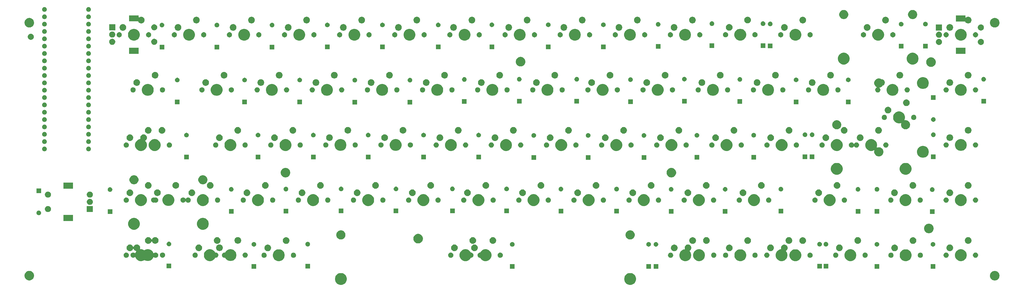
<source format=gbr>
G04 #@! TF.GenerationSoftware,KiCad,Pcbnew,5.1.5+dfsg1-2build2*
G04 #@! TF.CreationDate,2020-08-15T11:38:24+01:00*
G04 #@! TF.ProjectId,stoutgatv2,73746f75-7467-4617-9476-322e6b696361,0.2*
G04 #@! TF.SameCoordinates,Original*
G04 #@! TF.FileFunction,Soldermask,Top*
G04 #@! TF.FilePolarity,Negative*
%FSLAX46Y46*%
G04 Gerber Fmt 4.6, Leading zero omitted, Abs format (unit mm)*
G04 Created by KiCad (PCBNEW 5.1.5+dfsg1-2build2) date 2020-08-15 11:38:24*
%MOMM*%
%LPD*%
G04 APERTURE LIST*
%ADD10C,0.100000*%
G04 APERTURE END LIST*
D10*
G36*
X261875454Y-178022618D02*
G01*
X262248711Y-178177226D01*
X262248713Y-178177227D01*
X262584636Y-178401684D01*
X262870316Y-178687364D01*
X263090378Y-179016709D01*
X263094774Y-179023289D01*
X263249382Y-179396546D01*
X263328200Y-179792793D01*
X263328200Y-180196807D01*
X263249382Y-180593054D01*
X263094774Y-180966311D01*
X263094773Y-180966313D01*
X262870316Y-181302236D01*
X262584636Y-181587916D01*
X262248713Y-181812373D01*
X262248712Y-181812374D01*
X262248711Y-181812374D01*
X261875454Y-181966982D01*
X261479207Y-182045800D01*
X261075193Y-182045800D01*
X260678946Y-181966982D01*
X260305689Y-181812374D01*
X260305688Y-181812374D01*
X260305687Y-181812373D01*
X259969764Y-181587916D01*
X259684084Y-181302236D01*
X259459627Y-180966313D01*
X259459626Y-180966311D01*
X259305018Y-180593054D01*
X259226200Y-180196807D01*
X259226200Y-179792793D01*
X259305018Y-179396546D01*
X259459626Y-179023289D01*
X259464023Y-179016709D01*
X259684084Y-178687364D01*
X259969764Y-178401684D01*
X260305687Y-178177227D01*
X260305689Y-178177226D01*
X260678946Y-178022618D01*
X261075193Y-177943800D01*
X261479207Y-177943800D01*
X261875454Y-178022618D01*
G37*
G36*
X161875454Y-178022618D02*
G01*
X162248711Y-178177226D01*
X162248713Y-178177227D01*
X162584636Y-178401684D01*
X162870316Y-178687364D01*
X163090378Y-179016709D01*
X163094774Y-179023289D01*
X163249382Y-179396546D01*
X163328200Y-179792793D01*
X163328200Y-180196807D01*
X163249382Y-180593054D01*
X163094774Y-180966311D01*
X163094773Y-180966313D01*
X162870316Y-181302236D01*
X162584636Y-181587916D01*
X162248713Y-181812373D01*
X162248712Y-181812374D01*
X162248711Y-181812374D01*
X161875454Y-181966982D01*
X161479207Y-182045800D01*
X161075193Y-182045800D01*
X160678946Y-181966982D01*
X160305689Y-181812374D01*
X160305688Y-181812374D01*
X160305687Y-181812373D01*
X159969764Y-181587916D01*
X159684084Y-181302236D01*
X159459627Y-180966313D01*
X159459626Y-180966311D01*
X159305018Y-180593054D01*
X159226200Y-180196807D01*
X159226200Y-179792793D01*
X159305018Y-179396546D01*
X159459626Y-179023289D01*
X159464023Y-179016709D01*
X159684084Y-178687364D01*
X159969764Y-178401684D01*
X160305687Y-178177227D01*
X160305689Y-178177226D01*
X160678946Y-178022618D01*
X161075193Y-177943800D01*
X161479207Y-177943800D01*
X161875454Y-178022618D01*
G37*
G36*
X387687156Y-177245398D02*
G01*
X387793479Y-177266547D01*
X388093942Y-177391003D01*
X388364351Y-177571685D01*
X388594315Y-177801649D01*
X388766511Y-178059358D01*
X388774998Y-178072060D01*
X388899453Y-178372522D01*
X388962900Y-178691489D01*
X388962900Y-179016711D01*
X388920602Y-179229356D01*
X388899453Y-179335679D01*
X388774997Y-179636142D01*
X388594315Y-179906551D01*
X388364351Y-180136515D01*
X388093942Y-180317197D01*
X387793479Y-180441653D01*
X387687156Y-180462802D01*
X387474511Y-180505100D01*
X387149289Y-180505100D01*
X386936644Y-180462802D01*
X386830321Y-180441653D01*
X386529858Y-180317197D01*
X386259449Y-180136515D01*
X386029485Y-179906551D01*
X385848803Y-179636142D01*
X385724347Y-179335679D01*
X385703198Y-179229356D01*
X385660900Y-179016711D01*
X385660900Y-178691489D01*
X385724347Y-178372522D01*
X385848802Y-178072060D01*
X385857289Y-178059358D01*
X386029485Y-177801649D01*
X386259449Y-177571685D01*
X386529858Y-177391003D01*
X386830321Y-177266547D01*
X386936644Y-177245398D01*
X387149289Y-177203100D01*
X387474511Y-177203100D01*
X387687156Y-177245398D01*
G37*
G36*
X53943856Y-177232698D02*
G01*
X54050179Y-177253847D01*
X54350642Y-177378303D01*
X54621051Y-177558985D01*
X54851015Y-177788949D01*
X55031697Y-178059358D01*
X55031698Y-178059360D01*
X55156153Y-178359822D01*
X55219600Y-178678789D01*
X55219600Y-179004011D01*
X55215765Y-179023289D01*
X55156153Y-179322979D01*
X55031697Y-179623442D01*
X54851015Y-179893851D01*
X54621051Y-180123815D01*
X54350642Y-180304497D01*
X54050179Y-180428953D01*
X53943856Y-180450102D01*
X53731211Y-180492400D01*
X53405989Y-180492400D01*
X53193344Y-180450102D01*
X53087021Y-180428953D01*
X52786558Y-180304497D01*
X52516149Y-180123815D01*
X52286185Y-179893851D01*
X52105503Y-179623442D01*
X51981047Y-179322979D01*
X51921435Y-179023289D01*
X51917600Y-179004011D01*
X51917600Y-178678789D01*
X51981047Y-178359822D01*
X52105502Y-178059360D01*
X52105503Y-178059358D01*
X52286185Y-177788949D01*
X52516149Y-177558985D01*
X52786558Y-177378303D01*
X53087021Y-177253847D01*
X53193344Y-177232698D01*
X53405989Y-177190400D01*
X53731211Y-177190400D01*
X53943856Y-177232698D01*
G37*
G36*
X221323800Y-176442000D02*
G01*
X219721800Y-176442000D01*
X219721800Y-174840000D01*
X221323800Y-174840000D01*
X221323800Y-176442000D01*
G37*
G36*
X347384000Y-176416600D02*
G01*
X345782000Y-176416600D01*
X345782000Y-174814600D01*
X347384000Y-174814600D01*
X347384000Y-176416600D01*
G37*
G36*
X366764200Y-176416600D02*
G01*
X365162200Y-176416600D01*
X365162200Y-174814600D01*
X366764200Y-174814600D01*
X366764200Y-176416600D01*
G37*
G36*
X268466200Y-176416600D02*
G01*
X266864200Y-176416600D01*
X266864200Y-174814600D01*
X268466200Y-174814600D01*
X268466200Y-176416600D01*
G37*
G36*
X270980800Y-176416600D02*
G01*
X269378800Y-176416600D01*
X269378800Y-174814600D01*
X270980800Y-174814600D01*
X270980800Y-176416600D01*
G37*
G36*
X132017400Y-176416600D02*
G01*
X130415400Y-176416600D01*
X130415400Y-174814600D01*
X132017400Y-174814600D01*
X132017400Y-176416600D01*
G37*
G36*
X329756400Y-176391200D02*
G01*
X328154400Y-176391200D01*
X328154400Y-174789200D01*
X329756400Y-174789200D01*
X329756400Y-176391200D01*
G37*
G36*
X327572000Y-176391200D02*
G01*
X325970000Y-176391200D01*
X325970000Y-174789200D01*
X327572000Y-174789200D01*
X327572000Y-176391200D01*
G37*
G36*
X150610200Y-176365800D02*
G01*
X149008200Y-176365800D01*
X149008200Y-174763800D01*
X150610200Y-174763800D01*
X150610200Y-176365800D01*
G37*
G36*
X102655000Y-176315000D02*
G01*
X101053000Y-176315000D01*
X101053000Y-174713000D01*
X102655000Y-174713000D01*
X102655000Y-176315000D01*
G37*
G36*
X299962654Y-169808018D02*
G01*
X300301856Y-169948520D01*
X300335913Y-169962627D01*
X300671836Y-170187084D01*
X300957516Y-170472764D01*
X301176904Y-170801100D01*
X301181974Y-170808689D01*
X301336582Y-171181946D01*
X301415400Y-171578193D01*
X301415400Y-171982207D01*
X301336582Y-172378454D01*
X301192494Y-172726313D01*
X301181973Y-172751713D01*
X300957516Y-173087636D01*
X300671836Y-173373316D01*
X300335913Y-173597773D01*
X300335912Y-173597774D01*
X300335911Y-173597774D01*
X299962654Y-173752382D01*
X299566407Y-173831200D01*
X299162393Y-173831200D01*
X298766146Y-173752382D01*
X298392889Y-173597774D01*
X298392888Y-173597774D01*
X298392887Y-173597773D01*
X298056964Y-173373316D01*
X297771284Y-173087636D01*
X297546827Y-172751713D01*
X297536306Y-172726313D01*
X297392218Y-172378454D01*
X297313400Y-171982207D01*
X297313400Y-171578193D01*
X297392218Y-171181946D01*
X297546826Y-170808689D01*
X297551897Y-170801100D01*
X297771284Y-170472764D01*
X298056964Y-170187084D01*
X298392887Y-169962627D01*
X298426944Y-169948520D01*
X298766146Y-169808018D01*
X299162393Y-169729200D01*
X299566407Y-169729200D01*
X299962654Y-169808018D01*
G37*
G36*
X357112654Y-169808018D02*
G01*
X357451856Y-169948520D01*
X357485913Y-169962627D01*
X357821836Y-170187084D01*
X358107516Y-170472764D01*
X358326904Y-170801100D01*
X358331974Y-170808689D01*
X358486582Y-171181946D01*
X358565400Y-171578193D01*
X358565400Y-171982207D01*
X358486582Y-172378454D01*
X358342494Y-172726313D01*
X358331973Y-172751713D01*
X358107516Y-173087636D01*
X357821836Y-173373316D01*
X357485913Y-173597773D01*
X357485912Y-173597774D01*
X357485911Y-173597774D01*
X357112654Y-173752382D01*
X356716407Y-173831200D01*
X356312393Y-173831200D01*
X355916146Y-173752382D01*
X355542889Y-173597774D01*
X355542888Y-173597774D01*
X355542887Y-173597773D01*
X355206964Y-173373316D01*
X354921284Y-173087636D01*
X354696827Y-172751713D01*
X354686306Y-172726313D01*
X354542218Y-172378454D01*
X354463400Y-171982207D01*
X354463400Y-171578193D01*
X354542218Y-171181946D01*
X354696826Y-170808689D01*
X354701897Y-170801100D01*
X354921284Y-170472764D01*
X355206964Y-170187084D01*
X355542887Y-169962627D01*
X355576944Y-169948520D01*
X355916146Y-169808018D01*
X356312393Y-169729200D01*
X356716407Y-169729200D01*
X357112654Y-169808018D01*
G37*
G36*
X318987254Y-169808018D02*
G01*
X319326456Y-169948520D01*
X319360513Y-169962627D01*
X319696436Y-170187084D01*
X319982116Y-170472764D01*
X320201504Y-170801100D01*
X320206574Y-170808689D01*
X320361182Y-171181946D01*
X320440000Y-171578193D01*
X320440000Y-171982207D01*
X320361182Y-172378454D01*
X320217094Y-172726313D01*
X320206573Y-172751713D01*
X319982116Y-173087636D01*
X319696436Y-173373316D01*
X319360513Y-173597773D01*
X319360512Y-173597774D01*
X319360511Y-173597774D01*
X318987254Y-173752382D01*
X318591007Y-173831200D01*
X318186993Y-173831200D01*
X317790746Y-173752382D01*
X317417489Y-173597774D01*
X317417488Y-173597774D01*
X317417487Y-173597773D01*
X317081564Y-173373316D01*
X316795884Y-173087636D01*
X316571427Y-172751713D01*
X316560906Y-172726313D01*
X316416818Y-172378454D01*
X316338000Y-171982207D01*
X316338000Y-171578193D01*
X316416818Y-171181946D01*
X316571426Y-170808689D01*
X316576497Y-170801100D01*
X316795884Y-170472764D01*
X317081564Y-170187084D01*
X317417487Y-169962627D01*
X317451544Y-169948520D01*
X317790746Y-169808018D01*
X318186993Y-169729200D01*
X318591007Y-169729200D01*
X318987254Y-169808018D01*
G37*
G36*
X281446722Y-168074493D02*
G01*
X281615334Y-168108032D01*
X281824803Y-168194797D01*
X282013320Y-168320760D01*
X282173640Y-168481080D01*
X282299603Y-168669597D01*
X282299604Y-168669599D01*
X282314449Y-168705438D01*
X282386368Y-168879066D01*
X282408484Y-168990251D01*
X282430600Y-169101435D01*
X282430600Y-169328165D01*
X282408484Y-169439349D01*
X282386368Y-169550534D01*
X282299603Y-169760003D01*
X282173640Y-169948520D01*
X282013320Y-170108840D01*
X281975306Y-170134240D01*
X281873608Y-170202193D01*
X281854666Y-170217739D01*
X281839121Y-170236681D01*
X281827570Y-170258291D01*
X281820457Y-170281740D01*
X281818055Y-170306127D01*
X281820457Y-170330513D01*
X281827570Y-170353962D01*
X281839121Y-170375572D01*
X281854666Y-170394514D01*
X281932916Y-170472764D01*
X282152304Y-170801100D01*
X282157374Y-170808689D01*
X282311982Y-171181946D01*
X282390800Y-171578193D01*
X282390800Y-171982207D01*
X282311982Y-172378454D01*
X282167894Y-172726313D01*
X282157373Y-172751713D01*
X281932916Y-173087636D01*
X281647236Y-173373316D01*
X281311313Y-173597773D01*
X281311312Y-173597774D01*
X281311311Y-173597774D01*
X280938054Y-173752382D01*
X280541807Y-173831200D01*
X280137793Y-173831200D01*
X279741546Y-173752382D01*
X279368289Y-173597774D01*
X279368288Y-173597774D01*
X279368287Y-173597773D01*
X279032364Y-173373316D01*
X278746684Y-173087636D01*
X278522227Y-172751713D01*
X278511706Y-172726313D01*
X278367618Y-172378454D01*
X278288800Y-171982207D01*
X278288800Y-171578193D01*
X278367618Y-171181946D01*
X278522226Y-170808689D01*
X278527297Y-170801100D01*
X278746684Y-170472764D01*
X279032364Y-170187084D01*
X279368287Y-169962627D01*
X279402344Y-169948520D01*
X279741546Y-169808018D01*
X280089152Y-169738875D01*
X280112601Y-169731762D01*
X280134212Y-169720211D01*
X280153154Y-169704666D01*
X280168699Y-169685724D01*
X280180250Y-169664113D01*
X280187363Y-169640664D01*
X280189765Y-169616278D01*
X280187363Y-169591892D01*
X280180251Y-169568444D01*
X280172832Y-169550534D01*
X280139658Y-169383757D01*
X280128600Y-169328165D01*
X280128600Y-169101435D01*
X280150716Y-168990251D01*
X280172832Y-168879066D01*
X280244751Y-168705438D01*
X280259596Y-168669599D01*
X280259597Y-168669597D01*
X280385560Y-168481080D01*
X280545880Y-168320760D01*
X280734397Y-168194797D01*
X280943866Y-168108032D01*
X281112478Y-168074493D01*
X281166235Y-168063800D01*
X281392965Y-168063800D01*
X281446722Y-168074493D01*
G37*
G36*
X140399854Y-169808018D02*
G01*
X140739056Y-169948520D01*
X140773113Y-169962627D01*
X141109036Y-170187084D01*
X141394716Y-170472764D01*
X141614104Y-170801100D01*
X141619174Y-170808689D01*
X141773782Y-171181946D01*
X141852600Y-171578193D01*
X141852600Y-171982207D01*
X141773782Y-172378454D01*
X141629694Y-172726313D01*
X141619173Y-172751713D01*
X141394716Y-173087636D01*
X141109036Y-173373316D01*
X140773113Y-173597773D01*
X140773112Y-173597774D01*
X140773111Y-173597774D01*
X140399854Y-173752382D01*
X140003607Y-173831200D01*
X139599593Y-173831200D01*
X139203346Y-173752382D01*
X138830089Y-173597774D01*
X138830088Y-173597774D01*
X138830087Y-173597773D01*
X138494164Y-173373316D01*
X138208484Y-173087636D01*
X137984027Y-172751713D01*
X137973506Y-172726313D01*
X137829418Y-172378454D01*
X137750600Y-171982207D01*
X137750600Y-171578193D01*
X137829418Y-171181946D01*
X137984026Y-170808689D01*
X137989097Y-170801100D01*
X138208484Y-170472764D01*
X138494164Y-170187084D01*
X138830087Y-169962627D01*
X138864144Y-169948520D01*
X139203346Y-169808018D01*
X139599593Y-169729200D01*
X140003607Y-169729200D01*
X140399854Y-169808018D01*
G37*
G36*
X314746122Y-168099893D02*
G01*
X314914734Y-168133432D01*
X315124203Y-168220197D01*
X315312720Y-168346160D01*
X315473040Y-168506480D01*
X315599003Y-168694997D01*
X315599004Y-168694999D01*
X315613849Y-168730838D01*
X315669556Y-168865326D01*
X315685768Y-168904467D01*
X315724948Y-169101435D01*
X315730000Y-169126836D01*
X315730000Y-169353564D01*
X315685768Y-169575934D01*
X315658956Y-169640664D01*
X315609525Y-169760002D01*
X315599003Y-169785403D01*
X315473040Y-169973920D01*
X315312720Y-170134240D01*
X315271647Y-170161684D01*
X315188234Y-170217419D01*
X315169292Y-170232965D01*
X315153747Y-170251907D01*
X315142196Y-170273517D01*
X315135083Y-170296966D01*
X315132681Y-170321352D01*
X315135083Y-170345738D01*
X315142196Y-170369187D01*
X315153747Y-170390798D01*
X315169292Y-170409740D01*
X315206916Y-170447364D01*
X315414403Y-170757889D01*
X315431374Y-170783289D01*
X315585982Y-171156546D01*
X315664800Y-171552793D01*
X315664800Y-171956807D01*
X315585982Y-172353054D01*
X315448457Y-172685069D01*
X315431373Y-172726313D01*
X315206916Y-173062236D01*
X314921236Y-173347916D01*
X314585313Y-173572373D01*
X314585312Y-173572374D01*
X314585311Y-173572374D01*
X314212054Y-173726982D01*
X313815807Y-173805800D01*
X313411793Y-173805800D01*
X313015546Y-173726982D01*
X312642289Y-173572374D01*
X312642288Y-173572374D01*
X312642287Y-173572373D01*
X312306364Y-173347916D01*
X312020684Y-173062236D01*
X311796227Y-172726313D01*
X311779143Y-172685069D01*
X311641618Y-172353054D01*
X311562800Y-171956807D01*
X311562800Y-171552793D01*
X311641618Y-171156546D01*
X311796226Y-170783289D01*
X311813198Y-170757889D01*
X312020684Y-170447364D01*
X312306364Y-170161684D01*
X312642287Y-169937227D01*
X312676344Y-169923120D01*
X313015546Y-169782618D01*
X313371801Y-169711755D01*
X313395250Y-169704642D01*
X313416861Y-169693091D01*
X313435803Y-169677546D01*
X313451348Y-169658604D01*
X313462899Y-169636993D01*
X313470012Y-169613544D01*
X313472414Y-169589158D01*
X313470012Y-169564772D01*
X313467180Y-169550533D01*
X313428000Y-169353564D01*
X313428000Y-169126836D01*
X313433053Y-169101435D01*
X313472232Y-168904467D01*
X313488445Y-168865326D01*
X313544151Y-168730838D01*
X313558996Y-168694999D01*
X313558997Y-168694997D01*
X313684960Y-168506480D01*
X313845280Y-168346160D01*
X314033797Y-168220197D01*
X314243266Y-168133432D01*
X314411878Y-168099893D01*
X314465635Y-168089200D01*
X314692365Y-168089200D01*
X314746122Y-168099893D01*
G37*
G36*
X285687854Y-169782618D02*
G01*
X286027056Y-169923120D01*
X286061113Y-169937227D01*
X286397036Y-170161684D01*
X286682716Y-170447364D01*
X286890203Y-170757889D01*
X286907174Y-170783289D01*
X287061782Y-171156546D01*
X287140600Y-171552793D01*
X287140600Y-171956807D01*
X287061782Y-172353054D01*
X286924257Y-172685069D01*
X286907173Y-172726313D01*
X286682716Y-173062236D01*
X286397036Y-173347916D01*
X286061113Y-173572373D01*
X286061112Y-173572374D01*
X286061111Y-173572374D01*
X285687854Y-173726982D01*
X285291607Y-173805800D01*
X284887593Y-173805800D01*
X284491346Y-173726982D01*
X284118089Y-173572374D01*
X284118088Y-173572374D01*
X284118087Y-173572373D01*
X283782164Y-173347916D01*
X283496484Y-173062236D01*
X283272027Y-172726313D01*
X283254943Y-172685069D01*
X283117418Y-172353054D01*
X283038600Y-171956807D01*
X283038600Y-171552793D01*
X283117418Y-171156546D01*
X283272026Y-170783289D01*
X283288998Y-170757889D01*
X283496484Y-170447364D01*
X283782164Y-170161684D01*
X284118087Y-169937227D01*
X284152144Y-169923120D01*
X284491346Y-169782618D01*
X284887593Y-169703800D01*
X285291607Y-169703800D01*
X285687854Y-169782618D01*
G37*
G36*
X204941254Y-169782618D02*
G01*
X205280456Y-169923120D01*
X205314513Y-169937227D01*
X205650436Y-170161684D01*
X205936116Y-170447364D01*
X206143603Y-170757889D01*
X206164571Y-170789271D01*
X206169365Y-170798241D01*
X206184909Y-170817183D01*
X206203850Y-170832730D01*
X206225460Y-170844282D01*
X206248909Y-170851397D01*
X206273302Y-170853800D01*
X206285942Y-170853800D01*
X206310712Y-170858727D01*
X206460012Y-170888424D01*
X206623984Y-170956344D01*
X206771554Y-171054947D01*
X206897053Y-171180446D01*
X206995656Y-171328016D01*
X207063576Y-171491988D01*
X207098200Y-171666059D01*
X207098200Y-171843541D01*
X207063576Y-172017612D01*
X206995656Y-172181584D01*
X206897053Y-172329154D01*
X206771554Y-172454653D01*
X206623984Y-172553256D01*
X206460012Y-172621176D01*
X206322073Y-172648613D01*
X206285942Y-172655800D01*
X206273302Y-172655800D01*
X206248916Y-172658202D01*
X206225467Y-172665315D01*
X206203856Y-172676866D01*
X206184914Y-172692411D01*
X206169369Y-172711353D01*
X206164573Y-172720326D01*
X206160574Y-172726311D01*
X206160573Y-172726313D01*
X205936116Y-173062236D01*
X205650436Y-173347916D01*
X205314513Y-173572373D01*
X205314512Y-173572374D01*
X205314511Y-173572374D01*
X204941254Y-173726982D01*
X204545007Y-173805800D01*
X204140993Y-173805800D01*
X203744746Y-173726982D01*
X203371489Y-173572374D01*
X203371488Y-173572374D01*
X203371487Y-173572373D01*
X203035564Y-173347916D01*
X202749884Y-173062236D01*
X202525427Y-172726313D01*
X202508343Y-172685069D01*
X202370818Y-172353054D01*
X202292000Y-171956807D01*
X202292000Y-171552793D01*
X202370818Y-171156546D01*
X202525426Y-170783289D01*
X202542398Y-170757889D01*
X202749884Y-170447364D01*
X203035564Y-170161684D01*
X203371487Y-169937227D01*
X203405544Y-169923120D01*
X203744746Y-169782618D01*
X204140993Y-169703800D01*
X204545007Y-169703800D01*
X204941254Y-169782618D01*
G37*
G36*
X116574654Y-169782618D02*
G01*
X116913856Y-169923120D01*
X116947913Y-169937227D01*
X117204751Y-170108841D01*
X117283836Y-170161684D01*
X117569516Y-170447364D01*
X117791903Y-170780189D01*
X117807448Y-170799131D01*
X117826390Y-170814676D01*
X117848001Y-170826227D01*
X117871450Y-170833340D01*
X117895836Y-170835742D01*
X117920221Y-170833340D01*
X117945057Y-170828400D01*
X118122542Y-170828400D01*
X118144310Y-170832730D01*
X118296612Y-170863024D01*
X118460584Y-170930944D01*
X118608154Y-171029547D01*
X118733653Y-171155046D01*
X118832256Y-171302616D01*
X118900176Y-171466588D01*
X118934800Y-171640659D01*
X118934800Y-171818141D01*
X118900176Y-171992212D01*
X118832256Y-172156184D01*
X118733653Y-172303754D01*
X118608154Y-172429253D01*
X118460584Y-172527856D01*
X118296612Y-172595776D01*
X118147312Y-172625473D01*
X118122542Y-172630400D01*
X117945058Y-172630400D01*
X117942791Y-172629949D01*
X117918405Y-172627547D01*
X117894019Y-172629949D01*
X117870570Y-172637062D01*
X117848959Y-172648613D01*
X117830017Y-172664158D01*
X117814472Y-172683100D01*
X117802921Y-172704711D01*
X117793974Y-172726312D01*
X117586488Y-173036836D01*
X117569516Y-173062236D01*
X117283836Y-173347916D01*
X116947913Y-173572373D01*
X116947912Y-173572374D01*
X116947911Y-173572374D01*
X116574654Y-173726982D01*
X116178407Y-173805800D01*
X115774393Y-173805800D01*
X115378146Y-173726982D01*
X115004889Y-173572374D01*
X115004888Y-173572374D01*
X115004887Y-173572373D01*
X114668964Y-173347916D01*
X114383284Y-173062236D01*
X114158827Y-172726313D01*
X114141743Y-172685069D01*
X114004218Y-172353054D01*
X113925400Y-171956807D01*
X113925400Y-171552793D01*
X114004218Y-171156546D01*
X114158826Y-170783289D01*
X114175798Y-170757889D01*
X114383284Y-170447364D01*
X114668964Y-170161684D01*
X115004887Y-169937227D01*
X115038944Y-169923120D01*
X115378146Y-169782618D01*
X115774393Y-169703800D01*
X116178407Y-169703800D01*
X116574654Y-169782618D01*
G37*
G36*
X90895922Y-168049093D02*
G01*
X91064534Y-168082632D01*
X91274003Y-168169397D01*
X91462520Y-168295360D01*
X91622840Y-168455680D01*
X91721835Y-168603837D01*
X91748804Y-168644199D01*
X91763649Y-168680038D01*
X91835568Y-168853666D01*
X91845673Y-168904466D01*
X91879800Y-169076035D01*
X91879800Y-169302765D01*
X91835568Y-169525133D01*
X91833152Y-169530966D01*
X91826039Y-169554415D01*
X91823637Y-169578801D01*
X91826039Y-169603187D01*
X91833152Y-169626636D01*
X91844703Y-169648247D01*
X91860248Y-169667188D01*
X91879190Y-169682734D01*
X91900801Y-169694285D01*
X91924250Y-169701398D01*
X91948636Y-169703800D01*
X92353207Y-169703800D01*
X92749454Y-169782618D01*
X93088656Y-169923120D01*
X93122713Y-169937227D01*
X93177626Y-169973919D01*
X93256547Y-170026652D01*
X93278158Y-170038203D01*
X93301607Y-170045316D01*
X93325993Y-170047718D01*
X93350379Y-170045316D01*
X93373828Y-170038203D01*
X93395439Y-170026652D01*
X93512374Y-169948519D01*
X93567287Y-169911827D01*
X93567289Y-169911826D01*
X93940546Y-169757218D01*
X94336793Y-169678400D01*
X94740807Y-169678400D01*
X95137054Y-169757218D01*
X95510311Y-169911826D01*
X95510313Y-169911827D01*
X95846236Y-170136284D01*
X96131916Y-170421964D01*
X96165860Y-170472764D01*
X96356374Y-170757889D01*
X96459797Y-171007573D01*
X96471348Y-171029184D01*
X96486893Y-171048126D01*
X96505835Y-171063671D01*
X96527446Y-171075222D01*
X96550895Y-171082335D01*
X96575281Y-171084737D01*
X96599667Y-171082335D01*
X96623116Y-171075222D01*
X96644727Y-171063671D01*
X96648825Y-171060308D01*
X96656841Y-171054952D01*
X96656846Y-171054947D01*
X96804416Y-170956344D01*
X96968388Y-170888424D01*
X97117688Y-170858727D01*
X97142458Y-170853800D01*
X97319942Y-170853800D01*
X97344712Y-170858727D01*
X97494012Y-170888424D01*
X97657984Y-170956344D01*
X97805554Y-171054947D01*
X97931053Y-171180446D01*
X98029656Y-171328016D01*
X98097576Y-171491988D01*
X98132200Y-171666059D01*
X98132200Y-171843541D01*
X98097576Y-172017612D01*
X98029656Y-172181584D01*
X97931053Y-172329154D01*
X97805554Y-172454653D01*
X97657984Y-172553256D01*
X97494012Y-172621176D01*
X97356073Y-172648613D01*
X97319942Y-172655800D01*
X97142458Y-172655800D01*
X97106327Y-172648613D01*
X96968388Y-172621176D01*
X96804416Y-172553256D01*
X96656846Y-172454653D01*
X96648779Y-172446586D01*
X96629848Y-172431050D01*
X96608237Y-172419499D01*
X96584788Y-172412386D01*
X96560402Y-172409984D01*
X96536016Y-172412386D01*
X96512567Y-172419499D01*
X96490956Y-172431050D01*
X96472014Y-172446595D01*
X96456469Y-172465537D01*
X96444918Y-172487148D01*
X96362936Y-172685069D01*
X96356373Y-172700913D01*
X96131916Y-173036836D01*
X95846236Y-173322516D01*
X95510313Y-173546973D01*
X95510312Y-173546974D01*
X95510311Y-173546974D01*
X95137054Y-173701582D01*
X94740807Y-173780400D01*
X94336793Y-173780400D01*
X93940546Y-173701582D01*
X93567289Y-173546974D01*
X93567288Y-173546974D01*
X93567287Y-173546973D01*
X93433453Y-173457548D01*
X93411842Y-173445997D01*
X93388393Y-173438884D01*
X93364007Y-173436482D01*
X93339621Y-173438884D01*
X93316172Y-173445997D01*
X93294561Y-173457548D01*
X93203264Y-173518550D01*
X93122713Y-173572373D01*
X93122712Y-173572374D01*
X93122711Y-173572374D01*
X92749454Y-173726982D01*
X92353207Y-173805800D01*
X91949193Y-173805800D01*
X91552946Y-173726982D01*
X91179689Y-173572374D01*
X91179688Y-173572374D01*
X91179687Y-173572373D01*
X90843764Y-173347916D01*
X90558084Y-173062236D01*
X90333627Y-172726313D01*
X90316543Y-172685069D01*
X90230203Y-172476627D01*
X90218652Y-172455016D01*
X90203107Y-172436074D01*
X90184165Y-172420529D01*
X90162554Y-172408978D01*
X90139105Y-172401865D01*
X90114719Y-172399463D01*
X90090333Y-172401865D01*
X90066884Y-172408978D01*
X90045273Y-172420529D01*
X90041175Y-172423892D01*
X90033159Y-172429248D01*
X90033154Y-172429253D01*
X89885584Y-172527856D01*
X89721612Y-172595776D01*
X89572312Y-172625473D01*
X89547542Y-172630400D01*
X89370058Y-172630400D01*
X89345288Y-172625473D01*
X89195988Y-172595776D01*
X89032016Y-172527856D01*
X88884446Y-172429253D01*
X88758947Y-172303754D01*
X88660344Y-172156184D01*
X88592424Y-171992212D01*
X88557800Y-171818141D01*
X88557800Y-171640659D01*
X88592424Y-171466588D01*
X88660344Y-171302616D01*
X88758947Y-171155046D01*
X88884446Y-171029547D01*
X89032016Y-170930944D01*
X89195988Y-170863024D01*
X89348290Y-170832730D01*
X89370058Y-170828400D01*
X89547542Y-170828400D01*
X89569310Y-170832730D01*
X89721612Y-170863024D01*
X89885584Y-170930944D01*
X90033154Y-171029547D01*
X90041221Y-171037614D01*
X90060152Y-171053150D01*
X90081763Y-171064701D01*
X90105212Y-171071814D01*
X90129598Y-171074216D01*
X90153984Y-171071814D01*
X90177433Y-171064701D01*
X90199044Y-171053150D01*
X90217986Y-171037605D01*
X90233531Y-171018663D01*
X90245082Y-170997052D01*
X90333626Y-170783289D01*
X90336165Y-170779489D01*
X90523968Y-170498421D01*
X90535517Y-170476815D01*
X90542630Y-170453366D01*
X90545032Y-170428980D01*
X90542630Y-170404594D01*
X90535517Y-170381145D01*
X90523966Y-170359534D01*
X90508421Y-170340593D01*
X90489479Y-170325047D01*
X90467868Y-170313496D01*
X90444420Y-170306383D01*
X90393066Y-170296168D01*
X90183599Y-170209404D01*
X90183598Y-170209404D01*
X90183597Y-170209403D01*
X89995080Y-170083440D01*
X89834760Y-169923120D01*
X89708797Y-169734603D01*
X89706559Y-169729200D01*
X89655744Y-169606523D01*
X89644193Y-169584912D01*
X89628647Y-169565970D01*
X89609706Y-169550425D01*
X89588095Y-169538874D01*
X89564646Y-169531761D01*
X89540260Y-169529359D01*
X89515874Y-169531761D01*
X89492425Y-169538874D01*
X89470814Y-169550425D01*
X89451872Y-169565971D01*
X89436327Y-169584912D01*
X89424779Y-169606518D01*
X89416445Y-169626636D01*
X89361204Y-169760002D01*
X89344233Y-169785401D01*
X89235240Y-169948520D01*
X89074920Y-170108840D01*
X88886403Y-170234803D01*
X88676934Y-170321568D01*
X88565749Y-170343684D01*
X88454565Y-170365800D01*
X88227835Y-170365800D01*
X88116651Y-170343684D01*
X88005466Y-170321568D01*
X87795997Y-170234803D01*
X87607480Y-170108840D01*
X87447160Y-169948520D01*
X87321197Y-169760003D01*
X87234432Y-169550534D01*
X87212316Y-169439349D01*
X87190200Y-169328165D01*
X87190200Y-169101435D01*
X87212316Y-168990251D01*
X87234432Y-168879066D01*
X87306351Y-168705438D01*
X87321196Y-168669599D01*
X87321197Y-168669597D01*
X87447160Y-168481080D01*
X87607480Y-168320760D01*
X87795997Y-168194797D01*
X88005466Y-168108032D01*
X88174078Y-168074493D01*
X88227835Y-168063800D01*
X88454565Y-168063800D01*
X88508322Y-168074493D01*
X88676934Y-168108032D01*
X88886403Y-168194797D01*
X89074920Y-168320760D01*
X89235240Y-168481080D01*
X89361203Y-168669597D01*
X89361204Y-168669599D01*
X89414256Y-168797677D01*
X89425807Y-168819288D01*
X89441353Y-168838230D01*
X89460294Y-168853775D01*
X89481905Y-168865326D01*
X89505354Y-168872439D01*
X89529740Y-168874841D01*
X89554126Y-168872439D01*
X89577575Y-168865326D01*
X89599186Y-168853775D01*
X89618128Y-168838229D01*
X89633673Y-168819288D01*
X89645221Y-168797682D01*
X89676585Y-168721965D01*
X89708796Y-168644198D01*
X89800817Y-168506480D01*
X89834760Y-168455680D01*
X89995080Y-168295360D01*
X90183597Y-168169397D01*
X90393066Y-168082632D01*
X90561678Y-168049093D01*
X90615435Y-168038400D01*
X90842165Y-168038400D01*
X90895922Y-168049093D01*
G37*
G36*
X211875454Y-169782618D02*
G01*
X212214656Y-169923120D01*
X212248713Y-169937227D01*
X212584636Y-170161684D01*
X212870316Y-170447364D01*
X213077803Y-170757889D01*
X213094774Y-170783289D01*
X213249382Y-171156546D01*
X213328200Y-171552793D01*
X213328200Y-171956807D01*
X213249382Y-172353054D01*
X213111857Y-172685069D01*
X213094773Y-172726313D01*
X212870316Y-173062236D01*
X212584636Y-173347916D01*
X212248713Y-173572373D01*
X212248712Y-173572374D01*
X212248711Y-173572374D01*
X211875454Y-173726982D01*
X211479207Y-173805800D01*
X211075193Y-173805800D01*
X210678946Y-173726982D01*
X210305689Y-173572374D01*
X210305688Y-173572374D01*
X210305687Y-173572373D01*
X209969764Y-173347916D01*
X209684084Y-173062236D01*
X209459627Y-172726313D01*
X209459626Y-172726311D01*
X209455629Y-172720329D01*
X209450835Y-172711359D01*
X209435291Y-172692417D01*
X209416350Y-172676870D01*
X209394740Y-172665318D01*
X209371291Y-172658203D01*
X209346898Y-172655800D01*
X209334258Y-172655800D01*
X209298127Y-172648613D01*
X209160188Y-172621176D01*
X208996216Y-172553256D01*
X208848646Y-172454653D01*
X208723147Y-172329154D01*
X208624544Y-172181584D01*
X208556624Y-172017612D01*
X208522000Y-171843541D01*
X208522000Y-171666059D01*
X208556624Y-171491988D01*
X208624544Y-171328016D01*
X208723147Y-171180446D01*
X208848646Y-171054947D01*
X208996216Y-170956344D01*
X209160188Y-170888424D01*
X209309488Y-170858727D01*
X209334258Y-170853800D01*
X209346898Y-170853800D01*
X209371284Y-170851398D01*
X209394733Y-170844285D01*
X209416344Y-170832734D01*
X209435286Y-170817189D01*
X209450831Y-170798247D01*
X209455627Y-170789274D01*
X209476598Y-170757889D01*
X209684084Y-170447364D01*
X209969764Y-170161684D01*
X210305687Y-169937227D01*
X210339744Y-169923120D01*
X210678946Y-169782618D01*
X211075193Y-169703800D01*
X211479207Y-169703800D01*
X211875454Y-169782618D01*
G37*
G36*
X338011854Y-169782618D02*
G01*
X338351056Y-169923120D01*
X338385113Y-169937227D01*
X338721036Y-170161684D01*
X339006716Y-170447364D01*
X339214203Y-170757889D01*
X339231174Y-170783289D01*
X339385782Y-171156546D01*
X339464600Y-171552793D01*
X339464600Y-171956807D01*
X339385782Y-172353054D01*
X339248257Y-172685069D01*
X339231173Y-172726313D01*
X339006716Y-173062236D01*
X338721036Y-173347916D01*
X338385113Y-173572373D01*
X338385112Y-173572374D01*
X338385111Y-173572374D01*
X338011854Y-173726982D01*
X337615607Y-173805800D01*
X337211593Y-173805800D01*
X336815346Y-173726982D01*
X336442089Y-173572374D01*
X336442088Y-173572374D01*
X336442087Y-173572373D01*
X336106164Y-173347916D01*
X335820484Y-173062236D01*
X335596027Y-172726313D01*
X335578943Y-172685069D01*
X335441418Y-172353054D01*
X335362600Y-171956807D01*
X335362600Y-171552793D01*
X335441418Y-171156546D01*
X335596026Y-170783289D01*
X335612998Y-170757889D01*
X335820484Y-170447364D01*
X336106164Y-170161684D01*
X336442087Y-169937227D01*
X336476144Y-169923120D01*
X336815346Y-169782618D01*
X337211593Y-169703800D01*
X337615607Y-169703800D01*
X338011854Y-169782618D01*
G37*
G36*
X376188054Y-169782618D02*
G01*
X376527256Y-169923120D01*
X376561313Y-169937227D01*
X376897236Y-170161684D01*
X377182916Y-170447364D01*
X377390403Y-170757889D01*
X377407374Y-170783289D01*
X377561982Y-171156546D01*
X377640800Y-171552793D01*
X377640800Y-171956807D01*
X377561982Y-172353054D01*
X377424457Y-172685069D01*
X377407373Y-172726313D01*
X377182916Y-173062236D01*
X376897236Y-173347916D01*
X376561313Y-173572373D01*
X376561312Y-173572374D01*
X376561311Y-173572374D01*
X376188054Y-173726982D01*
X375791807Y-173805800D01*
X375387793Y-173805800D01*
X374991546Y-173726982D01*
X374618289Y-173572374D01*
X374618288Y-173572374D01*
X374618287Y-173572373D01*
X374282364Y-173347916D01*
X373996684Y-173062236D01*
X373772227Y-172726313D01*
X373755143Y-172685069D01*
X373617618Y-172353054D01*
X373538800Y-171956807D01*
X373538800Y-171552793D01*
X373617618Y-171156546D01*
X373772226Y-170783289D01*
X373789198Y-170757889D01*
X373996684Y-170447364D01*
X374282364Y-170161684D01*
X374618287Y-169937227D01*
X374652344Y-169923120D01*
X374991546Y-169782618D01*
X375387793Y-169703800D01*
X375791807Y-169703800D01*
X376188054Y-169782618D01*
G37*
G36*
X123712054Y-169757218D02*
G01*
X124085311Y-169911826D01*
X124085313Y-169911827D01*
X124421236Y-170136284D01*
X124706916Y-170421964D01*
X124740860Y-170472764D01*
X124931374Y-170757889D01*
X125085982Y-171131146D01*
X125164800Y-171527393D01*
X125164800Y-171931407D01*
X125085982Y-172327654D01*
X124937936Y-172685069D01*
X124931373Y-172700913D01*
X124706916Y-173036836D01*
X124421236Y-173322516D01*
X124085313Y-173546973D01*
X124085312Y-173546974D01*
X124085311Y-173546974D01*
X123712054Y-173701582D01*
X123315807Y-173780400D01*
X122911793Y-173780400D01*
X122515546Y-173701582D01*
X122142289Y-173546974D01*
X122142288Y-173546974D01*
X122142287Y-173546973D01*
X121806364Y-173322516D01*
X121520684Y-173036836D01*
X121298297Y-172704011D01*
X121282752Y-172685069D01*
X121263810Y-172669524D01*
X121242199Y-172657973D01*
X121218750Y-172650860D01*
X121194364Y-172648458D01*
X121169979Y-172650860D01*
X121145143Y-172655800D01*
X120967658Y-172655800D01*
X120931527Y-172648613D01*
X120793588Y-172621176D01*
X120629616Y-172553256D01*
X120482046Y-172454653D01*
X120356547Y-172329154D01*
X120257944Y-172181584D01*
X120190024Y-172017612D01*
X120155400Y-171843541D01*
X120155400Y-171666059D01*
X120190024Y-171491988D01*
X120257944Y-171328016D01*
X120356547Y-171180446D01*
X120482046Y-171054947D01*
X120629616Y-170956344D01*
X120793588Y-170888424D01*
X120942888Y-170858727D01*
X120967658Y-170853800D01*
X121145142Y-170853800D01*
X121147409Y-170854251D01*
X121171795Y-170856653D01*
X121196181Y-170854251D01*
X121219630Y-170847138D01*
X121241241Y-170835587D01*
X121260183Y-170820042D01*
X121275728Y-170801100D01*
X121287279Y-170779489D01*
X121296226Y-170757888D01*
X121520684Y-170421964D01*
X121806364Y-170136284D01*
X121847437Y-170108840D01*
X122142287Y-169911827D01*
X122142289Y-169911826D01*
X122515546Y-169757218D01*
X122911793Y-169678400D01*
X123315807Y-169678400D01*
X123712054Y-169757218D01*
G37*
G36*
X134835112Y-170884127D02*
G01*
X134984412Y-170913824D01*
X135148384Y-170981744D01*
X135295954Y-171080347D01*
X135421453Y-171205846D01*
X135520056Y-171353416D01*
X135587976Y-171517388D01*
X135622600Y-171691459D01*
X135622600Y-171868941D01*
X135587976Y-172043012D01*
X135520056Y-172206984D01*
X135421453Y-172354554D01*
X135295954Y-172480053D01*
X135148384Y-172578656D01*
X134984412Y-172646576D01*
X134835112Y-172676273D01*
X134810342Y-172681200D01*
X134632858Y-172681200D01*
X134608088Y-172676273D01*
X134458788Y-172646576D01*
X134294816Y-172578656D01*
X134147246Y-172480053D01*
X134021747Y-172354554D01*
X133923144Y-172206984D01*
X133855224Y-172043012D01*
X133820600Y-171868941D01*
X133820600Y-171691459D01*
X133855224Y-171517388D01*
X133923144Y-171353416D01*
X134021747Y-171205846D01*
X134147246Y-171080347D01*
X134294816Y-170981744D01*
X134458788Y-170913824D01*
X134608088Y-170884127D01*
X134632858Y-170879200D01*
X134810342Y-170879200D01*
X134835112Y-170884127D01*
G37*
G36*
X351547912Y-170884127D02*
G01*
X351697212Y-170913824D01*
X351861184Y-170981744D01*
X352008754Y-171080347D01*
X352134253Y-171205846D01*
X352232856Y-171353416D01*
X352300776Y-171517388D01*
X352335400Y-171691459D01*
X352335400Y-171868941D01*
X352300776Y-172043012D01*
X352232856Y-172206984D01*
X352134253Y-172354554D01*
X352008754Y-172480053D01*
X351861184Y-172578656D01*
X351697212Y-172646576D01*
X351547912Y-172676273D01*
X351523142Y-172681200D01*
X351345658Y-172681200D01*
X351320888Y-172676273D01*
X351171588Y-172646576D01*
X351007616Y-172578656D01*
X350860046Y-172480053D01*
X350734547Y-172354554D01*
X350635944Y-172206984D01*
X350568024Y-172043012D01*
X350533400Y-171868941D01*
X350533400Y-171691459D01*
X350568024Y-171517388D01*
X350635944Y-171353416D01*
X350734547Y-171205846D01*
X350860046Y-171080347D01*
X351007616Y-170981744D01*
X351171588Y-170913824D01*
X351320888Y-170884127D01*
X351345658Y-170879200D01*
X351523142Y-170879200D01*
X351547912Y-170884127D01*
G37*
G36*
X144995112Y-170884127D02*
G01*
X145144412Y-170913824D01*
X145308384Y-170981744D01*
X145455954Y-171080347D01*
X145581453Y-171205846D01*
X145680056Y-171353416D01*
X145747976Y-171517388D01*
X145782600Y-171691459D01*
X145782600Y-171868941D01*
X145747976Y-172043012D01*
X145680056Y-172206984D01*
X145581453Y-172354554D01*
X145455954Y-172480053D01*
X145308384Y-172578656D01*
X145144412Y-172646576D01*
X144995112Y-172676273D01*
X144970342Y-172681200D01*
X144792858Y-172681200D01*
X144768088Y-172676273D01*
X144618788Y-172646576D01*
X144454816Y-172578656D01*
X144307246Y-172480053D01*
X144181747Y-172354554D01*
X144083144Y-172206984D01*
X144015224Y-172043012D01*
X143980600Y-171868941D01*
X143980600Y-171691459D01*
X144015224Y-171517388D01*
X144083144Y-171353416D01*
X144181747Y-171205846D01*
X144307246Y-171080347D01*
X144454816Y-170981744D01*
X144618788Y-170913824D01*
X144768088Y-170884127D01*
X144792858Y-170879200D01*
X144970342Y-170879200D01*
X144995112Y-170884127D01*
G37*
G36*
X323582512Y-170884127D02*
G01*
X323731812Y-170913824D01*
X323895784Y-170981744D01*
X324043354Y-171080347D01*
X324168853Y-171205846D01*
X324267456Y-171353416D01*
X324335376Y-171517388D01*
X324370000Y-171691459D01*
X324370000Y-171868941D01*
X324335376Y-172043012D01*
X324267456Y-172206984D01*
X324168853Y-172354554D01*
X324043354Y-172480053D01*
X323895784Y-172578656D01*
X323731812Y-172646576D01*
X323582512Y-172676273D01*
X323557742Y-172681200D01*
X323380258Y-172681200D01*
X323355488Y-172676273D01*
X323206188Y-172646576D01*
X323042216Y-172578656D01*
X322894646Y-172480053D01*
X322769147Y-172354554D01*
X322670544Y-172206984D01*
X322602624Y-172043012D01*
X322568000Y-171868941D01*
X322568000Y-171691459D01*
X322602624Y-171517388D01*
X322670544Y-171353416D01*
X322769147Y-171205846D01*
X322894646Y-171080347D01*
X323042216Y-170981744D01*
X323206188Y-170913824D01*
X323355488Y-170884127D01*
X323380258Y-170879200D01*
X323557742Y-170879200D01*
X323582512Y-170884127D01*
G37*
G36*
X275373312Y-170884127D02*
G01*
X275522612Y-170913824D01*
X275686584Y-170981744D01*
X275834154Y-171080347D01*
X275959653Y-171205846D01*
X276058256Y-171353416D01*
X276126176Y-171517388D01*
X276160800Y-171691459D01*
X276160800Y-171868941D01*
X276126176Y-172043012D01*
X276058256Y-172206984D01*
X275959653Y-172354554D01*
X275834154Y-172480053D01*
X275686584Y-172578656D01*
X275522612Y-172646576D01*
X275373312Y-172676273D01*
X275348542Y-172681200D01*
X275171058Y-172681200D01*
X275146288Y-172676273D01*
X274996988Y-172646576D01*
X274833016Y-172578656D01*
X274685446Y-172480053D01*
X274559947Y-172354554D01*
X274461344Y-172206984D01*
X274393424Y-172043012D01*
X274358800Y-171868941D01*
X274358800Y-171691459D01*
X274393424Y-171517388D01*
X274461344Y-171353416D01*
X274559947Y-171205846D01*
X274685446Y-171080347D01*
X274833016Y-170981744D01*
X274996988Y-170913824D01*
X275146288Y-170884127D01*
X275171058Y-170879200D01*
X275348542Y-170879200D01*
X275373312Y-170884127D01*
G37*
G36*
X304557912Y-170884127D02*
G01*
X304707212Y-170913824D01*
X304871184Y-170981744D01*
X305018754Y-171080347D01*
X305144253Y-171205846D01*
X305242856Y-171353416D01*
X305310776Y-171517388D01*
X305345400Y-171691459D01*
X305345400Y-171868941D01*
X305310776Y-172043012D01*
X305242856Y-172206984D01*
X305144253Y-172354554D01*
X305018754Y-172480053D01*
X304871184Y-172578656D01*
X304707212Y-172646576D01*
X304557912Y-172676273D01*
X304533142Y-172681200D01*
X304355658Y-172681200D01*
X304330888Y-172676273D01*
X304181588Y-172646576D01*
X304017616Y-172578656D01*
X303870046Y-172480053D01*
X303744547Y-172354554D01*
X303645944Y-172206984D01*
X303578024Y-172043012D01*
X303543400Y-171868941D01*
X303543400Y-171691459D01*
X303578024Y-171517388D01*
X303645944Y-171353416D01*
X303744547Y-171205846D01*
X303870046Y-171080347D01*
X304017616Y-170981744D01*
X304181588Y-170913824D01*
X304330888Y-170884127D01*
X304355658Y-170879200D01*
X304533142Y-170879200D01*
X304557912Y-170884127D01*
G37*
G36*
X361707912Y-170884127D02*
G01*
X361857212Y-170913824D01*
X362021184Y-170981744D01*
X362168754Y-171080347D01*
X362294253Y-171205846D01*
X362392856Y-171353416D01*
X362460776Y-171517388D01*
X362495400Y-171691459D01*
X362495400Y-171868941D01*
X362460776Y-172043012D01*
X362392856Y-172206984D01*
X362294253Y-172354554D01*
X362168754Y-172480053D01*
X362021184Y-172578656D01*
X361857212Y-172646576D01*
X361707912Y-172676273D01*
X361683142Y-172681200D01*
X361505658Y-172681200D01*
X361480888Y-172676273D01*
X361331588Y-172646576D01*
X361167616Y-172578656D01*
X361020046Y-172480053D01*
X360894547Y-172354554D01*
X360795944Y-172206984D01*
X360728024Y-172043012D01*
X360693400Y-171868941D01*
X360693400Y-171691459D01*
X360728024Y-171517388D01*
X360795944Y-171353416D01*
X360894547Y-171205846D01*
X361020046Y-171080347D01*
X361167616Y-170981744D01*
X361331588Y-170913824D01*
X361480888Y-170884127D01*
X361505658Y-170879200D01*
X361683142Y-170879200D01*
X361707912Y-170884127D01*
G37*
G36*
X294397912Y-170884127D02*
G01*
X294547212Y-170913824D01*
X294711184Y-170981744D01*
X294858754Y-171080347D01*
X294984253Y-171205846D01*
X295082856Y-171353416D01*
X295150776Y-171517388D01*
X295185400Y-171691459D01*
X295185400Y-171868941D01*
X295150776Y-172043012D01*
X295082856Y-172206984D01*
X294984253Y-172354554D01*
X294858754Y-172480053D01*
X294711184Y-172578656D01*
X294547212Y-172646576D01*
X294397912Y-172676273D01*
X294373142Y-172681200D01*
X294195658Y-172681200D01*
X294170888Y-172676273D01*
X294021588Y-172646576D01*
X293857616Y-172578656D01*
X293710046Y-172480053D01*
X293584547Y-172354554D01*
X293485944Y-172206984D01*
X293418024Y-172043012D01*
X293383400Y-171868941D01*
X293383400Y-171691459D01*
X293418024Y-171517388D01*
X293485944Y-171353416D01*
X293584547Y-171205846D01*
X293710046Y-171080347D01*
X293857616Y-170981744D01*
X294021588Y-170913824D01*
X294170888Y-170884127D01*
X294195658Y-170879200D01*
X294373142Y-170879200D01*
X294397912Y-170884127D01*
G37*
G36*
X380783312Y-170858727D02*
G01*
X380932612Y-170888424D01*
X381096584Y-170956344D01*
X381244154Y-171054947D01*
X381369653Y-171180446D01*
X381468256Y-171328016D01*
X381536176Y-171491988D01*
X381570800Y-171666059D01*
X381570800Y-171843541D01*
X381536176Y-172017612D01*
X381468256Y-172181584D01*
X381369653Y-172329154D01*
X381244154Y-172454653D01*
X381096584Y-172553256D01*
X380932612Y-172621176D01*
X380794673Y-172648613D01*
X380758542Y-172655800D01*
X380581058Y-172655800D01*
X380544927Y-172648613D01*
X380406988Y-172621176D01*
X380243016Y-172553256D01*
X380095446Y-172454653D01*
X379969947Y-172329154D01*
X379871344Y-172181584D01*
X379803424Y-172017612D01*
X379768800Y-171843541D01*
X379768800Y-171666059D01*
X379803424Y-171491988D01*
X379871344Y-171328016D01*
X379969947Y-171180446D01*
X380095446Y-171054947D01*
X380243016Y-170956344D01*
X380406988Y-170888424D01*
X380556288Y-170858727D01*
X380581058Y-170853800D01*
X380758542Y-170853800D01*
X380783312Y-170858727D01*
G37*
G36*
X370623312Y-170858727D02*
G01*
X370772612Y-170888424D01*
X370936584Y-170956344D01*
X371084154Y-171054947D01*
X371209653Y-171180446D01*
X371308256Y-171328016D01*
X371376176Y-171491988D01*
X371410800Y-171666059D01*
X371410800Y-171843541D01*
X371376176Y-172017612D01*
X371308256Y-172181584D01*
X371209653Y-172329154D01*
X371084154Y-172454653D01*
X370936584Y-172553256D01*
X370772612Y-172621176D01*
X370634673Y-172648613D01*
X370598542Y-172655800D01*
X370421058Y-172655800D01*
X370384927Y-172648613D01*
X370246988Y-172621176D01*
X370083016Y-172553256D01*
X369935446Y-172454653D01*
X369809947Y-172329154D01*
X369711344Y-172181584D01*
X369643424Y-172017612D01*
X369608800Y-171843541D01*
X369608800Y-171666059D01*
X369643424Y-171491988D01*
X369711344Y-171328016D01*
X369809947Y-171180446D01*
X369935446Y-171054947D01*
X370083016Y-170956344D01*
X370246988Y-170888424D01*
X370396288Y-170858727D01*
X370421058Y-170853800D01*
X370598542Y-170853800D01*
X370623312Y-170858727D01*
G37*
G36*
X308647312Y-170858727D02*
G01*
X308796612Y-170888424D01*
X308960584Y-170956344D01*
X309108154Y-171054947D01*
X309233653Y-171180446D01*
X309332256Y-171328016D01*
X309400176Y-171491988D01*
X309434800Y-171666059D01*
X309434800Y-171843541D01*
X309400176Y-172017612D01*
X309332256Y-172181584D01*
X309233653Y-172329154D01*
X309108154Y-172454653D01*
X308960584Y-172553256D01*
X308796612Y-172621176D01*
X308658673Y-172648613D01*
X308622542Y-172655800D01*
X308445058Y-172655800D01*
X308408927Y-172648613D01*
X308270988Y-172621176D01*
X308107016Y-172553256D01*
X307959446Y-172454653D01*
X307833947Y-172329154D01*
X307735344Y-172181584D01*
X307667424Y-172017612D01*
X307632800Y-171843541D01*
X307632800Y-171666059D01*
X307667424Y-171491988D01*
X307735344Y-171328016D01*
X307833947Y-171180446D01*
X307959446Y-171054947D01*
X308107016Y-170956344D01*
X308270988Y-170888424D01*
X308420288Y-170858727D01*
X308445058Y-170853800D01*
X308622542Y-170853800D01*
X308647312Y-170858727D01*
G37*
G36*
X342607112Y-170858727D02*
G01*
X342756412Y-170888424D01*
X342920384Y-170956344D01*
X343067954Y-171054947D01*
X343193453Y-171180446D01*
X343292056Y-171328016D01*
X343359976Y-171491988D01*
X343394600Y-171666059D01*
X343394600Y-171843541D01*
X343359976Y-172017612D01*
X343292056Y-172181584D01*
X343193453Y-172329154D01*
X343067954Y-172454653D01*
X342920384Y-172553256D01*
X342756412Y-172621176D01*
X342618473Y-172648613D01*
X342582342Y-172655800D01*
X342404858Y-172655800D01*
X342368727Y-172648613D01*
X342230788Y-172621176D01*
X342066816Y-172553256D01*
X341919246Y-172454653D01*
X341793747Y-172329154D01*
X341695144Y-172181584D01*
X341627224Y-172017612D01*
X341592600Y-171843541D01*
X341592600Y-171666059D01*
X341627224Y-171491988D01*
X341695144Y-171328016D01*
X341793747Y-171180446D01*
X341919246Y-171054947D01*
X342066816Y-170956344D01*
X342230788Y-170888424D01*
X342380088Y-170858727D01*
X342404858Y-170853800D01*
X342582342Y-170853800D01*
X342607112Y-170858727D01*
G37*
G36*
X332447112Y-170858727D02*
G01*
X332596412Y-170888424D01*
X332760384Y-170956344D01*
X332907954Y-171054947D01*
X333033453Y-171180446D01*
X333132056Y-171328016D01*
X333199976Y-171491988D01*
X333234600Y-171666059D01*
X333234600Y-171843541D01*
X333199976Y-172017612D01*
X333132056Y-172181584D01*
X333033453Y-172329154D01*
X332907954Y-172454653D01*
X332760384Y-172553256D01*
X332596412Y-172621176D01*
X332458473Y-172648613D01*
X332422342Y-172655800D01*
X332244858Y-172655800D01*
X332208727Y-172648613D01*
X332070788Y-172621176D01*
X331906816Y-172553256D01*
X331759246Y-172454653D01*
X331633747Y-172329154D01*
X331535144Y-172181584D01*
X331467224Y-172017612D01*
X331432600Y-171843541D01*
X331432600Y-171666059D01*
X331467224Y-171491988D01*
X331535144Y-171328016D01*
X331633747Y-171180446D01*
X331759246Y-171054947D01*
X331906816Y-170956344D01*
X332070788Y-170888424D01*
X332220088Y-170858727D01*
X332244858Y-170853800D01*
X332422342Y-170853800D01*
X332447112Y-170858727D01*
G37*
G36*
X199376512Y-170858727D02*
G01*
X199525812Y-170888424D01*
X199689784Y-170956344D01*
X199837354Y-171054947D01*
X199962853Y-171180446D01*
X200061456Y-171328016D01*
X200129376Y-171491988D01*
X200164000Y-171666059D01*
X200164000Y-171843541D01*
X200129376Y-172017612D01*
X200061456Y-172181584D01*
X199962853Y-172329154D01*
X199837354Y-172454653D01*
X199689784Y-172553256D01*
X199525812Y-172621176D01*
X199387873Y-172648613D01*
X199351742Y-172655800D01*
X199174258Y-172655800D01*
X199138127Y-172648613D01*
X199000188Y-172621176D01*
X198836216Y-172553256D01*
X198688646Y-172454653D01*
X198563147Y-172329154D01*
X198464544Y-172181584D01*
X198396624Y-172017612D01*
X198362000Y-171843541D01*
X198362000Y-171666059D01*
X198396624Y-171491988D01*
X198464544Y-171328016D01*
X198563147Y-171180446D01*
X198688646Y-171054947D01*
X198836216Y-170956344D01*
X199000188Y-170888424D01*
X199149488Y-170858727D01*
X199174258Y-170853800D01*
X199351742Y-170853800D01*
X199376512Y-170858727D01*
G37*
G36*
X216470712Y-170858727D02*
G01*
X216620012Y-170888424D01*
X216783984Y-170956344D01*
X216931554Y-171054947D01*
X217057053Y-171180446D01*
X217155656Y-171328016D01*
X217223576Y-171491988D01*
X217258200Y-171666059D01*
X217258200Y-171843541D01*
X217223576Y-172017612D01*
X217155656Y-172181584D01*
X217057053Y-172329154D01*
X216931554Y-172454653D01*
X216783984Y-172553256D01*
X216620012Y-172621176D01*
X216482073Y-172648613D01*
X216445942Y-172655800D01*
X216268458Y-172655800D01*
X216232327Y-172648613D01*
X216094388Y-172621176D01*
X215930416Y-172553256D01*
X215782846Y-172454653D01*
X215657347Y-172329154D01*
X215558744Y-172181584D01*
X215490824Y-172017612D01*
X215456200Y-171843541D01*
X215456200Y-171666059D01*
X215490824Y-171491988D01*
X215558744Y-171328016D01*
X215657347Y-171180446D01*
X215782846Y-171054947D01*
X215930416Y-170956344D01*
X216094388Y-170888424D01*
X216243688Y-170858727D01*
X216268458Y-170853800D01*
X216445942Y-170853800D01*
X216470712Y-170858727D01*
G37*
G36*
X111009912Y-170858727D02*
G01*
X111159212Y-170888424D01*
X111323184Y-170956344D01*
X111470754Y-171054947D01*
X111596253Y-171180446D01*
X111694856Y-171328016D01*
X111762776Y-171491988D01*
X111797400Y-171666059D01*
X111797400Y-171843541D01*
X111762776Y-172017612D01*
X111694856Y-172181584D01*
X111596253Y-172329154D01*
X111470754Y-172454653D01*
X111323184Y-172553256D01*
X111159212Y-172621176D01*
X111021273Y-172648613D01*
X110985142Y-172655800D01*
X110807658Y-172655800D01*
X110771527Y-172648613D01*
X110633588Y-172621176D01*
X110469616Y-172553256D01*
X110322046Y-172454653D01*
X110196547Y-172329154D01*
X110097944Y-172181584D01*
X110030024Y-172017612D01*
X109995400Y-171843541D01*
X109995400Y-171666059D01*
X110030024Y-171491988D01*
X110097944Y-171328016D01*
X110196547Y-171180446D01*
X110322046Y-171054947D01*
X110469616Y-170956344D01*
X110633588Y-170888424D01*
X110782888Y-170858727D01*
X110807658Y-170853800D01*
X110985142Y-170853800D01*
X111009912Y-170858727D01*
G37*
G36*
X290283112Y-170858727D02*
G01*
X290432412Y-170888424D01*
X290596384Y-170956344D01*
X290743954Y-171054947D01*
X290869453Y-171180446D01*
X290968056Y-171328016D01*
X291035976Y-171491988D01*
X291070600Y-171666059D01*
X291070600Y-171843541D01*
X291035976Y-172017612D01*
X290968056Y-172181584D01*
X290869453Y-172329154D01*
X290743954Y-172454653D01*
X290596384Y-172553256D01*
X290432412Y-172621176D01*
X290294473Y-172648613D01*
X290258342Y-172655800D01*
X290080858Y-172655800D01*
X290044727Y-172648613D01*
X289906788Y-172621176D01*
X289742816Y-172553256D01*
X289595246Y-172454653D01*
X289469747Y-172329154D01*
X289371144Y-172181584D01*
X289303224Y-172017612D01*
X289268600Y-171843541D01*
X289268600Y-171666059D01*
X289303224Y-171491988D01*
X289371144Y-171328016D01*
X289469747Y-171180446D01*
X289595246Y-171054947D01*
X289742816Y-170956344D01*
X289906788Y-170888424D01*
X290056088Y-170858727D01*
X290080858Y-170853800D01*
X290258342Y-170853800D01*
X290283112Y-170858727D01*
G37*
G36*
X87184712Y-170858727D02*
G01*
X87334012Y-170888424D01*
X87497984Y-170956344D01*
X87645554Y-171054947D01*
X87771053Y-171180446D01*
X87869656Y-171328016D01*
X87937576Y-171491988D01*
X87972200Y-171666059D01*
X87972200Y-171843541D01*
X87937576Y-172017612D01*
X87869656Y-172181584D01*
X87771053Y-172329154D01*
X87645554Y-172454653D01*
X87497984Y-172553256D01*
X87334012Y-172621176D01*
X87196073Y-172648613D01*
X87159942Y-172655800D01*
X86982458Y-172655800D01*
X86946327Y-172648613D01*
X86808388Y-172621176D01*
X86644416Y-172553256D01*
X86496846Y-172454653D01*
X86371347Y-172329154D01*
X86272744Y-172181584D01*
X86204824Y-172017612D01*
X86170200Y-171843541D01*
X86170200Y-171666059D01*
X86204824Y-171491988D01*
X86272744Y-171328016D01*
X86371347Y-171180446D01*
X86496846Y-171054947D01*
X86644416Y-170956344D01*
X86808388Y-170888424D01*
X86957688Y-170858727D01*
X86982458Y-170853800D01*
X87159942Y-170853800D01*
X87184712Y-170858727D01*
G37*
G36*
X99729310Y-170832730D02*
G01*
X99881612Y-170863024D01*
X100045584Y-170930944D01*
X100193154Y-171029547D01*
X100318653Y-171155046D01*
X100417256Y-171302616D01*
X100485176Y-171466588D01*
X100519800Y-171640659D01*
X100519800Y-171818141D01*
X100485176Y-171992212D01*
X100417256Y-172156184D01*
X100318653Y-172303754D01*
X100193154Y-172429253D01*
X100045584Y-172527856D01*
X99881612Y-172595776D01*
X99732312Y-172625473D01*
X99707542Y-172630400D01*
X99530058Y-172630400D01*
X99505288Y-172625473D01*
X99355988Y-172595776D01*
X99192016Y-172527856D01*
X99044446Y-172429253D01*
X98918947Y-172303754D01*
X98820344Y-172156184D01*
X98752424Y-171992212D01*
X98717800Y-171818141D01*
X98717800Y-171640659D01*
X98752424Y-171466588D01*
X98820344Y-171302616D01*
X98918947Y-171155046D01*
X99044446Y-171029547D01*
X99192016Y-170930944D01*
X99355988Y-170863024D01*
X99508290Y-170832730D01*
X99530058Y-170828400D01*
X99707542Y-170828400D01*
X99729310Y-170832730D01*
G37*
G36*
X128304310Y-170832730D02*
G01*
X128456612Y-170863024D01*
X128620584Y-170930944D01*
X128768154Y-171029547D01*
X128893653Y-171155046D01*
X128992256Y-171302616D01*
X129060176Y-171466588D01*
X129094800Y-171640659D01*
X129094800Y-171818141D01*
X129060176Y-171992212D01*
X128992256Y-172156184D01*
X128893653Y-172303754D01*
X128768154Y-172429253D01*
X128620584Y-172527856D01*
X128456612Y-172595776D01*
X128307312Y-172625473D01*
X128282542Y-172630400D01*
X128105058Y-172630400D01*
X128080288Y-172625473D01*
X127930988Y-172595776D01*
X127767016Y-172527856D01*
X127619446Y-172429253D01*
X127493947Y-172303754D01*
X127395344Y-172156184D01*
X127327424Y-171992212D01*
X127292800Y-171818141D01*
X127292800Y-171640659D01*
X127327424Y-171466588D01*
X127395344Y-171302616D01*
X127493947Y-171155046D01*
X127619446Y-171029547D01*
X127767016Y-170930944D01*
X127930988Y-170863024D01*
X128083290Y-170832730D01*
X128105058Y-170828400D01*
X128282542Y-170828400D01*
X128304310Y-170832730D01*
G37*
G36*
X295721522Y-168099893D02*
G01*
X295890134Y-168133432D01*
X296099603Y-168220197D01*
X296288120Y-168346160D01*
X296448440Y-168506480D01*
X296574403Y-168694997D01*
X296574404Y-168694999D01*
X296589249Y-168730838D01*
X296644956Y-168865326D01*
X296661168Y-168904467D01*
X296700348Y-169101435D01*
X296705400Y-169126836D01*
X296705400Y-169353564D01*
X296661168Y-169575934D01*
X296634356Y-169640664D01*
X296584925Y-169760002D01*
X296574403Y-169785403D01*
X296448440Y-169973920D01*
X296288120Y-170134240D01*
X296099603Y-170260203D01*
X295890134Y-170346968D01*
X295826960Y-170359534D01*
X295667765Y-170391200D01*
X295441035Y-170391200D01*
X295281840Y-170359534D01*
X295218666Y-170346968D01*
X295009197Y-170260203D01*
X294820680Y-170134240D01*
X294660360Y-169973920D01*
X294534397Y-169785403D01*
X294523876Y-169760002D01*
X294474444Y-169640664D01*
X294447632Y-169575934D01*
X294403400Y-169353564D01*
X294403400Y-169126836D01*
X294408453Y-169101435D01*
X294447632Y-168904467D01*
X294463845Y-168865326D01*
X294519551Y-168730838D01*
X294534396Y-168694999D01*
X294534397Y-168694997D01*
X294660360Y-168506480D01*
X294820680Y-168346160D01*
X295009197Y-168220197D01*
X295218666Y-168133432D01*
X295387278Y-168099893D01*
X295441035Y-168089200D01*
X295667765Y-168089200D01*
X295721522Y-168099893D01*
G37*
G36*
X136158722Y-168099893D02*
G01*
X136327334Y-168133432D01*
X136536803Y-168220197D01*
X136725320Y-168346160D01*
X136885640Y-168506480D01*
X137011603Y-168694997D01*
X137011604Y-168694999D01*
X137026449Y-168730838D01*
X137082156Y-168865326D01*
X137098368Y-168904467D01*
X137137548Y-169101435D01*
X137142600Y-169126836D01*
X137142600Y-169353564D01*
X137098368Y-169575934D01*
X137071556Y-169640664D01*
X137022125Y-169760002D01*
X137011603Y-169785403D01*
X136885640Y-169973920D01*
X136725320Y-170134240D01*
X136536803Y-170260203D01*
X136327334Y-170346968D01*
X136264160Y-170359534D01*
X136104965Y-170391200D01*
X135878235Y-170391200D01*
X135719040Y-170359534D01*
X135655866Y-170346968D01*
X135446397Y-170260203D01*
X135257880Y-170134240D01*
X135097560Y-169973920D01*
X134971597Y-169785403D01*
X134961076Y-169760002D01*
X134911644Y-169640664D01*
X134884832Y-169575934D01*
X134840600Y-169353564D01*
X134840600Y-169126836D01*
X134845653Y-169101435D01*
X134884832Y-168904467D01*
X134901045Y-168865326D01*
X134956751Y-168730838D01*
X134971596Y-168694999D01*
X134971597Y-168694997D01*
X135097560Y-168506480D01*
X135257880Y-168346160D01*
X135446397Y-168220197D01*
X135655866Y-168133432D01*
X135824478Y-168099893D01*
X135878235Y-168089200D01*
X136104965Y-168089200D01*
X136158722Y-168099893D01*
G37*
G36*
X276696922Y-168099893D02*
G01*
X276865534Y-168133432D01*
X277075003Y-168220197D01*
X277263520Y-168346160D01*
X277423840Y-168506480D01*
X277549803Y-168694997D01*
X277549804Y-168694999D01*
X277564649Y-168730838D01*
X277620356Y-168865326D01*
X277636568Y-168904467D01*
X277675748Y-169101435D01*
X277680800Y-169126836D01*
X277680800Y-169353564D01*
X277636568Y-169575934D01*
X277609756Y-169640664D01*
X277560325Y-169760002D01*
X277549803Y-169785403D01*
X277423840Y-169973920D01*
X277263520Y-170134240D01*
X277075003Y-170260203D01*
X276865534Y-170346968D01*
X276802360Y-170359534D01*
X276643165Y-170391200D01*
X276416435Y-170391200D01*
X276257240Y-170359534D01*
X276194066Y-170346968D01*
X275984597Y-170260203D01*
X275796080Y-170134240D01*
X275635760Y-169973920D01*
X275509797Y-169785403D01*
X275499276Y-169760002D01*
X275449844Y-169640664D01*
X275423032Y-169575934D01*
X275378800Y-169353564D01*
X275378800Y-169126836D01*
X275383853Y-169101435D01*
X275423032Y-168904467D01*
X275439245Y-168865326D01*
X275494951Y-168730838D01*
X275509796Y-168694999D01*
X275509797Y-168694997D01*
X275635760Y-168506480D01*
X275796080Y-168346160D01*
X275984597Y-168220197D01*
X276194066Y-168133432D01*
X276362678Y-168099893D01*
X276416435Y-168089200D01*
X276643165Y-168089200D01*
X276696922Y-168099893D01*
G37*
G36*
X352871522Y-168099893D02*
G01*
X353040134Y-168133432D01*
X353249603Y-168220197D01*
X353438120Y-168346160D01*
X353598440Y-168506480D01*
X353724403Y-168694997D01*
X353724404Y-168694999D01*
X353739249Y-168730838D01*
X353794956Y-168865326D01*
X353811168Y-168904467D01*
X353850348Y-169101435D01*
X353855400Y-169126836D01*
X353855400Y-169353564D01*
X353811168Y-169575934D01*
X353784356Y-169640664D01*
X353734925Y-169760002D01*
X353724403Y-169785403D01*
X353598440Y-169973920D01*
X353438120Y-170134240D01*
X353249603Y-170260203D01*
X353040134Y-170346968D01*
X352976960Y-170359534D01*
X352817765Y-170391200D01*
X352591035Y-170391200D01*
X352431840Y-170359534D01*
X352368666Y-170346968D01*
X352159197Y-170260203D01*
X351970680Y-170134240D01*
X351810360Y-169973920D01*
X351684397Y-169785403D01*
X351673876Y-169760002D01*
X351624444Y-169640664D01*
X351597632Y-169575934D01*
X351553400Y-169353564D01*
X351553400Y-169126836D01*
X351558453Y-169101435D01*
X351597632Y-168904467D01*
X351613845Y-168865326D01*
X351669551Y-168730838D01*
X351684396Y-168694999D01*
X351684397Y-168694997D01*
X351810360Y-168506480D01*
X351970680Y-168346160D01*
X352159197Y-168220197D01*
X352368666Y-168133432D01*
X352537278Y-168099893D01*
X352591035Y-168089200D01*
X352817765Y-168089200D01*
X352871522Y-168099893D01*
G37*
G36*
X309970922Y-168074493D02*
G01*
X310139534Y-168108032D01*
X310349003Y-168194797D01*
X310537520Y-168320760D01*
X310697840Y-168481080D01*
X310823803Y-168669597D01*
X310823804Y-168669599D01*
X310838649Y-168705438D01*
X310910568Y-168879066D01*
X310932684Y-168990251D01*
X310954800Y-169101435D01*
X310954800Y-169328165D01*
X310932684Y-169439349D01*
X310910568Y-169550534D01*
X310823803Y-169760003D01*
X310697840Y-169948520D01*
X310537520Y-170108840D01*
X310349003Y-170234803D01*
X310139534Y-170321568D01*
X310028349Y-170343684D01*
X309917165Y-170365800D01*
X309690435Y-170365800D01*
X309579251Y-170343684D01*
X309468066Y-170321568D01*
X309258597Y-170234803D01*
X309070080Y-170108840D01*
X308909760Y-169948520D01*
X308783797Y-169760003D01*
X308697032Y-169550534D01*
X308674916Y-169439349D01*
X308652800Y-169328165D01*
X308652800Y-169101435D01*
X308674916Y-168990251D01*
X308697032Y-168879066D01*
X308768951Y-168705438D01*
X308783796Y-168669599D01*
X308783797Y-168669597D01*
X308909760Y-168481080D01*
X309070080Y-168320760D01*
X309258597Y-168194797D01*
X309468066Y-168108032D01*
X309636678Y-168074493D01*
X309690435Y-168063800D01*
X309917165Y-168063800D01*
X309970922Y-168074493D01*
G37*
G36*
X200700122Y-168074493D02*
G01*
X200868734Y-168108032D01*
X201078203Y-168194797D01*
X201266720Y-168320760D01*
X201427040Y-168481080D01*
X201553003Y-168669597D01*
X201553004Y-168669599D01*
X201567849Y-168705438D01*
X201639768Y-168879066D01*
X201661884Y-168990251D01*
X201684000Y-169101435D01*
X201684000Y-169328165D01*
X201661884Y-169439349D01*
X201639768Y-169550534D01*
X201553003Y-169760003D01*
X201427040Y-169948520D01*
X201266720Y-170108840D01*
X201078203Y-170234803D01*
X200868734Y-170321568D01*
X200757549Y-170343684D01*
X200646365Y-170365800D01*
X200419635Y-170365800D01*
X200308451Y-170343684D01*
X200197266Y-170321568D01*
X199987797Y-170234803D01*
X199799280Y-170108840D01*
X199638960Y-169948520D01*
X199512997Y-169760003D01*
X199426232Y-169550534D01*
X199404116Y-169439349D01*
X199382000Y-169328165D01*
X199382000Y-169101435D01*
X199404116Y-168990251D01*
X199426232Y-168879066D01*
X199498151Y-168705438D01*
X199512996Y-168669599D01*
X199512997Y-168669597D01*
X199638960Y-168481080D01*
X199799280Y-168320760D01*
X199987797Y-168194797D01*
X200197266Y-168108032D01*
X200365878Y-168074493D01*
X200419635Y-168063800D01*
X200646365Y-168063800D01*
X200700122Y-168074493D01*
G37*
G36*
X371946922Y-168074493D02*
G01*
X372115534Y-168108032D01*
X372325003Y-168194797D01*
X372513520Y-168320760D01*
X372673840Y-168481080D01*
X372799803Y-168669597D01*
X372799804Y-168669599D01*
X372814649Y-168705438D01*
X372886568Y-168879066D01*
X372908684Y-168990251D01*
X372930800Y-169101435D01*
X372930800Y-169328165D01*
X372908684Y-169439349D01*
X372886568Y-169550534D01*
X372799803Y-169760003D01*
X372673840Y-169948520D01*
X372513520Y-170108840D01*
X372325003Y-170234803D01*
X372115534Y-170321568D01*
X372004349Y-170343684D01*
X371893165Y-170365800D01*
X371666435Y-170365800D01*
X371555251Y-170343684D01*
X371444066Y-170321568D01*
X371234597Y-170234803D01*
X371046080Y-170108840D01*
X370885760Y-169948520D01*
X370759797Y-169760003D01*
X370673032Y-169550534D01*
X370650916Y-169439349D01*
X370628800Y-169328165D01*
X370628800Y-169101435D01*
X370650916Y-168990251D01*
X370673032Y-168879066D01*
X370744951Y-168705438D01*
X370759796Y-168669599D01*
X370759797Y-168669597D01*
X370885760Y-168481080D01*
X371046080Y-168320760D01*
X371234597Y-168194797D01*
X371444066Y-168108032D01*
X371612678Y-168074493D01*
X371666435Y-168063800D01*
X371893165Y-168063800D01*
X371946922Y-168074493D01*
G37*
G36*
X112333522Y-168074493D02*
G01*
X112502134Y-168108032D01*
X112711603Y-168194797D01*
X112900120Y-168320760D01*
X113060440Y-168481080D01*
X113186403Y-168669597D01*
X113186404Y-168669599D01*
X113201249Y-168705438D01*
X113273168Y-168879066D01*
X113295284Y-168990251D01*
X113317400Y-169101435D01*
X113317400Y-169328165D01*
X113295284Y-169439349D01*
X113273168Y-169550534D01*
X113186403Y-169760003D01*
X113060440Y-169948520D01*
X112900120Y-170108840D01*
X112711603Y-170234803D01*
X112502134Y-170321568D01*
X112390949Y-170343684D01*
X112279765Y-170365800D01*
X112053035Y-170365800D01*
X111941851Y-170343684D01*
X111830666Y-170321568D01*
X111621197Y-170234803D01*
X111432680Y-170108840D01*
X111272360Y-169948520D01*
X111146397Y-169760003D01*
X111059632Y-169550534D01*
X111037516Y-169439349D01*
X111015400Y-169328165D01*
X111015400Y-169101435D01*
X111037516Y-168990251D01*
X111059632Y-168879066D01*
X111131551Y-168705438D01*
X111146396Y-168669599D01*
X111146397Y-168669597D01*
X111272360Y-168481080D01*
X111432680Y-168320760D01*
X111621197Y-168194797D01*
X111830666Y-168108032D01*
X111999278Y-168074493D01*
X112053035Y-168063800D01*
X112279765Y-168063800D01*
X112333522Y-168074493D01*
G37*
G36*
X333770722Y-168074493D02*
G01*
X333939334Y-168108032D01*
X334148803Y-168194797D01*
X334337320Y-168320760D01*
X334497640Y-168481080D01*
X334623603Y-168669597D01*
X334623604Y-168669599D01*
X334638449Y-168705438D01*
X334710368Y-168879066D01*
X334732484Y-168990251D01*
X334754600Y-169101435D01*
X334754600Y-169328165D01*
X334732484Y-169439349D01*
X334710368Y-169550534D01*
X334623603Y-169760003D01*
X334497640Y-169948520D01*
X334337320Y-170108840D01*
X334148803Y-170234803D01*
X333939334Y-170321568D01*
X333828149Y-170343684D01*
X333716965Y-170365800D01*
X333490235Y-170365800D01*
X333379051Y-170343684D01*
X333267866Y-170321568D01*
X333058397Y-170234803D01*
X332869880Y-170108840D01*
X332709560Y-169948520D01*
X332583597Y-169760003D01*
X332496832Y-169550534D01*
X332474716Y-169439349D01*
X332452600Y-169328165D01*
X332452600Y-169101435D01*
X332474716Y-168990251D01*
X332496832Y-168879066D01*
X332568751Y-168705438D01*
X332583596Y-168669599D01*
X332583597Y-168669597D01*
X332709560Y-168481080D01*
X332869880Y-168320760D01*
X333058397Y-168194797D01*
X333267866Y-168108032D01*
X333436478Y-168074493D01*
X333490235Y-168063800D01*
X333716965Y-168063800D01*
X333770722Y-168074493D01*
G37*
G36*
X207634322Y-168074493D02*
G01*
X207802934Y-168108032D01*
X208012403Y-168194797D01*
X208200920Y-168320760D01*
X208361240Y-168481080D01*
X208487203Y-168669597D01*
X208487204Y-168669599D01*
X208502049Y-168705438D01*
X208573968Y-168879066D01*
X208596084Y-168990251D01*
X208618200Y-169101435D01*
X208618200Y-169328165D01*
X208596084Y-169439349D01*
X208573968Y-169550534D01*
X208487203Y-169760003D01*
X208361240Y-169948520D01*
X208200920Y-170108840D01*
X208012403Y-170234803D01*
X207802934Y-170321568D01*
X207691749Y-170343684D01*
X207580565Y-170365800D01*
X207353835Y-170365800D01*
X207242651Y-170343684D01*
X207131466Y-170321568D01*
X206921997Y-170234803D01*
X206733480Y-170108840D01*
X206573160Y-169948520D01*
X206447197Y-169760003D01*
X206360432Y-169550534D01*
X206338316Y-169439349D01*
X206316200Y-169328165D01*
X206316200Y-169101435D01*
X206338316Y-168990251D01*
X206360432Y-168879066D01*
X206432351Y-168705438D01*
X206447196Y-168669599D01*
X206447197Y-168669597D01*
X206573160Y-168481080D01*
X206733480Y-168320760D01*
X206921997Y-168194797D01*
X207131466Y-168108032D01*
X207300078Y-168074493D01*
X207353835Y-168063800D01*
X207580565Y-168063800D01*
X207634322Y-168074493D01*
G37*
G36*
X119470922Y-168049093D02*
G01*
X119639534Y-168082632D01*
X119849003Y-168169397D01*
X120037520Y-168295360D01*
X120197840Y-168455680D01*
X120296835Y-168603837D01*
X120323804Y-168644199D01*
X120338649Y-168680038D01*
X120410568Y-168853666D01*
X120420673Y-168904466D01*
X120454800Y-169076035D01*
X120454800Y-169302765D01*
X120444695Y-169353564D01*
X120410568Y-169525134D01*
X120323803Y-169734603D01*
X120197840Y-169923120D01*
X120037520Y-170083440D01*
X119849003Y-170209403D01*
X119639534Y-170296168D01*
X119552420Y-170313496D01*
X119417165Y-170340400D01*
X119190435Y-170340400D01*
X119055180Y-170313496D01*
X118968066Y-170296168D01*
X118758597Y-170209403D01*
X118570080Y-170083440D01*
X118409760Y-169923120D01*
X118283797Y-169734603D01*
X118197032Y-169525134D01*
X118162905Y-169353564D01*
X118152800Y-169302765D01*
X118152800Y-169076035D01*
X118186927Y-168904466D01*
X118197032Y-168853666D01*
X118268951Y-168680038D01*
X118283796Y-168644199D01*
X118310765Y-168603837D01*
X118409760Y-168455680D01*
X118570080Y-168295360D01*
X118758597Y-168169397D01*
X118968066Y-168082632D01*
X119136678Y-168049093D01*
X119190435Y-168038400D01*
X119417165Y-168038400D01*
X119470922Y-168049093D01*
G37*
G36*
X220756442Y-167250781D02*
G01*
X220902214Y-167311162D01*
X220902216Y-167311163D01*
X221033408Y-167398822D01*
X221144978Y-167510392D01*
X221223128Y-167627353D01*
X221232638Y-167641586D01*
X221293019Y-167787358D01*
X221323800Y-167942107D01*
X221323800Y-168099893D01*
X221293019Y-168254642D01*
X221276153Y-168295360D01*
X221232637Y-168400416D01*
X221144978Y-168531608D01*
X221033408Y-168643178D01*
X220902216Y-168730837D01*
X220902215Y-168730838D01*
X220902214Y-168730838D01*
X220756442Y-168791219D01*
X220601693Y-168822000D01*
X220443907Y-168822000D01*
X220289158Y-168791219D01*
X220143386Y-168730838D01*
X220143385Y-168730838D01*
X220143384Y-168730837D01*
X220012192Y-168643178D01*
X219900622Y-168531608D01*
X219812963Y-168400416D01*
X219769447Y-168295360D01*
X219752581Y-168254642D01*
X219721800Y-168099893D01*
X219721800Y-167942107D01*
X219752581Y-167787358D01*
X219812962Y-167641586D01*
X219822472Y-167627353D01*
X219900622Y-167510392D01*
X220012192Y-167398822D01*
X220143384Y-167311163D01*
X220143386Y-167311162D01*
X220289158Y-167250781D01*
X220443907Y-167220000D01*
X220601693Y-167220000D01*
X220756442Y-167250781D01*
G37*
G36*
X131450042Y-167225381D02*
G01*
X131595814Y-167285762D01*
X131595816Y-167285763D01*
X131727008Y-167373422D01*
X131838578Y-167484992D01*
X131926237Y-167616184D01*
X131926238Y-167616186D01*
X131986619Y-167761958D01*
X132017400Y-167916707D01*
X132017400Y-168074493D01*
X131986619Y-168229242D01*
X131968322Y-168273414D01*
X131926237Y-168375016D01*
X131838578Y-168506208D01*
X131727008Y-168617778D01*
X131595816Y-168705437D01*
X131595815Y-168705438D01*
X131595814Y-168705438D01*
X131450042Y-168765819D01*
X131295293Y-168796600D01*
X131137507Y-168796600D01*
X130982758Y-168765819D01*
X130836986Y-168705438D01*
X130836985Y-168705438D01*
X130836984Y-168705437D01*
X130705792Y-168617778D01*
X130594222Y-168506208D01*
X130506563Y-168375016D01*
X130464478Y-168273414D01*
X130446181Y-168229242D01*
X130415400Y-168074493D01*
X130415400Y-167916707D01*
X130446181Y-167761958D01*
X130506562Y-167616186D01*
X130506563Y-167616184D01*
X130594222Y-167484992D01*
X130705792Y-167373422D01*
X130836984Y-167285763D01*
X130836986Y-167285762D01*
X130982758Y-167225381D01*
X131137507Y-167194600D01*
X131295293Y-167194600D01*
X131450042Y-167225381D01*
G37*
G36*
X366196842Y-167225381D02*
G01*
X366342614Y-167285762D01*
X366342616Y-167285763D01*
X366473808Y-167373422D01*
X366585378Y-167484992D01*
X366673037Y-167616184D01*
X366673038Y-167616186D01*
X366733419Y-167761958D01*
X366764200Y-167916707D01*
X366764200Y-168074493D01*
X366733419Y-168229242D01*
X366715122Y-168273414D01*
X366673037Y-168375016D01*
X366585378Y-168506208D01*
X366473808Y-168617778D01*
X366342616Y-168705437D01*
X366342615Y-168705438D01*
X366342614Y-168705438D01*
X366196842Y-168765819D01*
X366042093Y-168796600D01*
X365884307Y-168796600D01*
X365729558Y-168765819D01*
X365583786Y-168705438D01*
X365583785Y-168705438D01*
X365583784Y-168705437D01*
X365452592Y-168617778D01*
X365341022Y-168506208D01*
X365253363Y-168375016D01*
X365211278Y-168273414D01*
X365192981Y-168229242D01*
X365162200Y-168074493D01*
X365162200Y-167916707D01*
X365192981Y-167761958D01*
X365253362Y-167616186D01*
X365253363Y-167616184D01*
X365341022Y-167484992D01*
X365452592Y-167373422D01*
X365583784Y-167285763D01*
X365583786Y-167285762D01*
X365729558Y-167225381D01*
X365884307Y-167194600D01*
X366042093Y-167194600D01*
X366196842Y-167225381D01*
G37*
G36*
X346816642Y-167225381D02*
G01*
X346962414Y-167285762D01*
X346962416Y-167285763D01*
X347093608Y-167373422D01*
X347205178Y-167484992D01*
X347292837Y-167616184D01*
X347292838Y-167616186D01*
X347353219Y-167761958D01*
X347384000Y-167916707D01*
X347384000Y-168074493D01*
X347353219Y-168229242D01*
X347334922Y-168273414D01*
X347292837Y-168375016D01*
X347205178Y-168506208D01*
X347093608Y-168617778D01*
X346962416Y-168705437D01*
X346962415Y-168705438D01*
X346962414Y-168705438D01*
X346816642Y-168765819D01*
X346661893Y-168796600D01*
X346504107Y-168796600D01*
X346349358Y-168765819D01*
X346203586Y-168705438D01*
X346203585Y-168705438D01*
X346203584Y-168705437D01*
X346072392Y-168617778D01*
X345960822Y-168506208D01*
X345873163Y-168375016D01*
X345831078Y-168273414D01*
X345812781Y-168229242D01*
X345782000Y-168074493D01*
X345782000Y-167916707D01*
X345812781Y-167761958D01*
X345873162Y-167616186D01*
X345873163Y-167616184D01*
X345960822Y-167484992D01*
X346072392Y-167373422D01*
X346203584Y-167285763D01*
X346203586Y-167285762D01*
X346349358Y-167225381D01*
X346504107Y-167194600D01*
X346661893Y-167194600D01*
X346816642Y-167225381D01*
G37*
G36*
X267898842Y-167225381D02*
G01*
X268044614Y-167285762D01*
X268044616Y-167285763D01*
X268175808Y-167373422D01*
X268287378Y-167484992D01*
X268375037Y-167616184D01*
X268375038Y-167616186D01*
X268435419Y-167761958D01*
X268466200Y-167916707D01*
X268466200Y-168074493D01*
X268435419Y-168229242D01*
X268417122Y-168273414D01*
X268375037Y-168375016D01*
X268287378Y-168506208D01*
X268175808Y-168617778D01*
X268044616Y-168705437D01*
X268044615Y-168705438D01*
X268044614Y-168705438D01*
X267898842Y-168765819D01*
X267744093Y-168796600D01*
X267586307Y-168796600D01*
X267431558Y-168765819D01*
X267285786Y-168705438D01*
X267285785Y-168705438D01*
X267285784Y-168705437D01*
X267154592Y-168617778D01*
X267043022Y-168506208D01*
X266955363Y-168375016D01*
X266913278Y-168273414D01*
X266894981Y-168229242D01*
X266864200Y-168074493D01*
X266864200Y-167916707D01*
X266894981Y-167761958D01*
X266955362Y-167616186D01*
X266955363Y-167616184D01*
X267043022Y-167484992D01*
X267154592Y-167373422D01*
X267285784Y-167285763D01*
X267285786Y-167285762D01*
X267431558Y-167225381D01*
X267586307Y-167194600D01*
X267744093Y-167194600D01*
X267898842Y-167225381D01*
G37*
G36*
X270413442Y-167225381D02*
G01*
X270559214Y-167285762D01*
X270559216Y-167285763D01*
X270690408Y-167373422D01*
X270801978Y-167484992D01*
X270889637Y-167616184D01*
X270889638Y-167616186D01*
X270950019Y-167761958D01*
X270980800Y-167916707D01*
X270980800Y-168074493D01*
X270950019Y-168229242D01*
X270931722Y-168273414D01*
X270889637Y-168375016D01*
X270801978Y-168506208D01*
X270690408Y-168617778D01*
X270559216Y-168705437D01*
X270559215Y-168705438D01*
X270559214Y-168705438D01*
X270413442Y-168765819D01*
X270258693Y-168796600D01*
X270100907Y-168796600D01*
X269946158Y-168765819D01*
X269800386Y-168705438D01*
X269800385Y-168705438D01*
X269800384Y-168705437D01*
X269669192Y-168617778D01*
X269557622Y-168506208D01*
X269469963Y-168375016D01*
X269427878Y-168273414D01*
X269409581Y-168229242D01*
X269378800Y-168074493D01*
X269378800Y-167916707D01*
X269409581Y-167761958D01*
X269469962Y-167616186D01*
X269469963Y-167616184D01*
X269557622Y-167484992D01*
X269669192Y-167373422D01*
X269800384Y-167285763D01*
X269800386Y-167285762D01*
X269946158Y-167225381D01*
X270100907Y-167194600D01*
X270258693Y-167194600D01*
X270413442Y-167225381D01*
G37*
G36*
X327004642Y-167199981D02*
G01*
X327150414Y-167260362D01*
X327150416Y-167260363D01*
X327281608Y-167348022D01*
X327393178Y-167459592D01*
X327480837Y-167590784D01*
X327480838Y-167590786D01*
X327541219Y-167736558D01*
X327572000Y-167891307D01*
X327572000Y-168049093D01*
X327541219Y-168203842D01*
X327520176Y-168254643D01*
X327480837Y-168349616D01*
X327393178Y-168480808D01*
X327281608Y-168592378D01*
X327150416Y-168680037D01*
X327150415Y-168680038D01*
X327150414Y-168680038D01*
X327004642Y-168740419D01*
X326849893Y-168771200D01*
X326692107Y-168771200D01*
X326537358Y-168740419D01*
X326391586Y-168680038D01*
X326391585Y-168680038D01*
X326391584Y-168680037D01*
X326260392Y-168592378D01*
X326148822Y-168480808D01*
X326061163Y-168349616D01*
X326021824Y-168254643D01*
X326000781Y-168203842D01*
X325970000Y-168049093D01*
X325970000Y-167891307D01*
X326000781Y-167736558D01*
X326061162Y-167590786D01*
X326061163Y-167590784D01*
X326148822Y-167459592D01*
X326260392Y-167348022D01*
X326391584Y-167260363D01*
X326391586Y-167260362D01*
X326537358Y-167199981D01*
X326692107Y-167169200D01*
X326849893Y-167169200D01*
X327004642Y-167199981D01*
G37*
G36*
X329189042Y-167199981D02*
G01*
X329334814Y-167260362D01*
X329334816Y-167260363D01*
X329466008Y-167348022D01*
X329577578Y-167459592D01*
X329665237Y-167590784D01*
X329665238Y-167590786D01*
X329725619Y-167736558D01*
X329756400Y-167891307D01*
X329756400Y-168049093D01*
X329725619Y-168203842D01*
X329704576Y-168254643D01*
X329665237Y-168349616D01*
X329577578Y-168480808D01*
X329466008Y-168592378D01*
X329334816Y-168680037D01*
X329334815Y-168680038D01*
X329334814Y-168680038D01*
X329189042Y-168740419D01*
X329034293Y-168771200D01*
X328876507Y-168771200D01*
X328721758Y-168740419D01*
X328575986Y-168680038D01*
X328575985Y-168680038D01*
X328575984Y-168680037D01*
X328444792Y-168592378D01*
X328333222Y-168480808D01*
X328245563Y-168349616D01*
X328206224Y-168254643D01*
X328185181Y-168203842D01*
X328154400Y-168049093D01*
X328154400Y-167891307D01*
X328185181Y-167736558D01*
X328245562Y-167590786D01*
X328245563Y-167590784D01*
X328333222Y-167459592D01*
X328444792Y-167348022D01*
X328575984Y-167260363D01*
X328575986Y-167260362D01*
X328721758Y-167199981D01*
X328876507Y-167169200D01*
X329034293Y-167169200D01*
X329189042Y-167199981D01*
G37*
G36*
X150042842Y-167174581D02*
G01*
X150188614Y-167234962D01*
X150188616Y-167234963D01*
X150319808Y-167322622D01*
X150431378Y-167434192D01*
X150519037Y-167565384D01*
X150519038Y-167565386D01*
X150579419Y-167711158D01*
X150610200Y-167865907D01*
X150610200Y-168023693D01*
X150579419Y-168178442D01*
X150547855Y-168254643D01*
X150519037Y-168324216D01*
X150431378Y-168455408D01*
X150319808Y-168566978D01*
X150188616Y-168654637D01*
X150188615Y-168654638D01*
X150188614Y-168654638D01*
X150042842Y-168715019D01*
X149888093Y-168745800D01*
X149730307Y-168745800D01*
X149575558Y-168715019D01*
X149429786Y-168654638D01*
X149429785Y-168654638D01*
X149429784Y-168654637D01*
X149298592Y-168566978D01*
X149187022Y-168455408D01*
X149099363Y-168324216D01*
X149070545Y-168254643D01*
X149038981Y-168178442D01*
X149008200Y-168023693D01*
X149008200Y-167865907D01*
X149038981Y-167711158D01*
X149099362Y-167565386D01*
X149099363Y-167565384D01*
X149187022Y-167434192D01*
X149298592Y-167322622D01*
X149429784Y-167234963D01*
X149429786Y-167234962D01*
X149575558Y-167174581D01*
X149730307Y-167143800D01*
X149888093Y-167143800D01*
X150042842Y-167174581D01*
G37*
G36*
X102087642Y-167123781D02*
G01*
X102233414Y-167184162D01*
X102233416Y-167184163D01*
X102364608Y-167271822D01*
X102476178Y-167383392D01*
X102563837Y-167514584D01*
X102563838Y-167514586D01*
X102624219Y-167660358D01*
X102655000Y-167815107D01*
X102655000Y-167972893D01*
X102624219Y-168127642D01*
X102571613Y-168254643D01*
X102563837Y-168273416D01*
X102476178Y-168404608D01*
X102364608Y-168516178D01*
X102233416Y-168603837D01*
X102233415Y-168603838D01*
X102233414Y-168603838D01*
X102087642Y-168664219D01*
X101932893Y-168695000D01*
X101775107Y-168695000D01*
X101620358Y-168664219D01*
X101474586Y-168603838D01*
X101474585Y-168603838D01*
X101474584Y-168603837D01*
X101343392Y-168516178D01*
X101231822Y-168404608D01*
X101144163Y-168273416D01*
X101136387Y-168254643D01*
X101083781Y-168127642D01*
X101053000Y-167972893D01*
X101053000Y-167815107D01*
X101083781Y-167660358D01*
X101144162Y-167514586D01*
X101144163Y-167514584D01*
X101231822Y-167383392D01*
X101343392Y-167271822D01*
X101474584Y-167184163D01*
X101474586Y-167184162D01*
X101620358Y-167123781D01*
X101775107Y-167093000D01*
X101932893Y-167093000D01*
X102087642Y-167123781D01*
G37*
G36*
X283038516Y-165558221D02*
G01*
X283215534Y-165593432D01*
X283425003Y-165680197D01*
X283613520Y-165806160D01*
X283773840Y-165966480D01*
X283899803Y-166154997D01*
X283970356Y-166325326D01*
X283986568Y-166364467D01*
X284030800Y-166586835D01*
X284030800Y-166813565D01*
X284008684Y-166924749D01*
X283986568Y-167035934D01*
X283950180Y-167123782D01*
X283904128Y-167234963D01*
X283899803Y-167245403D01*
X283773840Y-167433920D01*
X283613520Y-167594240D01*
X283425003Y-167720203D01*
X283215534Y-167806968D01*
X283174616Y-167815107D01*
X282993165Y-167851200D01*
X282766435Y-167851200D01*
X282584984Y-167815107D01*
X282544066Y-167806968D01*
X282334597Y-167720203D01*
X282146080Y-167594240D01*
X281985760Y-167433920D01*
X281859797Y-167245403D01*
X281855473Y-167234963D01*
X281809420Y-167123782D01*
X281773032Y-167035934D01*
X281750916Y-166924749D01*
X281728800Y-166813565D01*
X281728800Y-166586835D01*
X281773032Y-166364467D01*
X281789245Y-166325326D01*
X281859797Y-166154997D01*
X281985760Y-165966480D01*
X282146080Y-165806160D01*
X282334597Y-165680197D01*
X282544066Y-165593432D01*
X282721084Y-165558221D01*
X282766435Y-165549200D01*
X282993165Y-165549200D01*
X283038516Y-165558221D01*
G37*
G36*
X302063116Y-165558221D02*
G01*
X302240134Y-165593432D01*
X302449603Y-165680197D01*
X302638120Y-165806160D01*
X302798440Y-165966480D01*
X302924403Y-166154997D01*
X302994956Y-166325326D01*
X303011168Y-166364467D01*
X303055400Y-166586835D01*
X303055400Y-166813565D01*
X303033284Y-166924749D01*
X303011168Y-167035934D01*
X302974780Y-167123782D01*
X302928728Y-167234963D01*
X302924403Y-167245403D01*
X302798440Y-167433920D01*
X302638120Y-167594240D01*
X302449603Y-167720203D01*
X302240134Y-167806968D01*
X302199216Y-167815107D01*
X302017765Y-167851200D01*
X301791035Y-167851200D01*
X301609584Y-167815107D01*
X301568666Y-167806968D01*
X301359197Y-167720203D01*
X301170680Y-167594240D01*
X301010360Y-167433920D01*
X300884397Y-167245403D01*
X300880073Y-167234963D01*
X300834020Y-167123782D01*
X300797632Y-167035934D01*
X300775516Y-166924749D01*
X300753400Y-166813565D01*
X300753400Y-166586835D01*
X300797632Y-166364467D01*
X300813845Y-166325326D01*
X300884397Y-166154997D01*
X301010360Y-165966480D01*
X301170680Y-165806160D01*
X301359197Y-165680197D01*
X301568666Y-165593432D01*
X301745684Y-165558221D01*
X301791035Y-165549200D01*
X302017765Y-165549200D01*
X302063116Y-165558221D01*
G37*
G36*
X321087716Y-165558221D02*
G01*
X321264734Y-165593432D01*
X321474203Y-165680197D01*
X321662720Y-165806160D01*
X321823040Y-165966480D01*
X321949003Y-166154997D01*
X322019556Y-166325326D01*
X322035768Y-166364467D01*
X322080000Y-166586835D01*
X322080000Y-166813565D01*
X322057884Y-166924749D01*
X322035768Y-167035934D01*
X321999380Y-167123782D01*
X321953328Y-167234963D01*
X321949003Y-167245403D01*
X321823040Y-167433920D01*
X321662720Y-167594240D01*
X321474203Y-167720203D01*
X321264734Y-167806968D01*
X321223816Y-167815107D01*
X321042365Y-167851200D01*
X320815635Y-167851200D01*
X320634184Y-167815107D01*
X320593266Y-167806968D01*
X320383797Y-167720203D01*
X320195280Y-167594240D01*
X320034960Y-167433920D01*
X319908997Y-167245403D01*
X319904673Y-167234963D01*
X319858620Y-167123782D01*
X319822232Y-167035934D01*
X319800116Y-166924749D01*
X319778000Y-166813565D01*
X319778000Y-166586835D01*
X319822232Y-166364467D01*
X319838445Y-166325326D01*
X319908997Y-166154997D01*
X320034960Y-165966480D01*
X320195280Y-165806160D01*
X320383797Y-165680197D01*
X320593266Y-165593432D01*
X320770284Y-165558221D01*
X320815635Y-165549200D01*
X321042365Y-165549200D01*
X321087716Y-165558221D01*
G37*
G36*
X359213116Y-165558221D02*
G01*
X359390134Y-165593432D01*
X359599603Y-165680197D01*
X359788120Y-165806160D01*
X359948440Y-165966480D01*
X360074403Y-166154997D01*
X360144956Y-166325326D01*
X360161168Y-166364467D01*
X360205400Y-166586835D01*
X360205400Y-166813565D01*
X360183284Y-166924749D01*
X360161168Y-167035934D01*
X360124780Y-167123782D01*
X360078728Y-167234963D01*
X360074403Y-167245403D01*
X359948440Y-167433920D01*
X359788120Y-167594240D01*
X359599603Y-167720203D01*
X359390134Y-167806968D01*
X359349216Y-167815107D01*
X359167765Y-167851200D01*
X358941035Y-167851200D01*
X358759584Y-167815107D01*
X358718666Y-167806968D01*
X358509197Y-167720203D01*
X358320680Y-167594240D01*
X358160360Y-167433920D01*
X358034397Y-167245403D01*
X358030073Y-167234963D01*
X357984020Y-167123782D01*
X357947632Y-167035934D01*
X357925516Y-166924749D01*
X357903400Y-166813565D01*
X357903400Y-166586835D01*
X357947632Y-166364467D01*
X357963845Y-166325326D01*
X358034397Y-166154997D01*
X358160360Y-165966480D01*
X358320680Y-165806160D01*
X358509197Y-165680197D01*
X358718666Y-165593432D01*
X358895684Y-165558221D01*
X358941035Y-165549200D01*
X359167765Y-165549200D01*
X359213116Y-165558221D01*
G37*
G36*
X142500316Y-165558221D02*
G01*
X142677334Y-165593432D01*
X142886803Y-165680197D01*
X143075320Y-165806160D01*
X143235640Y-165966480D01*
X143361603Y-166154997D01*
X143432156Y-166325326D01*
X143448368Y-166364467D01*
X143492600Y-166586835D01*
X143492600Y-166813565D01*
X143470484Y-166924749D01*
X143448368Y-167035934D01*
X143411980Y-167123782D01*
X143365928Y-167234963D01*
X143361603Y-167245403D01*
X143235640Y-167433920D01*
X143075320Y-167594240D01*
X142886803Y-167720203D01*
X142677334Y-167806968D01*
X142636416Y-167815107D01*
X142454965Y-167851200D01*
X142228235Y-167851200D01*
X142046784Y-167815107D01*
X142005866Y-167806968D01*
X141796397Y-167720203D01*
X141607880Y-167594240D01*
X141447560Y-167433920D01*
X141321597Y-167245403D01*
X141317273Y-167234963D01*
X141271220Y-167123782D01*
X141234832Y-167035934D01*
X141212716Y-166924749D01*
X141190600Y-166813565D01*
X141190600Y-166586835D01*
X141234832Y-166364467D01*
X141251045Y-166325326D01*
X141321597Y-166154997D01*
X141447560Y-165966480D01*
X141607880Y-165806160D01*
X141796397Y-165680197D01*
X142005866Y-165593432D01*
X142182884Y-165558221D01*
X142228235Y-165549200D01*
X142454965Y-165549200D01*
X142500316Y-165558221D01*
G37*
G36*
X207091039Y-165542632D02*
G01*
X207218734Y-165568032D01*
X207428203Y-165654797D01*
X207616720Y-165780760D01*
X207777040Y-165941080D01*
X207903003Y-166129597D01*
X207989768Y-166339066D01*
X208011884Y-166450251D01*
X208034000Y-166561435D01*
X208034000Y-166788165D01*
X208027301Y-166821842D01*
X207989768Y-167010534D01*
X207942859Y-167123782D01*
X207911297Y-167199981D01*
X207903003Y-167220003D01*
X207777040Y-167408520D01*
X207616720Y-167568840D01*
X207428203Y-167694803D01*
X207218734Y-167781568D01*
X207124059Y-167800400D01*
X206996365Y-167825800D01*
X206769635Y-167825800D01*
X206641941Y-167800400D01*
X206547266Y-167781568D01*
X206337797Y-167694803D01*
X206149280Y-167568840D01*
X205988960Y-167408520D01*
X205862997Y-167220003D01*
X205854704Y-167199981D01*
X205823141Y-167123782D01*
X205776232Y-167010534D01*
X205738699Y-166821842D01*
X205732000Y-166788165D01*
X205732000Y-166561435D01*
X205754116Y-166450251D01*
X205776232Y-166339066D01*
X205862997Y-166129597D01*
X205988960Y-165941080D01*
X206149280Y-165780760D01*
X206337797Y-165654797D01*
X206547266Y-165568032D01*
X206674961Y-165542632D01*
X206769635Y-165523800D01*
X206996365Y-165523800D01*
X207091039Y-165542632D01*
G37*
G36*
X97303349Y-165520516D02*
G01*
X97414534Y-165542632D01*
X97624003Y-165629397D01*
X97812520Y-165755360D01*
X97972840Y-165915680D01*
X98098803Y-166104197D01*
X98185568Y-166313666D01*
X98195673Y-166364466D01*
X98229800Y-166536035D01*
X98229800Y-166762765D01*
X98219695Y-166813564D01*
X98185568Y-166985134D01*
X98141199Y-167092249D01*
X98103128Y-167184163D01*
X98098803Y-167194603D01*
X97972840Y-167383120D01*
X97812520Y-167543440D01*
X97624003Y-167669403D01*
X97414534Y-167756168D01*
X97303349Y-167778284D01*
X97192165Y-167800400D01*
X96965435Y-167800400D01*
X96854251Y-167778284D01*
X96743066Y-167756168D01*
X96533597Y-167669403D01*
X96345080Y-167543440D01*
X96184760Y-167383120D01*
X96058797Y-167194603D01*
X96058796Y-167194601D01*
X96058795Y-167194600D01*
X96005744Y-167066523D01*
X95994193Y-167044912D01*
X95978647Y-167025970D01*
X95959706Y-167010425D01*
X95938095Y-166998874D01*
X95914646Y-166991761D01*
X95890260Y-166989359D01*
X95865874Y-166991761D01*
X95842425Y-166998874D01*
X95820814Y-167010425D01*
X95801872Y-167025971D01*
X95786327Y-167044912D01*
X95774779Y-167066518D01*
X95751059Y-167123782D01*
X95711204Y-167220002D01*
X95711203Y-167220003D01*
X95585240Y-167408520D01*
X95424920Y-167568840D01*
X95236403Y-167694803D01*
X95026934Y-167781568D01*
X94932259Y-167800400D01*
X94804565Y-167825800D01*
X94577835Y-167825800D01*
X94450141Y-167800400D01*
X94355466Y-167781568D01*
X94145997Y-167694803D01*
X93957480Y-167568840D01*
X93797160Y-167408520D01*
X93671197Y-167220003D01*
X93662904Y-167199981D01*
X93631341Y-167123782D01*
X93584432Y-167010534D01*
X93546899Y-166821842D01*
X93540200Y-166788165D01*
X93540200Y-166561435D01*
X93562316Y-166450251D01*
X93584432Y-166339066D01*
X93671197Y-166129597D01*
X93797160Y-165941080D01*
X93957480Y-165780760D01*
X94145997Y-165654797D01*
X94355466Y-165568032D01*
X94483161Y-165542632D01*
X94577835Y-165523800D01*
X94804565Y-165523800D01*
X94899239Y-165542632D01*
X95026934Y-165568032D01*
X95236403Y-165654797D01*
X95424920Y-165780760D01*
X95585240Y-165941080D01*
X95711203Y-166129597D01*
X95711204Y-166129599D01*
X95764256Y-166257677D01*
X95775807Y-166279288D01*
X95791353Y-166298230D01*
X95810294Y-166313775D01*
X95831905Y-166325326D01*
X95855354Y-166332439D01*
X95879740Y-166334841D01*
X95904126Y-166332439D01*
X95927575Y-166325326D01*
X95949186Y-166313775D01*
X95968128Y-166298229D01*
X95983673Y-166279288D01*
X95995221Y-166257682D01*
X96058796Y-166104199D01*
X96058796Y-166104198D01*
X96100594Y-166041644D01*
X96184760Y-165915680D01*
X96345080Y-165755360D01*
X96533597Y-165629397D01*
X96743066Y-165542632D01*
X96854251Y-165520516D01*
X96965435Y-165498400D01*
X97192165Y-165498400D01*
X97303349Y-165520516D01*
G37*
G36*
X316361839Y-165542632D02*
G01*
X316489534Y-165568032D01*
X316699003Y-165654797D01*
X316887520Y-165780760D01*
X317047840Y-165941080D01*
X317173803Y-166129597D01*
X317260568Y-166339066D01*
X317282684Y-166450251D01*
X317304800Y-166561435D01*
X317304800Y-166788165D01*
X317298101Y-166821842D01*
X317260568Y-167010534D01*
X317213659Y-167123782D01*
X317182097Y-167199981D01*
X317173803Y-167220003D01*
X317047840Y-167408520D01*
X316887520Y-167568840D01*
X316699003Y-167694803D01*
X316489534Y-167781568D01*
X316394859Y-167800400D01*
X316267165Y-167825800D01*
X316040435Y-167825800D01*
X315912741Y-167800400D01*
X315818066Y-167781568D01*
X315608597Y-167694803D01*
X315420080Y-167568840D01*
X315259760Y-167408520D01*
X315133797Y-167220003D01*
X315125504Y-167199981D01*
X315093941Y-167123782D01*
X315047032Y-167010534D01*
X315009499Y-166821842D01*
X315002800Y-166788165D01*
X315002800Y-166561435D01*
X315024916Y-166450251D01*
X315047032Y-166339066D01*
X315133797Y-166129597D01*
X315259760Y-165941080D01*
X315420080Y-165780760D01*
X315608597Y-165654797D01*
X315818066Y-165568032D01*
X315945761Y-165542632D01*
X316040435Y-165523800D01*
X316267165Y-165523800D01*
X316361839Y-165542632D01*
G37*
G36*
X287837639Y-165542632D02*
G01*
X287965334Y-165568032D01*
X288174803Y-165654797D01*
X288363320Y-165780760D01*
X288523640Y-165941080D01*
X288649603Y-166129597D01*
X288736368Y-166339066D01*
X288758484Y-166450251D01*
X288780600Y-166561435D01*
X288780600Y-166788165D01*
X288773901Y-166821842D01*
X288736368Y-167010534D01*
X288689459Y-167123782D01*
X288657897Y-167199981D01*
X288649603Y-167220003D01*
X288523640Y-167408520D01*
X288363320Y-167568840D01*
X288174803Y-167694803D01*
X287965334Y-167781568D01*
X287870659Y-167800400D01*
X287742965Y-167825800D01*
X287516235Y-167825800D01*
X287388541Y-167800400D01*
X287293866Y-167781568D01*
X287084397Y-167694803D01*
X286895880Y-167568840D01*
X286735560Y-167408520D01*
X286609597Y-167220003D01*
X286601304Y-167199981D01*
X286569741Y-167123782D01*
X286522832Y-167010534D01*
X286485299Y-166821842D01*
X286478600Y-166788165D01*
X286478600Y-166561435D01*
X286500716Y-166450251D01*
X286522832Y-166339066D01*
X286609597Y-166129597D01*
X286735560Y-165941080D01*
X286895880Y-165780760D01*
X287084397Y-165654797D01*
X287293866Y-165568032D01*
X287421561Y-165542632D01*
X287516235Y-165523800D01*
X287742965Y-165523800D01*
X287837639Y-165542632D01*
G37*
G36*
X378337839Y-165542632D02*
G01*
X378465534Y-165568032D01*
X378675003Y-165654797D01*
X378863520Y-165780760D01*
X379023840Y-165941080D01*
X379149803Y-166129597D01*
X379236568Y-166339066D01*
X379258684Y-166450251D01*
X379280800Y-166561435D01*
X379280800Y-166788165D01*
X379274101Y-166821842D01*
X379236568Y-167010534D01*
X379189659Y-167123782D01*
X379158097Y-167199981D01*
X379149803Y-167220003D01*
X379023840Y-167408520D01*
X378863520Y-167568840D01*
X378675003Y-167694803D01*
X378465534Y-167781568D01*
X378370859Y-167800400D01*
X378243165Y-167825800D01*
X378016435Y-167825800D01*
X377888741Y-167800400D01*
X377794066Y-167781568D01*
X377584597Y-167694803D01*
X377396080Y-167568840D01*
X377235760Y-167408520D01*
X377109797Y-167220003D01*
X377101504Y-167199981D01*
X377069941Y-167123782D01*
X377023032Y-167010534D01*
X376985499Y-166821842D01*
X376978800Y-166788165D01*
X376978800Y-166561435D01*
X377000916Y-166450251D01*
X377023032Y-166339066D01*
X377109797Y-166129597D01*
X377235760Y-165941080D01*
X377396080Y-165780760D01*
X377584597Y-165654797D01*
X377794066Y-165568032D01*
X377921761Y-165542632D01*
X378016435Y-165523800D01*
X378243165Y-165523800D01*
X378337839Y-165542632D01*
G37*
G36*
X340161639Y-165542632D02*
G01*
X340289334Y-165568032D01*
X340498803Y-165654797D01*
X340687320Y-165780760D01*
X340847640Y-165941080D01*
X340973603Y-166129597D01*
X341060368Y-166339066D01*
X341082484Y-166450251D01*
X341104600Y-166561435D01*
X341104600Y-166788165D01*
X341097901Y-166821842D01*
X341060368Y-167010534D01*
X341013459Y-167123782D01*
X340981897Y-167199981D01*
X340973603Y-167220003D01*
X340847640Y-167408520D01*
X340687320Y-167568840D01*
X340498803Y-167694803D01*
X340289334Y-167781568D01*
X340194659Y-167800400D01*
X340066965Y-167825800D01*
X339840235Y-167825800D01*
X339712541Y-167800400D01*
X339617866Y-167781568D01*
X339408397Y-167694803D01*
X339219880Y-167568840D01*
X339059560Y-167408520D01*
X338933597Y-167220003D01*
X338925304Y-167199981D01*
X338893741Y-167123782D01*
X338846832Y-167010534D01*
X338809299Y-166821842D01*
X338802600Y-166788165D01*
X338802600Y-166561435D01*
X338824716Y-166450251D01*
X338846832Y-166339066D01*
X338933597Y-166129597D01*
X339059560Y-165941080D01*
X339219880Y-165780760D01*
X339408397Y-165654797D01*
X339617866Y-165568032D01*
X339745561Y-165542632D01*
X339840235Y-165523800D01*
X340066965Y-165523800D01*
X340161639Y-165542632D01*
G37*
G36*
X214025239Y-165542632D02*
G01*
X214152934Y-165568032D01*
X214362403Y-165654797D01*
X214550920Y-165780760D01*
X214711240Y-165941080D01*
X214837203Y-166129597D01*
X214923968Y-166339066D01*
X214946084Y-166450251D01*
X214968200Y-166561435D01*
X214968200Y-166788165D01*
X214961501Y-166821842D01*
X214923968Y-167010534D01*
X214877059Y-167123782D01*
X214845497Y-167199981D01*
X214837203Y-167220003D01*
X214711240Y-167408520D01*
X214550920Y-167568840D01*
X214362403Y-167694803D01*
X214152934Y-167781568D01*
X214058259Y-167800400D01*
X213930565Y-167825800D01*
X213703835Y-167825800D01*
X213576141Y-167800400D01*
X213481466Y-167781568D01*
X213271997Y-167694803D01*
X213083480Y-167568840D01*
X212923160Y-167408520D01*
X212797197Y-167220003D01*
X212788904Y-167199981D01*
X212757341Y-167123782D01*
X212710432Y-167010534D01*
X212672899Y-166821842D01*
X212666200Y-166788165D01*
X212666200Y-166561435D01*
X212688316Y-166450251D01*
X212710432Y-166339066D01*
X212797197Y-166129597D01*
X212923160Y-165941080D01*
X213083480Y-165780760D01*
X213271997Y-165654797D01*
X213481466Y-165568032D01*
X213609161Y-165542632D01*
X213703835Y-165523800D01*
X213930565Y-165523800D01*
X214025239Y-165542632D01*
G37*
G36*
X118724439Y-165542632D02*
G01*
X118852134Y-165568032D01*
X119061603Y-165654797D01*
X119250120Y-165780760D01*
X119410440Y-165941080D01*
X119536403Y-166129597D01*
X119623168Y-166339066D01*
X119645284Y-166450251D01*
X119667400Y-166561435D01*
X119667400Y-166788165D01*
X119660701Y-166821842D01*
X119623168Y-167010534D01*
X119576259Y-167123782D01*
X119544697Y-167199981D01*
X119536403Y-167220003D01*
X119410440Y-167408520D01*
X119250120Y-167568840D01*
X119061603Y-167694803D01*
X118852134Y-167781568D01*
X118757459Y-167800400D01*
X118629765Y-167825800D01*
X118403035Y-167825800D01*
X118275341Y-167800400D01*
X118180666Y-167781568D01*
X117971197Y-167694803D01*
X117782680Y-167568840D01*
X117622360Y-167408520D01*
X117496397Y-167220003D01*
X117488104Y-167199981D01*
X117456541Y-167123782D01*
X117409632Y-167010534D01*
X117372099Y-166821842D01*
X117365400Y-166788165D01*
X117365400Y-166561435D01*
X117387516Y-166450251D01*
X117409632Y-166339066D01*
X117496397Y-166129597D01*
X117622360Y-165941080D01*
X117782680Y-165780760D01*
X117971197Y-165654797D01*
X118180666Y-165568032D01*
X118308361Y-165542632D01*
X118403035Y-165523800D01*
X118629765Y-165523800D01*
X118724439Y-165542632D01*
G37*
G36*
X125878349Y-165520516D02*
G01*
X125989534Y-165542632D01*
X126199003Y-165629397D01*
X126387520Y-165755360D01*
X126547840Y-165915680D01*
X126673803Y-166104197D01*
X126760568Y-166313666D01*
X126770673Y-166364466D01*
X126804800Y-166536035D01*
X126804800Y-166762765D01*
X126794695Y-166813564D01*
X126760568Y-166985134D01*
X126716199Y-167092249D01*
X126678128Y-167184163D01*
X126673803Y-167194603D01*
X126547840Y-167383120D01*
X126387520Y-167543440D01*
X126199003Y-167669403D01*
X125989534Y-167756168D01*
X125878349Y-167778284D01*
X125767165Y-167800400D01*
X125540435Y-167800400D01*
X125429251Y-167778284D01*
X125318066Y-167756168D01*
X125108597Y-167669403D01*
X124920080Y-167543440D01*
X124759760Y-167383120D01*
X124633797Y-167194603D01*
X124629473Y-167184163D01*
X124591401Y-167092249D01*
X124547032Y-166985134D01*
X124512905Y-166813564D01*
X124502800Y-166762765D01*
X124502800Y-166536035D01*
X124536927Y-166364466D01*
X124547032Y-166313666D01*
X124633797Y-166104197D01*
X124759760Y-165915680D01*
X124920080Y-165755360D01*
X125108597Y-165629397D01*
X125318066Y-165542632D01*
X125429251Y-165520516D01*
X125540435Y-165498400D01*
X125767165Y-165498400D01*
X125878349Y-165520516D01*
G37*
G36*
X188360656Y-164431098D02*
G01*
X188466979Y-164452247D01*
X188767442Y-164576703D01*
X189037851Y-164757385D01*
X189267815Y-164987349D01*
X189448497Y-165257758D01*
X189572953Y-165558221D01*
X189579957Y-165593432D01*
X189636400Y-165877189D01*
X189636400Y-166202411D01*
X189610058Y-166334841D01*
X189572953Y-166521379D01*
X189545840Y-166586835D01*
X189451926Y-166813565D01*
X189448497Y-166821842D01*
X189267815Y-167092251D01*
X189037851Y-167322215D01*
X188767442Y-167502897D01*
X188767441Y-167502898D01*
X188767440Y-167502898D01*
X188679437Y-167539350D01*
X188466979Y-167627353D01*
X188360656Y-167648502D01*
X188148011Y-167690800D01*
X187822789Y-167690800D01*
X187610144Y-167648502D01*
X187503821Y-167627353D01*
X187291363Y-167539350D01*
X187203360Y-167502898D01*
X187203359Y-167502898D01*
X187203358Y-167502897D01*
X186932949Y-167322215D01*
X186702985Y-167092251D01*
X186522303Y-166821842D01*
X186518875Y-166813565D01*
X186424960Y-166586835D01*
X186397847Y-166521379D01*
X186360742Y-166334841D01*
X186334400Y-166202411D01*
X186334400Y-165877189D01*
X186390843Y-165593432D01*
X186397847Y-165558221D01*
X186522303Y-165257758D01*
X186702985Y-164987349D01*
X186932949Y-164757385D01*
X187203358Y-164576703D01*
X187503821Y-164452247D01*
X187610144Y-164431098D01*
X187822789Y-164388800D01*
X188148011Y-164388800D01*
X188360656Y-164431098D01*
G37*
G36*
X161508283Y-163193890D02*
G01*
X161736902Y-163239364D01*
X162023716Y-163358167D01*
X162281842Y-163530641D01*
X162501359Y-163750158D01*
X162673833Y-164008284D01*
X162792636Y-164295098D01*
X162853200Y-164599578D01*
X162853200Y-164910022D01*
X162792636Y-165214502D01*
X162673833Y-165501316D01*
X162501359Y-165759442D01*
X162281842Y-165978959D01*
X162023716Y-166151433D01*
X161736902Y-166270236D01*
X161508283Y-166315710D01*
X161432424Y-166330800D01*
X161121976Y-166330800D01*
X161046117Y-166315710D01*
X160817498Y-166270236D01*
X160530684Y-166151433D01*
X160272558Y-165978959D01*
X160053041Y-165759442D01*
X159880567Y-165501316D01*
X159761764Y-165214502D01*
X159701200Y-164910022D01*
X159701200Y-164599578D01*
X159761764Y-164295098D01*
X159880567Y-164008284D01*
X160053041Y-163750158D01*
X160272558Y-163530641D01*
X160530684Y-163358167D01*
X160817498Y-163239364D01*
X161046117Y-163193890D01*
X161121976Y-163178800D01*
X161432424Y-163178800D01*
X161508283Y-163193890D01*
G37*
G36*
X261508283Y-163193890D02*
G01*
X261736902Y-163239364D01*
X262023716Y-163358167D01*
X262281842Y-163530641D01*
X262501359Y-163750158D01*
X262673833Y-164008284D01*
X262792636Y-164295098D01*
X262853200Y-164599578D01*
X262853200Y-164910022D01*
X262792636Y-165214502D01*
X262673833Y-165501316D01*
X262501359Y-165759442D01*
X262281842Y-165978959D01*
X262023716Y-166151433D01*
X261736902Y-166270236D01*
X261508283Y-166315710D01*
X261432424Y-166330800D01*
X261121976Y-166330800D01*
X261046117Y-166315710D01*
X260817498Y-166270236D01*
X260530684Y-166151433D01*
X260272558Y-165978959D01*
X260053041Y-165759442D01*
X259880567Y-165501316D01*
X259761764Y-165214502D01*
X259701200Y-164910022D01*
X259701200Y-164599578D01*
X259761764Y-164295098D01*
X259880567Y-164008284D01*
X260053041Y-163750158D01*
X260272558Y-163530641D01*
X260530684Y-163358167D01*
X260817498Y-163239364D01*
X261046117Y-163193890D01*
X261121976Y-163178800D01*
X261432424Y-163178800D01*
X261508283Y-163193890D01*
G37*
G36*
X364916056Y-160900498D02*
G01*
X365022379Y-160921647D01*
X365322842Y-161046103D01*
X365593251Y-161226785D01*
X365823215Y-161456749D01*
X366003897Y-161727158D01*
X366128353Y-162027621D01*
X366191800Y-162346591D01*
X366191800Y-162671809D01*
X366128353Y-162990779D01*
X366003897Y-163291242D01*
X365823215Y-163561651D01*
X365593251Y-163791615D01*
X365322842Y-163972297D01*
X365022379Y-164096753D01*
X364916056Y-164117902D01*
X364703411Y-164160200D01*
X364378189Y-164160200D01*
X364165544Y-164117902D01*
X364059221Y-164096753D01*
X363758758Y-163972297D01*
X363488349Y-163791615D01*
X363258385Y-163561651D01*
X363077703Y-163291242D01*
X362953247Y-162990779D01*
X362889800Y-162671809D01*
X362889800Y-162346591D01*
X362953247Y-162027621D01*
X363077703Y-161727158D01*
X363258385Y-161456749D01*
X363488349Y-161226785D01*
X363758758Y-161046103D01*
X364059221Y-160921647D01*
X364165544Y-160900498D01*
X364378189Y-160858200D01*
X364703411Y-160858200D01*
X364916056Y-160900498D01*
G37*
G36*
X114149054Y-158947218D02*
G01*
X114522311Y-159101826D01*
X114522313Y-159101827D01*
X114858236Y-159326284D01*
X115143916Y-159611964D01*
X115368374Y-159947889D01*
X115522982Y-160321146D01*
X115601800Y-160717393D01*
X115601800Y-161121407D01*
X115522982Y-161517654D01*
X115368374Y-161890911D01*
X115368373Y-161890913D01*
X115143916Y-162226836D01*
X114858236Y-162512516D01*
X114522313Y-162736973D01*
X114522312Y-162736974D01*
X114522311Y-162736974D01*
X114149054Y-162891582D01*
X113752807Y-162970400D01*
X113348793Y-162970400D01*
X112952546Y-162891582D01*
X112579289Y-162736974D01*
X112579288Y-162736974D01*
X112579287Y-162736973D01*
X112243364Y-162512516D01*
X111957684Y-162226836D01*
X111733227Y-161890913D01*
X111733226Y-161890911D01*
X111578618Y-161517654D01*
X111499800Y-161121407D01*
X111499800Y-160717393D01*
X111578618Y-160321146D01*
X111733226Y-159947889D01*
X111957684Y-159611964D01*
X112243364Y-159326284D01*
X112579287Y-159101827D01*
X112579289Y-159101826D01*
X112952546Y-158947218D01*
X113348793Y-158868400D01*
X113752807Y-158868400D01*
X114149054Y-158947218D01*
G37*
G36*
X90349054Y-158947218D02*
G01*
X90722311Y-159101826D01*
X90722313Y-159101827D01*
X91058236Y-159326284D01*
X91343916Y-159611964D01*
X91568374Y-159947889D01*
X91722982Y-160321146D01*
X91801800Y-160717393D01*
X91801800Y-161121407D01*
X91722982Y-161517654D01*
X91568374Y-161890911D01*
X91568373Y-161890913D01*
X91343916Y-162226836D01*
X91058236Y-162512516D01*
X90722313Y-162736973D01*
X90722312Y-162736974D01*
X90722311Y-162736974D01*
X90349054Y-162891582D01*
X89952807Y-162970400D01*
X89548793Y-162970400D01*
X89152546Y-162891582D01*
X88779289Y-162736974D01*
X88779288Y-162736974D01*
X88779287Y-162736973D01*
X88443364Y-162512516D01*
X88157684Y-162226836D01*
X87933227Y-161890913D01*
X87933226Y-161890911D01*
X87778618Y-161517654D01*
X87699800Y-161121407D01*
X87699800Y-160717393D01*
X87778618Y-160321146D01*
X87933226Y-159947889D01*
X88157684Y-159611964D01*
X88443364Y-159326284D01*
X88779287Y-159101827D01*
X88779289Y-159101826D01*
X89152546Y-158947218D01*
X89548793Y-158868400D01*
X89952807Y-158868400D01*
X90349054Y-158947218D01*
G37*
G36*
X68649200Y-159954600D02*
G01*
X65347200Y-159954600D01*
X65347200Y-157852600D01*
X68649200Y-157852600D01*
X68649200Y-159954600D01*
G37*
G36*
X57078842Y-156354181D02*
G01*
X57224614Y-156414562D01*
X57224616Y-156414563D01*
X57355808Y-156502222D01*
X57467378Y-156613792D01*
X57548355Y-156734984D01*
X57555038Y-156744986D01*
X57615419Y-156890758D01*
X57646200Y-157045507D01*
X57646200Y-157203293D01*
X57615419Y-157358042D01*
X57611874Y-157366600D01*
X57555037Y-157503816D01*
X57467378Y-157635008D01*
X57355808Y-157746578D01*
X57224616Y-157834237D01*
X57224615Y-157834238D01*
X57224614Y-157834238D01*
X57078842Y-157894619D01*
X56924093Y-157925400D01*
X56766307Y-157925400D01*
X56611558Y-157894619D01*
X56465786Y-157834238D01*
X56465785Y-157834238D01*
X56465784Y-157834237D01*
X56334592Y-157746578D01*
X56223022Y-157635008D01*
X56135363Y-157503816D01*
X56078526Y-157366600D01*
X56074981Y-157358042D01*
X56044200Y-157203293D01*
X56044200Y-157045507D01*
X56074981Y-156890758D01*
X56135362Y-156744986D01*
X56142045Y-156734984D01*
X56223022Y-156613792D01*
X56334592Y-156502222D01*
X56465784Y-156414563D01*
X56465786Y-156414562D01*
X56611558Y-156354181D01*
X56766307Y-156323400D01*
X56924093Y-156323400D01*
X57078842Y-156354181D01*
G37*
G36*
X366510200Y-157493600D02*
G01*
X364908200Y-157493600D01*
X364908200Y-155891600D01*
X366510200Y-155891600D01*
X366510200Y-157493600D01*
G37*
G36*
X82258800Y-157468200D02*
G01*
X80656800Y-157468200D01*
X80656800Y-155866200D01*
X82258800Y-155866200D01*
X82258800Y-157468200D01*
G37*
G36*
X347409400Y-157392000D02*
G01*
X345807400Y-157392000D01*
X345807400Y-155790000D01*
X347409400Y-155790000D01*
X347409400Y-157392000D01*
G37*
G36*
X276238600Y-157392000D02*
G01*
X274636600Y-157392000D01*
X274636600Y-155790000D01*
X276238600Y-155790000D01*
X276238600Y-157392000D01*
G37*
G36*
X340830800Y-157392000D02*
G01*
X339228800Y-157392000D01*
X339228800Y-155790000D01*
X340830800Y-155790000D01*
X340830800Y-157392000D01*
G37*
G36*
X124168800Y-157392000D02*
G01*
X122566800Y-157392000D01*
X122566800Y-155790000D01*
X124168800Y-155790000D01*
X124168800Y-157392000D01*
G37*
G36*
X294933000Y-157366600D02*
G01*
X293331000Y-157366600D01*
X293331000Y-155764600D01*
X294933000Y-155764600D01*
X294933000Y-157366600D01*
G37*
G36*
X314186200Y-157341200D02*
G01*
X312584200Y-157341200D01*
X312584200Y-155739200D01*
X314186200Y-155739200D01*
X314186200Y-157341200D01*
G37*
G36*
X257391800Y-157315800D02*
G01*
X255789800Y-157315800D01*
X255789800Y-155713800D01*
X257391800Y-155713800D01*
X257391800Y-157315800D01*
G37*
G36*
X238138600Y-157315800D02*
G01*
X236536600Y-157315800D01*
X236536600Y-155713800D01*
X238138600Y-155713800D01*
X238138600Y-157315800D01*
G37*
G36*
X143066400Y-157315800D02*
G01*
X141464400Y-157315800D01*
X141464400Y-155713800D01*
X143066400Y-155713800D01*
X143066400Y-157315800D01*
G37*
G36*
X181141000Y-157265000D02*
G01*
X179539000Y-157265000D01*
X179539000Y-155663000D01*
X181141000Y-155663000D01*
X181141000Y-157265000D01*
G37*
G36*
X219368000Y-157265000D02*
G01*
X217766000Y-157265000D01*
X217766000Y-155663000D01*
X219368000Y-155663000D01*
X219368000Y-157265000D01*
G37*
G36*
X162167200Y-157265000D02*
G01*
X160565200Y-157265000D01*
X160565200Y-155663000D01*
X162167200Y-155663000D01*
X162167200Y-157265000D01*
G37*
G36*
X200622800Y-157239600D02*
G01*
X199020800Y-157239600D01*
X199020800Y-155637600D01*
X200622800Y-155637600D01*
X200622800Y-157239600D01*
G37*
G36*
X75549200Y-156854600D02*
G01*
X73447200Y-156854600D01*
X73447200Y-154752600D01*
X75549200Y-154752600D01*
X75549200Y-156854600D01*
G37*
G36*
X60304764Y-154792989D02*
G01*
X60496033Y-154872215D01*
X60496035Y-154872216D01*
X60668173Y-154987235D01*
X60814565Y-155133627D01*
X60929585Y-155305767D01*
X61008811Y-155497036D01*
X61049200Y-155700084D01*
X61049200Y-155907116D01*
X61008811Y-156110164D01*
X60929585Y-156301433D01*
X60929584Y-156301435D01*
X60814565Y-156473573D01*
X60668173Y-156619965D01*
X60496035Y-156734984D01*
X60496034Y-156734985D01*
X60496033Y-156734985D01*
X60304764Y-156814211D01*
X60101716Y-156854600D01*
X59894684Y-156854600D01*
X59691636Y-156814211D01*
X59500367Y-156734985D01*
X59500366Y-156734985D01*
X59500365Y-156734984D01*
X59328227Y-156619965D01*
X59181835Y-156473573D01*
X59066816Y-156301435D01*
X59066815Y-156301433D01*
X58987589Y-156110164D01*
X58947200Y-155907116D01*
X58947200Y-155700084D01*
X58987589Y-155497036D01*
X59066815Y-155305767D01*
X59181835Y-155133627D01*
X59328227Y-154987235D01*
X59500365Y-154872216D01*
X59500367Y-154872215D01*
X59691636Y-154792989D01*
X59894684Y-154752600D01*
X60101716Y-154752600D01*
X60304764Y-154792989D01*
G37*
G36*
X376188054Y-150732618D02*
G01*
X376527256Y-150873120D01*
X376561313Y-150887227D01*
X376897236Y-151111684D01*
X377182916Y-151397364D01*
X377390403Y-151707889D01*
X377407374Y-151733289D01*
X377561982Y-152106546D01*
X377640800Y-152502793D01*
X377640800Y-152906807D01*
X377561982Y-153303054D01*
X377417895Y-153650911D01*
X377407373Y-153676313D01*
X377182916Y-154012236D01*
X376897236Y-154297916D01*
X376561313Y-154522373D01*
X376561312Y-154522374D01*
X376561311Y-154522374D01*
X376188054Y-154676982D01*
X375791807Y-154755800D01*
X375387793Y-154755800D01*
X374991546Y-154676982D01*
X374618289Y-154522374D01*
X374618288Y-154522374D01*
X374618287Y-154522373D01*
X374282364Y-154297916D01*
X373996684Y-154012236D01*
X373772227Y-153676313D01*
X373761705Y-153650911D01*
X373617618Y-153303054D01*
X373538800Y-152906807D01*
X373538800Y-152502793D01*
X373617618Y-152106546D01*
X373772226Y-151733289D01*
X373789198Y-151707889D01*
X373996684Y-151397364D01*
X374282364Y-151111684D01*
X374618287Y-150887227D01*
X374652344Y-150873120D01*
X374991546Y-150732618D01*
X375387793Y-150653800D01*
X375791807Y-150653800D01*
X376188054Y-150732618D01*
G37*
G36*
X92749454Y-150732618D02*
G01*
X93088656Y-150873120D01*
X93122713Y-150887227D01*
X93458636Y-151111684D01*
X93744316Y-151397364D01*
X93951803Y-151707889D01*
X93968774Y-151733289D01*
X94123382Y-152106546D01*
X94202200Y-152502793D01*
X94202200Y-152906807D01*
X94123382Y-153303054D01*
X93979295Y-153650911D01*
X93968773Y-153676313D01*
X93744316Y-154012236D01*
X93458636Y-154297916D01*
X93122713Y-154522373D01*
X93122712Y-154522374D01*
X93122711Y-154522374D01*
X92749454Y-154676982D01*
X92353207Y-154755800D01*
X91949193Y-154755800D01*
X91552946Y-154676982D01*
X91179689Y-154522374D01*
X91179688Y-154522374D01*
X91179687Y-154522373D01*
X90843764Y-154297916D01*
X90558084Y-154012236D01*
X90333627Y-153676313D01*
X90323105Y-153650911D01*
X90179018Y-153303054D01*
X90100200Y-152906807D01*
X90100200Y-152502793D01*
X90179018Y-152106546D01*
X90333626Y-151733289D01*
X90350598Y-151707889D01*
X90558084Y-151397364D01*
X90843764Y-151111684D01*
X91179687Y-150887227D01*
X91213744Y-150873120D01*
X91552946Y-150732618D01*
X91949193Y-150653800D01*
X92353207Y-150653800D01*
X92749454Y-150732618D01*
G37*
G36*
X114161654Y-150732618D02*
G01*
X114500856Y-150873120D01*
X114534913Y-150887227D01*
X114870836Y-151111684D01*
X115156516Y-151397364D01*
X115364003Y-151707889D01*
X115380974Y-151733289D01*
X115535582Y-152106546D01*
X115614400Y-152502793D01*
X115614400Y-152906807D01*
X115535582Y-153303054D01*
X115391495Y-153650911D01*
X115380973Y-153676313D01*
X115156516Y-154012236D01*
X114870836Y-154297916D01*
X114534913Y-154522373D01*
X114534912Y-154522374D01*
X114534911Y-154522374D01*
X114161654Y-154676982D01*
X113765407Y-154755800D01*
X113361393Y-154755800D01*
X112965146Y-154676982D01*
X112591889Y-154522374D01*
X112591888Y-154522374D01*
X112591887Y-154522373D01*
X112255964Y-154297916D01*
X111970284Y-154012236D01*
X111745827Y-153676313D01*
X111735305Y-153650911D01*
X111591218Y-153303054D01*
X111512400Y-152906807D01*
X111512400Y-152502793D01*
X111591218Y-152106546D01*
X111745826Y-151733289D01*
X111762798Y-151707889D01*
X111970284Y-151397364D01*
X112255964Y-151111684D01*
X112591887Y-150887227D01*
X112625944Y-150873120D01*
X112965146Y-150732618D01*
X113361393Y-150653800D01*
X113765407Y-150653800D01*
X114161654Y-150732618D01*
G37*
G36*
X133211654Y-150732618D02*
G01*
X133550856Y-150873120D01*
X133584913Y-150887227D01*
X133920836Y-151111684D01*
X134206516Y-151397364D01*
X134414003Y-151707889D01*
X134430974Y-151733289D01*
X134585582Y-152106546D01*
X134664400Y-152502793D01*
X134664400Y-152906807D01*
X134585582Y-153303054D01*
X134441495Y-153650911D01*
X134430973Y-153676313D01*
X134206516Y-154012236D01*
X133920836Y-154297916D01*
X133584913Y-154522373D01*
X133584912Y-154522374D01*
X133584911Y-154522374D01*
X133211654Y-154676982D01*
X132815407Y-154755800D01*
X132411393Y-154755800D01*
X132015146Y-154676982D01*
X131641889Y-154522374D01*
X131641888Y-154522374D01*
X131641887Y-154522373D01*
X131305964Y-154297916D01*
X131020284Y-154012236D01*
X130795827Y-153676313D01*
X130785305Y-153650911D01*
X130641218Y-153303054D01*
X130562400Y-152906807D01*
X130562400Y-152502793D01*
X130641218Y-152106546D01*
X130795826Y-151733289D01*
X130812798Y-151707889D01*
X131020284Y-151397364D01*
X131305964Y-151111684D01*
X131641887Y-150887227D01*
X131675944Y-150873120D01*
X132015146Y-150732618D01*
X132411393Y-150653800D01*
X132815407Y-150653800D01*
X133211654Y-150732618D01*
G37*
G36*
X152261654Y-150732618D02*
G01*
X152600856Y-150873120D01*
X152634913Y-150887227D01*
X152970836Y-151111684D01*
X153256516Y-151397364D01*
X153464003Y-151707889D01*
X153480974Y-151733289D01*
X153635582Y-152106546D01*
X153714400Y-152502793D01*
X153714400Y-152906807D01*
X153635582Y-153303054D01*
X153491495Y-153650911D01*
X153480973Y-153676313D01*
X153256516Y-154012236D01*
X152970836Y-154297916D01*
X152634913Y-154522373D01*
X152634912Y-154522374D01*
X152634911Y-154522374D01*
X152261654Y-154676982D01*
X151865407Y-154755800D01*
X151461393Y-154755800D01*
X151065146Y-154676982D01*
X150691889Y-154522374D01*
X150691888Y-154522374D01*
X150691887Y-154522373D01*
X150355964Y-154297916D01*
X150070284Y-154012236D01*
X149845827Y-153676313D01*
X149835305Y-153650911D01*
X149691218Y-153303054D01*
X149612400Y-152906807D01*
X149612400Y-152502793D01*
X149691218Y-152106546D01*
X149845826Y-151733289D01*
X149862798Y-151707889D01*
X150070284Y-151397364D01*
X150355964Y-151111684D01*
X150691887Y-150887227D01*
X150725944Y-150873120D01*
X151065146Y-150732618D01*
X151461393Y-150653800D01*
X151865407Y-150653800D01*
X152261654Y-150732618D01*
G37*
G36*
X171311654Y-150732618D02*
G01*
X171650856Y-150873120D01*
X171684913Y-150887227D01*
X172020836Y-151111684D01*
X172306516Y-151397364D01*
X172514003Y-151707889D01*
X172530974Y-151733289D01*
X172685582Y-152106546D01*
X172764400Y-152502793D01*
X172764400Y-152906807D01*
X172685582Y-153303054D01*
X172541495Y-153650911D01*
X172530973Y-153676313D01*
X172306516Y-154012236D01*
X172020836Y-154297916D01*
X171684913Y-154522373D01*
X171684912Y-154522374D01*
X171684911Y-154522374D01*
X171311654Y-154676982D01*
X170915407Y-154755800D01*
X170511393Y-154755800D01*
X170115146Y-154676982D01*
X169741889Y-154522374D01*
X169741888Y-154522374D01*
X169741887Y-154522373D01*
X169405964Y-154297916D01*
X169120284Y-154012236D01*
X168895827Y-153676313D01*
X168885305Y-153650911D01*
X168741218Y-153303054D01*
X168662400Y-152906807D01*
X168662400Y-152502793D01*
X168741218Y-152106546D01*
X168895826Y-151733289D01*
X168912798Y-151707889D01*
X169120284Y-151397364D01*
X169405964Y-151111684D01*
X169741887Y-150887227D01*
X169775944Y-150873120D01*
X170115146Y-150732618D01*
X170511393Y-150653800D01*
X170915407Y-150653800D01*
X171311654Y-150732618D01*
G37*
G36*
X190387054Y-150732618D02*
G01*
X190726256Y-150873120D01*
X190760313Y-150887227D01*
X191096236Y-151111684D01*
X191381916Y-151397364D01*
X191589403Y-151707889D01*
X191606374Y-151733289D01*
X191760982Y-152106546D01*
X191839800Y-152502793D01*
X191839800Y-152906807D01*
X191760982Y-153303054D01*
X191616895Y-153650911D01*
X191606373Y-153676313D01*
X191381916Y-154012236D01*
X191096236Y-154297916D01*
X190760313Y-154522373D01*
X190760312Y-154522374D01*
X190760311Y-154522374D01*
X190387054Y-154676982D01*
X189990807Y-154755800D01*
X189586793Y-154755800D01*
X189190546Y-154676982D01*
X188817289Y-154522374D01*
X188817288Y-154522374D01*
X188817287Y-154522373D01*
X188481364Y-154297916D01*
X188195684Y-154012236D01*
X187971227Y-153676313D01*
X187960705Y-153650911D01*
X187816618Y-153303054D01*
X187737800Y-152906807D01*
X187737800Y-152502793D01*
X187816618Y-152106546D01*
X187971226Y-151733289D01*
X187988198Y-151707889D01*
X188195684Y-151397364D01*
X188481364Y-151111684D01*
X188817287Y-150887227D01*
X188851344Y-150873120D01*
X189190546Y-150732618D01*
X189586793Y-150653800D01*
X189990807Y-150653800D01*
X190387054Y-150732618D01*
G37*
G36*
X247537054Y-150732618D02*
G01*
X247876256Y-150873120D01*
X247910313Y-150887227D01*
X248246236Y-151111684D01*
X248531916Y-151397364D01*
X248739403Y-151707889D01*
X248756374Y-151733289D01*
X248910982Y-152106546D01*
X248989800Y-152502793D01*
X248989800Y-152906807D01*
X248910982Y-153303054D01*
X248766895Y-153650911D01*
X248756373Y-153676313D01*
X248531916Y-154012236D01*
X248246236Y-154297916D01*
X247910313Y-154522373D01*
X247910312Y-154522374D01*
X247910311Y-154522374D01*
X247537054Y-154676982D01*
X247140807Y-154755800D01*
X246736793Y-154755800D01*
X246340546Y-154676982D01*
X245967289Y-154522374D01*
X245967288Y-154522374D01*
X245967287Y-154522373D01*
X245631364Y-154297916D01*
X245345684Y-154012236D01*
X245121227Y-153676313D01*
X245110705Y-153650911D01*
X244966618Y-153303054D01*
X244887800Y-152906807D01*
X244887800Y-152502793D01*
X244966618Y-152106546D01*
X245121226Y-151733289D01*
X245138198Y-151707889D01*
X245345684Y-151397364D01*
X245631364Y-151111684D01*
X245967287Y-150887227D01*
X246001344Y-150873120D01*
X246340546Y-150732618D01*
X246736793Y-150653800D01*
X247140807Y-150653800D01*
X247537054Y-150732618D01*
G37*
G36*
X266587054Y-150732618D02*
G01*
X266926256Y-150873120D01*
X266960313Y-150887227D01*
X267296236Y-151111684D01*
X267581916Y-151397364D01*
X267789403Y-151707889D01*
X267806374Y-151733289D01*
X267960982Y-152106546D01*
X268039800Y-152502793D01*
X268039800Y-152906807D01*
X267960982Y-153303054D01*
X267816895Y-153650911D01*
X267806373Y-153676313D01*
X267581916Y-154012236D01*
X267296236Y-154297916D01*
X266960313Y-154522373D01*
X266960312Y-154522374D01*
X266960311Y-154522374D01*
X266587054Y-154676982D01*
X266190807Y-154755800D01*
X265786793Y-154755800D01*
X265390546Y-154676982D01*
X265017289Y-154522374D01*
X265017288Y-154522374D01*
X265017287Y-154522373D01*
X264681364Y-154297916D01*
X264395684Y-154012236D01*
X264171227Y-153676313D01*
X264160705Y-153650911D01*
X264016618Y-153303054D01*
X263937800Y-152906807D01*
X263937800Y-152502793D01*
X264016618Y-152106546D01*
X264171226Y-151733289D01*
X264188198Y-151707889D01*
X264395684Y-151397364D01*
X264681364Y-151111684D01*
X265017287Y-150887227D01*
X265051344Y-150873120D01*
X265390546Y-150732618D01*
X265786793Y-150653800D01*
X266190807Y-150653800D01*
X266587054Y-150732618D01*
G37*
G36*
X285637054Y-150732618D02*
G01*
X285976256Y-150873120D01*
X286010313Y-150887227D01*
X286346236Y-151111684D01*
X286631916Y-151397364D01*
X286839403Y-151707889D01*
X286856374Y-151733289D01*
X287010982Y-152106546D01*
X287089800Y-152502793D01*
X287089800Y-152906807D01*
X287010982Y-153303054D01*
X286866895Y-153650911D01*
X286856373Y-153676313D01*
X286631916Y-154012236D01*
X286346236Y-154297916D01*
X286010313Y-154522373D01*
X286010312Y-154522374D01*
X286010311Y-154522374D01*
X285637054Y-154676982D01*
X285240807Y-154755800D01*
X284836793Y-154755800D01*
X284440546Y-154676982D01*
X284067289Y-154522374D01*
X284067288Y-154522374D01*
X284067287Y-154522373D01*
X283731364Y-154297916D01*
X283445684Y-154012236D01*
X283221227Y-153676313D01*
X283210705Y-153650911D01*
X283066618Y-153303054D01*
X282987800Y-152906807D01*
X282987800Y-152502793D01*
X283066618Y-152106546D01*
X283221226Y-151733289D01*
X283238198Y-151707889D01*
X283445684Y-151397364D01*
X283731364Y-151111684D01*
X284067287Y-150887227D01*
X284101344Y-150873120D01*
X284440546Y-150732618D01*
X284836793Y-150653800D01*
X285240807Y-150653800D01*
X285637054Y-150732618D01*
G37*
G36*
X304687054Y-150732618D02*
G01*
X305026256Y-150873120D01*
X305060313Y-150887227D01*
X305396236Y-151111684D01*
X305681916Y-151397364D01*
X305889403Y-151707889D01*
X305906374Y-151733289D01*
X306060982Y-152106546D01*
X306139800Y-152502793D01*
X306139800Y-152906807D01*
X306060982Y-153303054D01*
X305916895Y-153650911D01*
X305906373Y-153676313D01*
X305681916Y-154012236D01*
X305396236Y-154297916D01*
X305060313Y-154522373D01*
X305060312Y-154522374D01*
X305060311Y-154522374D01*
X304687054Y-154676982D01*
X304290807Y-154755800D01*
X303886793Y-154755800D01*
X303490546Y-154676982D01*
X303117289Y-154522374D01*
X303117288Y-154522374D01*
X303117287Y-154522373D01*
X302781364Y-154297916D01*
X302495684Y-154012236D01*
X302271227Y-153676313D01*
X302260705Y-153650911D01*
X302116618Y-153303054D01*
X302037800Y-152906807D01*
X302037800Y-152502793D01*
X302116618Y-152106546D01*
X302271226Y-151733289D01*
X302288198Y-151707889D01*
X302495684Y-151397364D01*
X302781364Y-151111684D01*
X303117287Y-150887227D01*
X303151344Y-150873120D01*
X303490546Y-150732618D01*
X303886793Y-150653800D01*
X304290807Y-150653800D01*
X304687054Y-150732618D01*
G37*
G36*
X330849054Y-150732618D02*
G01*
X331188256Y-150873120D01*
X331222313Y-150887227D01*
X331558236Y-151111684D01*
X331843916Y-151397364D01*
X332051403Y-151707889D01*
X332068374Y-151733289D01*
X332222982Y-152106546D01*
X332301800Y-152502793D01*
X332301800Y-152906807D01*
X332222982Y-153303054D01*
X332078895Y-153650911D01*
X332068373Y-153676313D01*
X331843916Y-154012236D01*
X331558236Y-154297916D01*
X331222313Y-154522373D01*
X331222312Y-154522374D01*
X331222311Y-154522374D01*
X330849054Y-154676982D01*
X330452807Y-154755800D01*
X330048793Y-154755800D01*
X329652546Y-154676982D01*
X329279289Y-154522374D01*
X329279288Y-154522374D01*
X329279287Y-154522373D01*
X328943364Y-154297916D01*
X328657684Y-154012236D01*
X328433227Y-153676313D01*
X328422705Y-153650911D01*
X328278618Y-153303054D01*
X328199800Y-152906807D01*
X328199800Y-152502793D01*
X328278618Y-152106546D01*
X328433226Y-151733289D01*
X328450198Y-151707889D01*
X328657684Y-151397364D01*
X328943364Y-151111684D01*
X329279287Y-150887227D01*
X329313344Y-150873120D01*
X329652546Y-150732618D01*
X330048793Y-150653800D01*
X330452807Y-150653800D01*
X330849054Y-150732618D01*
G37*
G36*
X209437054Y-150732618D02*
G01*
X209776256Y-150873120D01*
X209810313Y-150887227D01*
X210146236Y-151111684D01*
X210431916Y-151397364D01*
X210639403Y-151707889D01*
X210656374Y-151733289D01*
X210810982Y-152106546D01*
X210889800Y-152502793D01*
X210889800Y-152906807D01*
X210810982Y-153303054D01*
X210666895Y-153650911D01*
X210656373Y-153676313D01*
X210431916Y-154012236D01*
X210146236Y-154297916D01*
X209810313Y-154522373D01*
X209810312Y-154522374D01*
X209810311Y-154522374D01*
X209437054Y-154676982D01*
X209040807Y-154755800D01*
X208636793Y-154755800D01*
X208240546Y-154676982D01*
X207867289Y-154522374D01*
X207867288Y-154522374D01*
X207867287Y-154522373D01*
X207531364Y-154297916D01*
X207245684Y-154012236D01*
X207021227Y-153676313D01*
X207010705Y-153650911D01*
X206866618Y-153303054D01*
X206787800Y-152906807D01*
X206787800Y-152502793D01*
X206866618Y-152106546D01*
X207021226Y-151733289D01*
X207038198Y-151707889D01*
X207245684Y-151397364D01*
X207531364Y-151111684D01*
X207867287Y-150887227D01*
X207901344Y-150873120D01*
X208240546Y-150732618D01*
X208636793Y-150653800D01*
X209040807Y-150653800D01*
X209437054Y-150732618D01*
G37*
G36*
X357061854Y-150732618D02*
G01*
X357401056Y-150873120D01*
X357435113Y-150887227D01*
X357771036Y-151111684D01*
X358056716Y-151397364D01*
X358264203Y-151707889D01*
X358281174Y-151733289D01*
X358435782Y-152106546D01*
X358514600Y-152502793D01*
X358514600Y-152906807D01*
X358435782Y-153303054D01*
X358291695Y-153650911D01*
X358281173Y-153676313D01*
X358056716Y-154012236D01*
X357771036Y-154297916D01*
X357435113Y-154522373D01*
X357435112Y-154522374D01*
X357435111Y-154522374D01*
X357061854Y-154676982D01*
X356665607Y-154755800D01*
X356261593Y-154755800D01*
X355865346Y-154676982D01*
X355492089Y-154522374D01*
X355492088Y-154522374D01*
X355492087Y-154522373D01*
X355156164Y-154297916D01*
X354870484Y-154012236D01*
X354646027Y-153676313D01*
X354635505Y-153650911D01*
X354491418Y-153303054D01*
X354412600Y-152906807D01*
X354412600Y-152502793D01*
X354491418Y-152106546D01*
X354646026Y-151733289D01*
X354662998Y-151707889D01*
X354870484Y-151397364D01*
X355156164Y-151111684D01*
X355492087Y-150887227D01*
X355526144Y-150873120D01*
X355865346Y-150732618D01*
X356261593Y-150653800D01*
X356665607Y-150653800D01*
X357061854Y-150732618D01*
G37*
G36*
X228487054Y-150732618D02*
G01*
X228826256Y-150873120D01*
X228860313Y-150887227D01*
X229196236Y-151111684D01*
X229481916Y-151397364D01*
X229689403Y-151707889D01*
X229706374Y-151733289D01*
X229860982Y-152106546D01*
X229939800Y-152502793D01*
X229939800Y-152906807D01*
X229860982Y-153303054D01*
X229716895Y-153650911D01*
X229706373Y-153676313D01*
X229481916Y-154012236D01*
X229196236Y-154297916D01*
X228860313Y-154522373D01*
X228860312Y-154522374D01*
X228860311Y-154522374D01*
X228487054Y-154676982D01*
X228090807Y-154755800D01*
X227686793Y-154755800D01*
X227290546Y-154676982D01*
X226917289Y-154522374D01*
X226917288Y-154522374D01*
X226917287Y-154522373D01*
X226581364Y-154297916D01*
X226295684Y-154012236D01*
X226071227Y-153676313D01*
X226060705Y-153650911D01*
X225916618Y-153303054D01*
X225837800Y-152906807D01*
X225837800Y-152502793D01*
X225916618Y-152106546D01*
X226071226Y-151733289D01*
X226088198Y-151707889D01*
X226295684Y-151397364D01*
X226581364Y-151111684D01*
X226917287Y-150887227D01*
X226951344Y-150873120D01*
X227290546Y-150732618D01*
X227686793Y-150653800D01*
X228090807Y-150653800D01*
X228487054Y-150732618D01*
G37*
G36*
X102249054Y-150707218D02*
G01*
X102622311Y-150861826D01*
X102622313Y-150861827D01*
X102917163Y-151058840D01*
X102958236Y-151086284D01*
X103243916Y-151371964D01*
X103468374Y-151707889D01*
X103622982Y-152081146D01*
X103701800Y-152477393D01*
X103701800Y-152881407D01*
X103622982Y-153277654D01*
X103468374Y-153650911D01*
X103468373Y-153650913D01*
X103243916Y-153986836D01*
X102958236Y-154272516D01*
X102622313Y-154496973D01*
X102622312Y-154496974D01*
X102622311Y-154496974D01*
X102249054Y-154651582D01*
X101852807Y-154730400D01*
X101448793Y-154730400D01*
X101052546Y-154651582D01*
X100679289Y-154496974D01*
X100679288Y-154496974D01*
X100679287Y-154496973D01*
X100343364Y-154272516D01*
X100057684Y-153986836D01*
X99833227Y-153650913D01*
X99833226Y-153650911D01*
X99678618Y-153277654D01*
X99599800Y-152881407D01*
X99599800Y-152477393D01*
X99678618Y-152081146D01*
X99833226Y-151707889D01*
X100057684Y-151371964D01*
X100343364Y-151086284D01*
X100384437Y-151058840D01*
X100679287Y-150861827D01*
X100679289Y-150861826D01*
X101052546Y-150707218D01*
X101448793Y-150628400D01*
X101852807Y-150628400D01*
X102249054Y-150707218D01*
G37*
G36*
X74804764Y-152292989D02*
G01*
X74996033Y-152372215D01*
X74996035Y-152372216D01*
X75153443Y-152477393D01*
X75168173Y-152487235D01*
X75314565Y-152633627D01*
X75429585Y-152805767D01*
X75508811Y-152997036D01*
X75549200Y-153200084D01*
X75549200Y-153407116D01*
X75508811Y-153610164D01*
X75491933Y-153650911D01*
X75429584Y-153801435D01*
X75314565Y-153973573D01*
X75168173Y-154119965D01*
X74996035Y-154234984D01*
X74996034Y-154234985D01*
X74996033Y-154234985D01*
X74804764Y-154314211D01*
X74601716Y-154354600D01*
X74394684Y-154354600D01*
X74191636Y-154314211D01*
X74000367Y-154234985D01*
X74000366Y-154234985D01*
X74000365Y-154234984D01*
X73828227Y-154119965D01*
X73681835Y-153973573D01*
X73566816Y-153801435D01*
X73504467Y-153650911D01*
X73487589Y-153610164D01*
X73447200Y-153407116D01*
X73447200Y-153200084D01*
X73487589Y-152997036D01*
X73566815Y-152805767D01*
X73681835Y-152633627D01*
X73828227Y-152487235D01*
X73842957Y-152477393D01*
X74000365Y-152372216D01*
X74000367Y-152372215D01*
X74191636Y-152292989D01*
X74394684Y-152252600D01*
X74601716Y-152252600D01*
X74804764Y-152292989D01*
G37*
G36*
X106844312Y-151783327D02*
G01*
X106993612Y-151813024D01*
X107157584Y-151880944D01*
X107305154Y-151979547D01*
X107430653Y-152105046D01*
X107511659Y-152226281D01*
X107527198Y-152245215D01*
X107546140Y-152260760D01*
X107567751Y-152272311D01*
X107591200Y-152279424D01*
X107615586Y-152281826D01*
X107639972Y-152279424D01*
X107663421Y-152272311D01*
X107685032Y-152260760D01*
X107703974Y-152245215D01*
X107719511Y-152226283D01*
X107783547Y-152130446D01*
X107909046Y-152004947D01*
X108056616Y-151906344D01*
X108220588Y-151838424D01*
X108369888Y-151808727D01*
X108394658Y-151803800D01*
X108572142Y-151803800D01*
X108596912Y-151808727D01*
X108746212Y-151838424D01*
X108910184Y-151906344D01*
X109057754Y-152004947D01*
X109183253Y-152130446D01*
X109281856Y-152278016D01*
X109349776Y-152441988D01*
X109384400Y-152616059D01*
X109384400Y-152793541D01*
X109349776Y-152967612D01*
X109281856Y-153131584D01*
X109183253Y-153279154D01*
X109057754Y-153404653D01*
X108910184Y-153503256D01*
X108746212Y-153571176D01*
X108596912Y-153600873D01*
X108572142Y-153605800D01*
X108394658Y-153605800D01*
X108369888Y-153600873D01*
X108220588Y-153571176D01*
X108056616Y-153503256D01*
X107909046Y-153404653D01*
X107783547Y-153279154D01*
X107702541Y-153157919D01*
X107687002Y-153138985D01*
X107668060Y-153123440D01*
X107646449Y-153111889D01*
X107623000Y-153104776D01*
X107598614Y-153102374D01*
X107574228Y-153104776D01*
X107550779Y-153111889D01*
X107529168Y-153123440D01*
X107510226Y-153138985D01*
X107494689Y-153157917D01*
X107430653Y-153253754D01*
X107305154Y-153379253D01*
X107157584Y-153477856D01*
X106993612Y-153545776D01*
X106844312Y-153575473D01*
X106819542Y-153580400D01*
X106642058Y-153580400D01*
X106617288Y-153575473D01*
X106467988Y-153545776D01*
X106304016Y-153477856D01*
X106156446Y-153379253D01*
X106030947Y-153253754D01*
X105932344Y-153106184D01*
X105864424Y-152942212D01*
X105829800Y-152768141D01*
X105829800Y-152590659D01*
X105864424Y-152416588D01*
X105932344Y-152252616D01*
X106030947Y-152105046D01*
X106156446Y-151979547D01*
X106304016Y-151880944D01*
X106467988Y-151813024D01*
X106617288Y-151783327D01*
X106642058Y-151778400D01*
X106819542Y-151778400D01*
X106844312Y-151783327D01*
G37*
G36*
X165746912Y-151808727D02*
G01*
X165896212Y-151838424D01*
X166060184Y-151906344D01*
X166207754Y-152004947D01*
X166333253Y-152130446D01*
X166431856Y-152278016D01*
X166499776Y-152441988D01*
X166534400Y-152616059D01*
X166534400Y-152793541D01*
X166499776Y-152967612D01*
X166431856Y-153131584D01*
X166333253Y-153279154D01*
X166207754Y-153404653D01*
X166060184Y-153503256D01*
X165896212Y-153571176D01*
X165746912Y-153600873D01*
X165722142Y-153605800D01*
X165544658Y-153605800D01*
X165519888Y-153600873D01*
X165370588Y-153571176D01*
X165206616Y-153503256D01*
X165059046Y-153404653D01*
X164933547Y-153279154D01*
X164834944Y-153131584D01*
X164767024Y-152967612D01*
X164732400Y-152793541D01*
X164732400Y-152616059D01*
X164767024Y-152441988D01*
X164834944Y-152278016D01*
X164933547Y-152130446D01*
X165059046Y-152004947D01*
X165206616Y-151906344D01*
X165370588Y-151838424D01*
X165519888Y-151808727D01*
X165544658Y-151803800D01*
X165722142Y-151803800D01*
X165746912Y-151808727D01*
G37*
G36*
X146696912Y-151808727D02*
G01*
X146846212Y-151838424D01*
X147010184Y-151906344D01*
X147157754Y-152004947D01*
X147283253Y-152130446D01*
X147381856Y-152278016D01*
X147449776Y-152441988D01*
X147484400Y-152616059D01*
X147484400Y-152793541D01*
X147449776Y-152967612D01*
X147381856Y-153131584D01*
X147283253Y-153279154D01*
X147157754Y-153404653D01*
X147010184Y-153503256D01*
X146846212Y-153571176D01*
X146696912Y-153600873D01*
X146672142Y-153605800D01*
X146494658Y-153605800D01*
X146469888Y-153600873D01*
X146320588Y-153571176D01*
X146156616Y-153503256D01*
X146009046Y-153404653D01*
X145883547Y-153279154D01*
X145784944Y-153131584D01*
X145717024Y-152967612D01*
X145682400Y-152793541D01*
X145682400Y-152616059D01*
X145717024Y-152441988D01*
X145784944Y-152278016D01*
X145883547Y-152130446D01*
X146009046Y-152004947D01*
X146156616Y-151906344D01*
X146320588Y-151838424D01*
X146469888Y-151808727D01*
X146494658Y-151803800D01*
X146672142Y-151803800D01*
X146696912Y-151808727D01*
G37*
G36*
X137806912Y-151808727D02*
G01*
X137956212Y-151838424D01*
X138120184Y-151906344D01*
X138267754Y-152004947D01*
X138393253Y-152130446D01*
X138491856Y-152278016D01*
X138559776Y-152441988D01*
X138594400Y-152616059D01*
X138594400Y-152793541D01*
X138559776Y-152967612D01*
X138491856Y-153131584D01*
X138393253Y-153279154D01*
X138267754Y-153404653D01*
X138120184Y-153503256D01*
X137956212Y-153571176D01*
X137806912Y-153600873D01*
X137782142Y-153605800D01*
X137604658Y-153605800D01*
X137579888Y-153600873D01*
X137430588Y-153571176D01*
X137266616Y-153503256D01*
X137119046Y-153404653D01*
X136993547Y-153279154D01*
X136894944Y-153131584D01*
X136827024Y-152967612D01*
X136792400Y-152793541D01*
X136792400Y-152616059D01*
X136827024Y-152441988D01*
X136894944Y-152278016D01*
X136993547Y-152130446D01*
X137119046Y-152004947D01*
X137266616Y-151906344D01*
X137430588Y-151838424D01*
X137579888Y-151808727D01*
X137604658Y-151803800D01*
X137782142Y-151803800D01*
X137806912Y-151808727D01*
G37*
G36*
X96684312Y-151783327D02*
G01*
X96833612Y-151813024D01*
X96883833Y-151833827D01*
X96907274Y-151840937D01*
X96931660Y-151843339D01*
X96956046Y-151840937D01*
X96956596Y-151840771D01*
X96968382Y-151838427D01*
X96968388Y-151838424D01*
X97120499Y-151808168D01*
X97142458Y-151803800D01*
X97319942Y-151803800D01*
X97344712Y-151808727D01*
X97494012Y-151838424D01*
X97657984Y-151906344D01*
X97805554Y-152004947D01*
X97931053Y-152130446D01*
X98029656Y-152278016D01*
X98097576Y-152441988D01*
X98132200Y-152616059D01*
X98132200Y-152793541D01*
X98097576Y-152967612D01*
X98029656Y-153131584D01*
X97931053Y-153279154D01*
X97805554Y-153404653D01*
X97657984Y-153503256D01*
X97494012Y-153571176D01*
X97344712Y-153600873D01*
X97319942Y-153605800D01*
X97142458Y-153605800D01*
X97117688Y-153600873D01*
X96968388Y-153571176D01*
X96918167Y-153550373D01*
X96894726Y-153543263D01*
X96870340Y-153540861D01*
X96845954Y-153543263D01*
X96845404Y-153543429D01*
X96833618Y-153545773D01*
X96833612Y-153545776D01*
X96681501Y-153576032D01*
X96659542Y-153580400D01*
X96482058Y-153580400D01*
X96457288Y-153575473D01*
X96307988Y-153545776D01*
X96144016Y-153477856D01*
X95996446Y-153379253D01*
X95870947Y-153253754D01*
X95772344Y-153106184D01*
X95704424Y-152942212D01*
X95669800Y-152768141D01*
X95669800Y-152590659D01*
X95704424Y-152416588D01*
X95772344Y-152252616D01*
X95870947Y-152105046D01*
X95996446Y-151979547D01*
X96144016Y-151880944D01*
X96307988Y-151813024D01*
X96457288Y-151783327D01*
X96482058Y-151778400D01*
X96659542Y-151778400D01*
X96684312Y-151783327D01*
G37*
G36*
X127646912Y-151808727D02*
G01*
X127796212Y-151838424D01*
X127960184Y-151906344D01*
X128107754Y-152004947D01*
X128233253Y-152130446D01*
X128331856Y-152278016D01*
X128399776Y-152441988D01*
X128434400Y-152616059D01*
X128434400Y-152793541D01*
X128399776Y-152967612D01*
X128331856Y-153131584D01*
X128233253Y-153279154D01*
X128107754Y-153404653D01*
X127960184Y-153503256D01*
X127796212Y-153571176D01*
X127646912Y-153600873D01*
X127622142Y-153605800D01*
X127444658Y-153605800D01*
X127419888Y-153600873D01*
X127270588Y-153571176D01*
X127106616Y-153503256D01*
X126959046Y-153404653D01*
X126833547Y-153279154D01*
X126734944Y-153131584D01*
X126667024Y-152967612D01*
X126632400Y-152793541D01*
X126632400Y-152616059D01*
X126667024Y-152441988D01*
X126734944Y-152278016D01*
X126833547Y-152130446D01*
X126959046Y-152004947D01*
X127106616Y-151906344D01*
X127270588Y-151838424D01*
X127419888Y-151808727D01*
X127444658Y-151803800D01*
X127622142Y-151803800D01*
X127646912Y-151808727D01*
G37*
G36*
X87184712Y-151808727D02*
G01*
X87334012Y-151838424D01*
X87497984Y-151906344D01*
X87645554Y-152004947D01*
X87771053Y-152130446D01*
X87869656Y-152278016D01*
X87937576Y-152441988D01*
X87972200Y-152616059D01*
X87972200Y-152793541D01*
X87937576Y-152967612D01*
X87869656Y-153131584D01*
X87771053Y-153279154D01*
X87645554Y-153404653D01*
X87497984Y-153503256D01*
X87334012Y-153571176D01*
X87184712Y-153600873D01*
X87159942Y-153605800D01*
X86982458Y-153605800D01*
X86957688Y-153600873D01*
X86808388Y-153571176D01*
X86644416Y-153503256D01*
X86496846Y-153404653D01*
X86371347Y-153279154D01*
X86272744Y-153131584D01*
X86204824Y-152967612D01*
X86170200Y-152793541D01*
X86170200Y-152616059D01*
X86204824Y-152441988D01*
X86272744Y-152278016D01*
X86371347Y-152130446D01*
X86496846Y-152004947D01*
X86644416Y-151906344D01*
X86808388Y-151838424D01*
X86957688Y-151808727D01*
X86982458Y-151803800D01*
X87159942Y-151803800D01*
X87184712Y-151808727D01*
G37*
G36*
X361657112Y-151808727D02*
G01*
X361806412Y-151838424D01*
X361970384Y-151906344D01*
X362117954Y-152004947D01*
X362243453Y-152130446D01*
X362342056Y-152278016D01*
X362409976Y-152441988D01*
X362444600Y-152616059D01*
X362444600Y-152793541D01*
X362409976Y-152967612D01*
X362342056Y-153131584D01*
X362243453Y-153279154D01*
X362117954Y-153404653D01*
X361970384Y-153503256D01*
X361806412Y-153571176D01*
X361657112Y-153600873D01*
X361632342Y-153605800D01*
X361454858Y-153605800D01*
X361430088Y-153600873D01*
X361280788Y-153571176D01*
X361116816Y-153503256D01*
X360969246Y-153404653D01*
X360843747Y-153279154D01*
X360745144Y-153131584D01*
X360677224Y-152967612D01*
X360642600Y-152793541D01*
X360642600Y-152616059D01*
X360677224Y-152441988D01*
X360745144Y-152278016D01*
X360843747Y-152130446D01*
X360969246Y-152004947D01*
X361116816Y-151906344D01*
X361280788Y-151838424D01*
X361430088Y-151808727D01*
X361454858Y-151803800D01*
X361632342Y-151803800D01*
X361657112Y-151808727D01*
G37*
G36*
X370623312Y-151808727D02*
G01*
X370772612Y-151838424D01*
X370936584Y-151906344D01*
X371084154Y-152004947D01*
X371209653Y-152130446D01*
X371308256Y-152278016D01*
X371376176Y-152441988D01*
X371410800Y-152616059D01*
X371410800Y-152793541D01*
X371376176Y-152967612D01*
X371308256Y-153131584D01*
X371209653Y-153279154D01*
X371084154Y-153404653D01*
X370936584Y-153503256D01*
X370772612Y-153571176D01*
X370623312Y-153600873D01*
X370598542Y-153605800D01*
X370421058Y-153605800D01*
X370396288Y-153600873D01*
X370246988Y-153571176D01*
X370083016Y-153503256D01*
X369935446Y-153404653D01*
X369809947Y-153279154D01*
X369711344Y-153131584D01*
X369643424Y-152967612D01*
X369608800Y-152793541D01*
X369608800Y-152616059D01*
X369643424Y-152441988D01*
X369711344Y-152278016D01*
X369809947Y-152130446D01*
X369935446Y-152004947D01*
X370083016Y-151906344D01*
X370246988Y-151838424D01*
X370396288Y-151808727D01*
X370421058Y-151803800D01*
X370598542Y-151803800D01*
X370623312Y-151808727D01*
G37*
G36*
X380783312Y-151808727D02*
G01*
X380932612Y-151838424D01*
X381096584Y-151906344D01*
X381244154Y-152004947D01*
X381369653Y-152130446D01*
X381468256Y-152278016D01*
X381536176Y-152441988D01*
X381570800Y-152616059D01*
X381570800Y-152793541D01*
X381536176Y-152967612D01*
X381468256Y-153131584D01*
X381369653Y-153279154D01*
X381244154Y-153404653D01*
X381096584Y-153503256D01*
X380932612Y-153571176D01*
X380783312Y-153600873D01*
X380758542Y-153605800D01*
X380581058Y-153605800D01*
X380556288Y-153600873D01*
X380406988Y-153571176D01*
X380243016Y-153503256D01*
X380095446Y-153404653D01*
X379969947Y-153279154D01*
X379871344Y-153131584D01*
X379803424Y-152967612D01*
X379768800Y-152793541D01*
X379768800Y-152616059D01*
X379803424Y-152441988D01*
X379871344Y-152278016D01*
X379969947Y-152130446D01*
X380095446Y-152004947D01*
X380243016Y-151906344D01*
X380406988Y-151838424D01*
X380556288Y-151808727D01*
X380581058Y-151803800D01*
X380758542Y-151803800D01*
X380783312Y-151808727D01*
G37*
G36*
X335444312Y-151808727D02*
G01*
X335593612Y-151838424D01*
X335757584Y-151906344D01*
X335905154Y-152004947D01*
X336030653Y-152130446D01*
X336129256Y-152278016D01*
X336197176Y-152441988D01*
X336231800Y-152616059D01*
X336231800Y-152793541D01*
X336197176Y-152967612D01*
X336129256Y-153131584D01*
X336030653Y-153279154D01*
X335905154Y-153404653D01*
X335757584Y-153503256D01*
X335593612Y-153571176D01*
X335444312Y-153600873D01*
X335419542Y-153605800D01*
X335242058Y-153605800D01*
X335217288Y-153600873D01*
X335067988Y-153571176D01*
X334904016Y-153503256D01*
X334756446Y-153404653D01*
X334630947Y-153279154D01*
X334532344Y-153131584D01*
X334464424Y-152967612D01*
X334429800Y-152793541D01*
X334429800Y-152616059D01*
X334464424Y-152441988D01*
X334532344Y-152278016D01*
X334630947Y-152130446D01*
X334756446Y-152004947D01*
X334904016Y-151906344D01*
X335067988Y-151838424D01*
X335217288Y-151808727D01*
X335242058Y-151803800D01*
X335419542Y-151803800D01*
X335444312Y-151808727D01*
G37*
G36*
X290232312Y-151808727D02*
G01*
X290381612Y-151838424D01*
X290545584Y-151906344D01*
X290693154Y-152004947D01*
X290818653Y-152130446D01*
X290917256Y-152278016D01*
X290985176Y-152441988D01*
X291019800Y-152616059D01*
X291019800Y-152793541D01*
X290985176Y-152967612D01*
X290917256Y-153131584D01*
X290818653Y-153279154D01*
X290693154Y-153404653D01*
X290545584Y-153503256D01*
X290381612Y-153571176D01*
X290232312Y-153600873D01*
X290207542Y-153605800D01*
X290030058Y-153605800D01*
X290005288Y-153600873D01*
X289855988Y-153571176D01*
X289692016Y-153503256D01*
X289544446Y-153404653D01*
X289418947Y-153279154D01*
X289320344Y-153131584D01*
X289252424Y-152967612D01*
X289217800Y-152793541D01*
X289217800Y-152616059D01*
X289252424Y-152441988D01*
X289320344Y-152278016D01*
X289418947Y-152130446D01*
X289544446Y-152004947D01*
X289692016Y-151906344D01*
X289855988Y-151838424D01*
X290005288Y-151808727D01*
X290030058Y-151803800D01*
X290207542Y-151803800D01*
X290232312Y-151808727D01*
G37*
G36*
X299122312Y-151808727D02*
G01*
X299271612Y-151838424D01*
X299435584Y-151906344D01*
X299583154Y-152004947D01*
X299708653Y-152130446D01*
X299807256Y-152278016D01*
X299875176Y-152441988D01*
X299909800Y-152616059D01*
X299909800Y-152793541D01*
X299875176Y-152967612D01*
X299807256Y-153131584D01*
X299708653Y-153279154D01*
X299583154Y-153404653D01*
X299435584Y-153503256D01*
X299271612Y-153571176D01*
X299122312Y-153600873D01*
X299097542Y-153605800D01*
X298920058Y-153605800D01*
X298895288Y-153600873D01*
X298745988Y-153571176D01*
X298582016Y-153503256D01*
X298434446Y-153404653D01*
X298308947Y-153279154D01*
X298210344Y-153131584D01*
X298142424Y-152967612D01*
X298107800Y-152793541D01*
X298107800Y-152616059D01*
X298142424Y-152441988D01*
X298210344Y-152278016D01*
X298308947Y-152130446D01*
X298434446Y-152004947D01*
X298582016Y-151906344D01*
X298745988Y-151838424D01*
X298895288Y-151808727D01*
X298920058Y-151803800D01*
X299097542Y-151803800D01*
X299122312Y-151808727D01*
G37*
G36*
X309282312Y-151808727D02*
G01*
X309431612Y-151838424D01*
X309595584Y-151906344D01*
X309743154Y-152004947D01*
X309868653Y-152130446D01*
X309967256Y-152278016D01*
X310035176Y-152441988D01*
X310069800Y-152616059D01*
X310069800Y-152793541D01*
X310035176Y-152967612D01*
X309967256Y-153131584D01*
X309868653Y-153279154D01*
X309743154Y-153404653D01*
X309595584Y-153503256D01*
X309431612Y-153571176D01*
X309282312Y-153600873D01*
X309257542Y-153605800D01*
X309080058Y-153605800D01*
X309055288Y-153600873D01*
X308905988Y-153571176D01*
X308742016Y-153503256D01*
X308594446Y-153404653D01*
X308468947Y-153279154D01*
X308370344Y-153131584D01*
X308302424Y-152967612D01*
X308267800Y-152793541D01*
X308267800Y-152616059D01*
X308302424Y-152441988D01*
X308370344Y-152278016D01*
X308468947Y-152130446D01*
X308594446Y-152004947D01*
X308742016Y-151906344D01*
X308905988Y-151838424D01*
X309055288Y-151808727D01*
X309080058Y-151803800D01*
X309257542Y-151803800D01*
X309282312Y-151808727D01*
G37*
G36*
X325284312Y-151808727D02*
G01*
X325433612Y-151838424D01*
X325597584Y-151906344D01*
X325745154Y-152004947D01*
X325870653Y-152130446D01*
X325969256Y-152278016D01*
X326037176Y-152441988D01*
X326071800Y-152616059D01*
X326071800Y-152793541D01*
X326037176Y-152967612D01*
X325969256Y-153131584D01*
X325870653Y-153279154D01*
X325745154Y-153404653D01*
X325597584Y-153503256D01*
X325433612Y-153571176D01*
X325284312Y-153600873D01*
X325259542Y-153605800D01*
X325082058Y-153605800D01*
X325057288Y-153600873D01*
X324907988Y-153571176D01*
X324744016Y-153503256D01*
X324596446Y-153404653D01*
X324470947Y-153279154D01*
X324372344Y-153131584D01*
X324304424Y-152967612D01*
X324269800Y-152793541D01*
X324269800Y-152616059D01*
X324304424Y-152441988D01*
X324372344Y-152278016D01*
X324470947Y-152130446D01*
X324596446Y-152004947D01*
X324744016Y-151906344D01*
X324907988Y-151838424D01*
X325057288Y-151808727D01*
X325082058Y-151803800D01*
X325259542Y-151803800D01*
X325284312Y-151808727D01*
G37*
G36*
X351497112Y-151808727D02*
G01*
X351646412Y-151838424D01*
X351810384Y-151906344D01*
X351957954Y-152004947D01*
X352083453Y-152130446D01*
X352182056Y-152278016D01*
X352249976Y-152441988D01*
X352284600Y-152616059D01*
X352284600Y-152793541D01*
X352249976Y-152967612D01*
X352182056Y-153131584D01*
X352083453Y-153279154D01*
X351957954Y-153404653D01*
X351810384Y-153503256D01*
X351646412Y-153571176D01*
X351497112Y-153600873D01*
X351472342Y-153605800D01*
X351294858Y-153605800D01*
X351270088Y-153600873D01*
X351120788Y-153571176D01*
X350956816Y-153503256D01*
X350809246Y-153404653D01*
X350683747Y-153279154D01*
X350585144Y-153131584D01*
X350517224Y-152967612D01*
X350482600Y-152793541D01*
X350482600Y-152616059D01*
X350517224Y-152441988D01*
X350585144Y-152278016D01*
X350683747Y-152130446D01*
X350809246Y-152004947D01*
X350956816Y-151906344D01*
X351120788Y-151838424D01*
X351270088Y-151808727D01*
X351294858Y-151803800D01*
X351472342Y-151803800D01*
X351497112Y-151808727D01*
G37*
G36*
X261022312Y-151808727D02*
G01*
X261171612Y-151838424D01*
X261335584Y-151906344D01*
X261483154Y-152004947D01*
X261608653Y-152130446D01*
X261707256Y-152278016D01*
X261775176Y-152441988D01*
X261809800Y-152616059D01*
X261809800Y-152793541D01*
X261775176Y-152967612D01*
X261707256Y-153131584D01*
X261608653Y-153279154D01*
X261483154Y-153404653D01*
X261335584Y-153503256D01*
X261171612Y-153571176D01*
X261022312Y-153600873D01*
X260997542Y-153605800D01*
X260820058Y-153605800D01*
X260795288Y-153600873D01*
X260645988Y-153571176D01*
X260482016Y-153503256D01*
X260334446Y-153404653D01*
X260208947Y-153279154D01*
X260110344Y-153131584D01*
X260042424Y-152967612D01*
X260007800Y-152793541D01*
X260007800Y-152616059D01*
X260042424Y-152441988D01*
X260110344Y-152278016D01*
X260208947Y-152130446D01*
X260334446Y-152004947D01*
X260482016Y-151906344D01*
X260645988Y-151838424D01*
X260795288Y-151808727D01*
X260820058Y-151803800D01*
X260997542Y-151803800D01*
X261022312Y-151808727D01*
G37*
G36*
X194982312Y-151808727D02*
G01*
X195131612Y-151838424D01*
X195295584Y-151906344D01*
X195443154Y-152004947D01*
X195568653Y-152130446D01*
X195667256Y-152278016D01*
X195735176Y-152441988D01*
X195769800Y-152616059D01*
X195769800Y-152793541D01*
X195735176Y-152967612D01*
X195667256Y-153131584D01*
X195568653Y-153279154D01*
X195443154Y-153404653D01*
X195295584Y-153503256D01*
X195131612Y-153571176D01*
X194982312Y-153600873D01*
X194957542Y-153605800D01*
X194780058Y-153605800D01*
X194755288Y-153600873D01*
X194605988Y-153571176D01*
X194442016Y-153503256D01*
X194294446Y-153404653D01*
X194168947Y-153279154D01*
X194070344Y-153131584D01*
X194002424Y-152967612D01*
X193967800Y-152793541D01*
X193967800Y-152616059D01*
X194002424Y-152441988D01*
X194070344Y-152278016D01*
X194168947Y-152130446D01*
X194294446Y-152004947D01*
X194442016Y-151906344D01*
X194605988Y-151838424D01*
X194755288Y-151808727D01*
X194780058Y-151803800D01*
X194957542Y-151803800D01*
X194982312Y-151808727D01*
G37*
G36*
X241972312Y-151808727D02*
G01*
X242121612Y-151838424D01*
X242285584Y-151906344D01*
X242433154Y-152004947D01*
X242558653Y-152130446D01*
X242657256Y-152278016D01*
X242725176Y-152441988D01*
X242759800Y-152616059D01*
X242759800Y-152793541D01*
X242725176Y-152967612D01*
X242657256Y-153131584D01*
X242558653Y-153279154D01*
X242433154Y-153404653D01*
X242285584Y-153503256D01*
X242121612Y-153571176D01*
X241972312Y-153600873D01*
X241947542Y-153605800D01*
X241770058Y-153605800D01*
X241745288Y-153600873D01*
X241595988Y-153571176D01*
X241432016Y-153503256D01*
X241284446Y-153404653D01*
X241158947Y-153279154D01*
X241060344Y-153131584D01*
X240992424Y-152967612D01*
X240957800Y-152793541D01*
X240957800Y-152616059D01*
X240992424Y-152441988D01*
X241060344Y-152278016D01*
X241158947Y-152130446D01*
X241284446Y-152004947D01*
X241432016Y-151906344D01*
X241595988Y-151838424D01*
X241745288Y-151808727D01*
X241770058Y-151803800D01*
X241947542Y-151803800D01*
X241972312Y-151808727D01*
G37*
G36*
X203872312Y-151808727D02*
G01*
X204021612Y-151838424D01*
X204185584Y-151906344D01*
X204333154Y-152004947D01*
X204458653Y-152130446D01*
X204557256Y-152278016D01*
X204625176Y-152441988D01*
X204659800Y-152616059D01*
X204659800Y-152793541D01*
X204625176Y-152967612D01*
X204557256Y-153131584D01*
X204458653Y-153279154D01*
X204333154Y-153404653D01*
X204185584Y-153503256D01*
X204021612Y-153571176D01*
X203872312Y-153600873D01*
X203847542Y-153605800D01*
X203670058Y-153605800D01*
X203645288Y-153600873D01*
X203495988Y-153571176D01*
X203332016Y-153503256D01*
X203184446Y-153404653D01*
X203058947Y-153279154D01*
X202960344Y-153131584D01*
X202892424Y-152967612D01*
X202857800Y-152793541D01*
X202857800Y-152616059D01*
X202892424Y-152441988D01*
X202960344Y-152278016D01*
X203058947Y-152130446D01*
X203184446Y-152004947D01*
X203332016Y-151906344D01*
X203495988Y-151838424D01*
X203645288Y-151808727D01*
X203670058Y-151803800D01*
X203847542Y-151803800D01*
X203872312Y-151808727D01*
G37*
G36*
X214032312Y-151808727D02*
G01*
X214181612Y-151838424D01*
X214345584Y-151906344D01*
X214493154Y-152004947D01*
X214618653Y-152130446D01*
X214717256Y-152278016D01*
X214785176Y-152441988D01*
X214819800Y-152616059D01*
X214819800Y-152793541D01*
X214785176Y-152967612D01*
X214717256Y-153131584D01*
X214618653Y-153279154D01*
X214493154Y-153404653D01*
X214345584Y-153503256D01*
X214181612Y-153571176D01*
X214032312Y-153600873D01*
X214007542Y-153605800D01*
X213830058Y-153605800D01*
X213805288Y-153600873D01*
X213655988Y-153571176D01*
X213492016Y-153503256D01*
X213344446Y-153404653D01*
X213218947Y-153279154D01*
X213120344Y-153131584D01*
X213052424Y-152967612D01*
X213017800Y-152793541D01*
X213017800Y-152616059D01*
X213052424Y-152441988D01*
X213120344Y-152278016D01*
X213218947Y-152130446D01*
X213344446Y-152004947D01*
X213492016Y-151906344D01*
X213655988Y-151838424D01*
X213805288Y-151808727D01*
X213830058Y-151803800D01*
X214007542Y-151803800D01*
X214032312Y-151808727D01*
G37*
G36*
X222922312Y-151808727D02*
G01*
X223071612Y-151838424D01*
X223235584Y-151906344D01*
X223383154Y-152004947D01*
X223508653Y-152130446D01*
X223607256Y-152278016D01*
X223675176Y-152441988D01*
X223709800Y-152616059D01*
X223709800Y-152793541D01*
X223675176Y-152967612D01*
X223607256Y-153131584D01*
X223508653Y-153279154D01*
X223383154Y-153404653D01*
X223235584Y-153503256D01*
X223071612Y-153571176D01*
X222922312Y-153600873D01*
X222897542Y-153605800D01*
X222720058Y-153605800D01*
X222695288Y-153600873D01*
X222545988Y-153571176D01*
X222382016Y-153503256D01*
X222234446Y-153404653D01*
X222108947Y-153279154D01*
X222010344Y-153131584D01*
X221942424Y-152967612D01*
X221907800Y-152793541D01*
X221907800Y-152616059D01*
X221942424Y-152441988D01*
X222010344Y-152278016D01*
X222108947Y-152130446D01*
X222234446Y-152004947D01*
X222382016Y-151906344D01*
X222545988Y-151838424D01*
X222695288Y-151808727D01*
X222720058Y-151803800D01*
X222897542Y-151803800D01*
X222922312Y-151808727D01*
G37*
G36*
X233082312Y-151808727D02*
G01*
X233231612Y-151838424D01*
X233395584Y-151906344D01*
X233543154Y-152004947D01*
X233668653Y-152130446D01*
X233767256Y-152278016D01*
X233835176Y-152441988D01*
X233869800Y-152616059D01*
X233869800Y-152793541D01*
X233835176Y-152967612D01*
X233767256Y-153131584D01*
X233668653Y-153279154D01*
X233543154Y-153404653D01*
X233395584Y-153503256D01*
X233231612Y-153571176D01*
X233082312Y-153600873D01*
X233057542Y-153605800D01*
X232880058Y-153605800D01*
X232855288Y-153600873D01*
X232705988Y-153571176D01*
X232542016Y-153503256D01*
X232394446Y-153404653D01*
X232268947Y-153279154D01*
X232170344Y-153131584D01*
X232102424Y-152967612D01*
X232067800Y-152793541D01*
X232067800Y-152616059D01*
X232102424Y-152441988D01*
X232170344Y-152278016D01*
X232268947Y-152130446D01*
X232394446Y-152004947D01*
X232542016Y-151906344D01*
X232705988Y-151838424D01*
X232855288Y-151808727D01*
X232880058Y-151803800D01*
X233057542Y-151803800D01*
X233082312Y-151808727D01*
G37*
G36*
X156856912Y-151808727D02*
G01*
X157006212Y-151838424D01*
X157170184Y-151906344D01*
X157317754Y-152004947D01*
X157443253Y-152130446D01*
X157541856Y-152278016D01*
X157609776Y-152441988D01*
X157644400Y-152616059D01*
X157644400Y-152793541D01*
X157609776Y-152967612D01*
X157541856Y-153131584D01*
X157443253Y-153279154D01*
X157317754Y-153404653D01*
X157170184Y-153503256D01*
X157006212Y-153571176D01*
X156856912Y-153600873D01*
X156832142Y-153605800D01*
X156654658Y-153605800D01*
X156629888Y-153600873D01*
X156480588Y-153571176D01*
X156316616Y-153503256D01*
X156169046Y-153404653D01*
X156043547Y-153279154D01*
X155944944Y-153131584D01*
X155877024Y-152967612D01*
X155842400Y-152793541D01*
X155842400Y-152616059D01*
X155877024Y-152441988D01*
X155944944Y-152278016D01*
X156043547Y-152130446D01*
X156169046Y-152004947D01*
X156316616Y-151906344D01*
X156480588Y-151838424D01*
X156629888Y-151808727D01*
X156654658Y-151803800D01*
X156832142Y-151803800D01*
X156856912Y-151808727D01*
G37*
G36*
X252132312Y-151808727D02*
G01*
X252281612Y-151838424D01*
X252445584Y-151906344D01*
X252593154Y-152004947D01*
X252718653Y-152130446D01*
X252817256Y-152278016D01*
X252885176Y-152441988D01*
X252919800Y-152616059D01*
X252919800Y-152793541D01*
X252885176Y-152967612D01*
X252817256Y-153131584D01*
X252718653Y-153279154D01*
X252593154Y-153404653D01*
X252445584Y-153503256D01*
X252281612Y-153571176D01*
X252132312Y-153600873D01*
X252107542Y-153605800D01*
X251930058Y-153605800D01*
X251905288Y-153600873D01*
X251755988Y-153571176D01*
X251592016Y-153503256D01*
X251444446Y-153404653D01*
X251318947Y-153279154D01*
X251220344Y-153131584D01*
X251152424Y-152967612D01*
X251117800Y-152793541D01*
X251117800Y-152616059D01*
X251152424Y-152441988D01*
X251220344Y-152278016D01*
X251318947Y-152130446D01*
X251444446Y-152004947D01*
X251592016Y-151906344D01*
X251755988Y-151838424D01*
X251905288Y-151808727D01*
X251930058Y-151803800D01*
X252107542Y-151803800D01*
X252132312Y-151808727D01*
G37*
G36*
X271182312Y-151808727D02*
G01*
X271331612Y-151838424D01*
X271495584Y-151906344D01*
X271643154Y-152004947D01*
X271768653Y-152130446D01*
X271867256Y-152278016D01*
X271935176Y-152441988D01*
X271969800Y-152616059D01*
X271969800Y-152793541D01*
X271935176Y-152967612D01*
X271867256Y-153131584D01*
X271768653Y-153279154D01*
X271643154Y-153404653D01*
X271495584Y-153503256D01*
X271331612Y-153571176D01*
X271182312Y-153600873D01*
X271157542Y-153605800D01*
X270980058Y-153605800D01*
X270955288Y-153600873D01*
X270805988Y-153571176D01*
X270642016Y-153503256D01*
X270494446Y-153404653D01*
X270368947Y-153279154D01*
X270270344Y-153131584D01*
X270202424Y-152967612D01*
X270167800Y-152793541D01*
X270167800Y-152616059D01*
X270202424Y-152441988D01*
X270270344Y-152278016D01*
X270368947Y-152130446D01*
X270494446Y-152004947D01*
X270642016Y-151906344D01*
X270805988Y-151838424D01*
X270955288Y-151808727D01*
X270980058Y-151803800D01*
X271157542Y-151803800D01*
X271182312Y-151808727D01*
G37*
G36*
X175906912Y-151808727D02*
G01*
X176056212Y-151838424D01*
X176220184Y-151906344D01*
X176367754Y-152004947D01*
X176493253Y-152130446D01*
X176591856Y-152278016D01*
X176659776Y-152441988D01*
X176694400Y-152616059D01*
X176694400Y-152793541D01*
X176659776Y-152967612D01*
X176591856Y-153131584D01*
X176493253Y-153279154D01*
X176367754Y-153404653D01*
X176220184Y-153503256D01*
X176056212Y-153571176D01*
X175906912Y-153600873D01*
X175882142Y-153605800D01*
X175704658Y-153605800D01*
X175679888Y-153600873D01*
X175530588Y-153571176D01*
X175366616Y-153503256D01*
X175219046Y-153404653D01*
X175093547Y-153279154D01*
X174994944Y-153131584D01*
X174927024Y-152967612D01*
X174892400Y-152793541D01*
X174892400Y-152616059D01*
X174927024Y-152441988D01*
X174994944Y-152278016D01*
X175093547Y-152130446D01*
X175219046Y-152004947D01*
X175366616Y-151906344D01*
X175530588Y-151838424D01*
X175679888Y-151808727D01*
X175704658Y-151803800D01*
X175882142Y-151803800D01*
X175906912Y-151808727D01*
G37*
G36*
X280072312Y-151808727D02*
G01*
X280221612Y-151838424D01*
X280385584Y-151906344D01*
X280533154Y-152004947D01*
X280658653Y-152130446D01*
X280757256Y-152278016D01*
X280825176Y-152441988D01*
X280859800Y-152616059D01*
X280859800Y-152793541D01*
X280825176Y-152967612D01*
X280757256Y-153131584D01*
X280658653Y-153279154D01*
X280533154Y-153404653D01*
X280385584Y-153503256D01*
X280221612Y-153571176D01*
X280072312Y-153600873D01*
X280047542Y-153605800D01*
X279870058Y-153605800D01*
X279845288Y-153600873D01*
X279695988Y-153571176D01*
X279532016Y-153503256D01*
X279384446Y-153404653D01*
X279258947Y-153279154D01*
X279160344Y-153131584D01*
X279092424Y-152967612D01*
X279057800Y-152793541D01*
X279057800Y-152616059D01*
X279092424Y-152441988D01*
X279160344Y-152278016D01*
X279258947Y-152130446D01*
X279384446Y-152004947D01*
X279532016Y-151906344D01*
X279695988Y-151838424D01*
X279845288Y-151808727D01*
X279870058Y-151803800D01*
X280047542Y-151803800D01*
X280072312Y-151808727D01*
G37*
G36*
X118756912Y-151808727D02*
G01*
X118906212Y-151838424D01*
X119070184Y-151906344D01*
X119217754Y-152004947D01*
X119343253Y-152130446D01*
X119441856Y-152278016D01*
X119509776Y-152441988D01*
X119544400Y-152616059D01*
X119544400Y-152793541D01*
X119509776Y-152967612D01*
X119441856Y-153131584D01*
X119343253Y-153279154D01*
X119217754Y-153404653D01*
X119070184Y-153503256D01*
X118906212Y-153571176D01*
X118756912Y-153600873D01*
X118732142Y-153605800D01*
X118554658Y-153605800D01*
X118529888Y-153600873D01*
X118380588Y-153571176D01*
X118216616Y-153503256D01*
X118069046Y-153404653D01*
X117943547Y-153279154D01*
X117844944Y-153131584D01*
X117777024Y-152967612D01*
X117742400Y-152793541D01*
X117742400Y-152616059D01*
X117777024Y-152441988D01*
X117844944Y-152278016D01*
X117943547Y-152130446D01*
X118069046Y-152004947D01*
X118216616Y-151906344D01*
X118380588Y-151838424D01*
X118529888Y-151808727D01*
X118554658Y-151803800D01*
X118732142Y-151803800D01*
X118756912Y-151808727D01*
G37*
G36*
X184822312Y-151808727D02*
G01*
X184971612Y-151838424D01*
X185135584Y-151906344D01*
X185283154Y-152004947D01*
X185408653Y-152130446D01*
X185507256Y-152278016D01*
X185575176Y-152441988D01*
X185609800Y-152616059D01*
X185609800Y-152793541D01*
X185575176Y-152967612D01*
X185507256Y-153131584D01*
X185408653Y-153279154D01*
X185283154Y-153404653D01*
X185135584Y-153503256D01*
X184971612Y-153571176D01*
X184822312Y-153600873D01*
X184797542Y-153605800D01*
X184620058Y-153605800D01*
X184595288Y-153600873D01*
X184445988Y-153571176D01*
X184282016Y-153503256D01*
X184134446Y-153404653D01*
X184008947Y-153279154D01*
X183910344Y-153131584D01*
X183842424Y-152967612D01*
X183807800Y-152793541D01*
X183807800Y-152616059D01*
X183842424Y-152441988D01*
X183910344Y-152278016D01*
X184008947Y-152130446D01*
X184134446Y-152004947D01*
X184282016Y-151906344D01*
X184445988Y-151838424D01*
X184595288Y-151808727D01*
X184620058Y-151803800D01*
X184797542Y-151803800D01*
X184822312Y-151808727D01*
G37*
G36*
X60304764Y-149792989D02*
G01*
X60496033Y-149872215D01*
X60496035Y-149872216D01*
X60668173Y-149987235D01*
X60814565Y-150133627D01*
X60911142Y-150278164D01*
X60929585Y-150305767D01*
X61008811Y-150497036D01*
X61049200Y-150700084D01*
X61049200Y-150907116D01*
X61008811Y-151110164D01*
X60977894Y-151184804D01*
X60929584Y-151301435D01*
X60814565Y-151473573D01*
X60668173Y-151619965D01*
X60496035Y-151734984D01*
X60496034Y-151734985D01*
X60496033Y-151734985D01*
X60304764Y-151814211D01*
X60101716Y-151854600D01*
X59894684Y-151854600D01*
X59691636Y-151814211D01*
X59500367Y-151734985D01*
X59500366Y-151734985D01*
X59500365Y-151734984D01*
X59328227Y-151619965D01*
X59181835Y-151473573D01*
X59066816Y-151301435D01*
X59018506Y-151184804D01*
X58987589Y-151110164D01*
X58947200Y-150907116D01*
X58947200Y-150700084D01*
X58987589Y-150497036D01*
X59066815Y-150305767D01*
X59085259Y-150278164D01*
X59181835Y-150133627D01*
X59328227Y-149987235D01*
X59500365Y-149872216D01*
X59500367Y-149872215D01*
X59691636Y-149792989D01*
X59894684Y-149752600D01*
X60101716Y-149752600D01*
X60304764Y-149792989D01*
G37*
G36*
X74804764Y-149792989D02*
G01*
X74996033Y-149872215D01*
X74996035Y-149872216D01*
X75168173Y-149987235D01*
X75314565Y-150133627D01*
X75411142Y-150278164D01*
X75429585Y-150305767D01*
X75508811Y-150497036D01*
X75549200Y-150700084D01*
X75549200Y-150907116D01*
X75508811Y-151110164D01*
X75477894Y-151184804D01*
X75429584Y-151301435D01*
X75314565Y-151473573D01*
X75168173Y-151619965D01*
X74996035Y-151734984D01*
X74996034Y-151734985D01*
X74996033Y-151734985D01*
X74804764Y-151814211D01*
X74601716Y-151854600D01*
X74394684Y-151854600D01*
X74191636Y-151814211D01*
X74000367Y-151734985D01*
X74000366Y-151734985D01*
X74000365Y-151734984D01*
X73828227Y-151619965D01*
X73681835Y-151473573D01*
X73566816Y-151301435D01*
X73518506Y-151184804D01*
X73487589Y-151110164D01*
X73447200Y-150907116D01*
X73447200Y-150700084D01*
X73487589Y-150497036D01*
X73566815Y-150305767D01*
X73585259Y-150278164D01*
X73681835Y-150133627D01*
X73828227Y-149987235D01*
X74000365Y-149872216D01*
X74000367Y-149872215D01*
X74191636Y-149792989D01*
X74394684Y-149752600D01*
X74601716Y-149752600D01*
X74804764Y-149792989D01*
G37*
G36*
X109920522Y-149024493D02*
G01*
X110089134Y-149058032D01*
X110298603Y-149144797D01*
X110487120Y-149270760D01*
X110647440Y-149431080D01*
X110773403Y-149619597D01*
X110773404Y-149619599D01*
X110788249Y-149655438D01*
X110860168Y-149829066D01*
X110863974Y-149848200D01*
X110904400Y-150051435D01*
X110904400Y-150278165D01*
X110882284Y-150389349D01*
X110860168Y-150500534D01*
X110773403Y-150710003D01*
X110647440Y-150898520D01*
X110487120Y-151058840D01*
X110298603Y-151184803D01*
X110089134Y-151271568D01*
X109994459Y-151290400D01*
X109866765Y-151315800D01*
X109640035Y-151315800D01*
X109512341Y-151290400D01*
X109417666Y-151271568D01*
X109208197Y-151184803D01*
X109019680Y-151058840D01*
X108859360Y-150898520D01*
X108733397Y-150710003D01*
X108646632Y-150500534D01*
X108624516Y-150389349D01*
X108602400Y-150278165D01*
X108602400Y-150051435D01*
X108642826Y-149848200D01*
X108646632Y-149829066D01*
X108718551Y-149655438D01*
X108733396Y-149619599D01*
X108733397Y-149619597D01*
X108859360Y-149431080D01*
X109019680Y-149270760D01*
X109208197Y-149144797D01*
X109417666Y-149058032D01*
X109586278Y-149024493D01*
X109640035Y-149013800D01*
X109866765Y-149013800D01*
X109920522Y-149024493D01*
G37*
G36*
X371946922Y-149024493D02*
G01*
X372115534Y-149058032D01*
X372325003Y-149144797D01*
X372513520Y-149270760D01*
X372673840Y-149431080D01*
X372799803Y-149619597D01*
X372799804Y-149619599D01*
X372814649Y-149655438D01*
X372886568Y-149829066D01*
X372890374Y-149848200D01*
X372930800Y-150051435D01*
X372930800Y-150278165D01*
X372908684Y-150389349D01*
X372886568Y-150500534D01*
X372799803Y-150710003D01*
X372673840Y-150898520D01*
X372513520Y-151058840D01*
X372325003Y-151184803D01*
X372115534Y-151271568D01*
X372020859Y-151290400D01*
X371893165Y-151315800D01*
X371666435Y-151315800D01*
X371538741Y-151290400D01*
X371444066Y-151271568D01*
X371234597Y-151184803D01*
X371046080Y-151058840D01*
X370885760Y-150898520D01*
X370759797Y-150710003D01*
X370673032Y-150500534D01*
X370650916Y-150389349D01*
X370628800Y-150278165D01*
X370628800Y-150051435D01*
X370669226Y-149848200D01*
X370673032Y-149829066D01*
X370744951Y-149655438D01*
X370759796Y-149619599D01*
X370759797Y-149619597D01*
X370885760Y-149431080D01*
X371046080Y-149270760D01*
X371234597Y-149144797D01*
X371444066Y-149058032D01*
X371612678Y-149024493D01*
X371666435Y-149013800D01*
X371893165Y-149013800D01*
X371946922Y-149024493D01*
G37*
G36*
X88508322Y-149024493D02*
G01*
X88676934Y-149058032D01*
X88886403Y-149144797D01*
X89074920Y-149270760D01*
X89235240Y-149431080D01*
X89361203Y-149619597D01*
X89361204Y-149619599D01*
X89376049Y-149655438D01*
X89447968Y-149829066D01*
X89451774Y-149848200D01*
X89492200Y-150051435D01*
X89492200Y-150278165D01*
X89470084Y-150389349D01*
X89447968Y-150500534D01*
X89361203Y-150710003D01*
X89235240Y-150898520D01*
X89074920Y-151058840D01*
X88886403Y-151184803D01*
X88676934Y-151271568D01*
X88582259Y-151290400D01*
X88454565Y-151315800D01*
X88227835Y-151315800D01*
X88100141Y-151290400D01*
X88005466Y-151271568D01*
X87795997Y-151184803D01*
X87607480Y-151058840D01*
X87447160Y-150898520D01*
X87321197Y-150710003D01*
X87234432Y-150500534D01*
X87212316Y-150389349D01*
X87190200Y-150278165D01*
X87190200Y-150051435D01*
X87230626Y-149848200D01*
X87234432Y-149829066D01*
X87306351Y-149655438D01*
X87321196Y-149619599D01*
X87321197Y-149619597D01*
X87447160Y-149431080D01*
X87607480Y-149270760D01*
X87795997Y-149144797D01*
X88005466Y-149058032D01*
X88174078Y-149024493D01*
X88227835Y-149013800D01*
X88454565Y-149013800D01*
X88508322Y-149024493D01*
G37*
G36*
X352820722Y-149024493D02*
G01*
X352989334Y-149058032D01*
X353198803Y-149144797D01*
X353387320Y-149270760D01*
X353547640Y-149431080D01*
X353673603Y-149619597D01*
X353673604Y-149619599D01*
X353688449Y-149655438D01*
X353760368Y-149829066D01*
X353764174Y-149848200D01*
X353804600Y-150051435D01*
X353804600Y-150278165D01*
X353782484Y-150389349D01*
X353760368Y-150500534D01*
X353673603Y-150710003D01*
X353547640Y-150898520D01*
X353387320Y-151058840D01*
X353198803Y-151184803D01*
X352989334Y-151271568D01*
X352894659Y-151290400D01*
X352766965Y-151315800D01*
X352540235Y-151315800D01*
X352412541Y-151290400D01*
X352317866Y-151271568D01*
X352108397Y-151184803D01*
X351919880Y-151058840D01*
X351759560Y-150898520D01*
X351633597Y-150710003D01*
X351546832Y-150500534D01*
X351524716Y-150389349D01*
X351502600Y-150278165D01*
X351502600Y-150051435D01*
X351543026Y-149848200D01*
X351546832Y-149829066D01*
X351618751Y-149655438D01*
X351633596Y-149619599D01*
X351633597Y-149619597D01*
X351759560Y-149431080D01*
X351919880Y-149270760D01*
X352108397Y-149144797D01*
X352317866Y-149058032D01*
X352486478Y-149024493D01*
X352540235Y-149013800D01*
X352766965Y-149013800D01*
X352820722Y-149024493D01*
G37*
G36*
X326607922Y-149024493D02*
G01*
X326776534Y-149058032D01*
X326986003Y-149144797D01*
X327174520Y-149270760D01*
X327334840Y-149431080D01*
X327460803Y-149619597D01*
X327460804Y-149619599D01*
X327475649Y-149655438D01*
X327547568Y-149829066D01*
X327551374Y-149848200D01*
X327591800Y-150051435D01*
X327591800Y-150278165D01*
X327569684Y-150389349D01*
X327547568Y-150500534D01*
X327460803Y-150710003D01*
X327334840Y-150898520D01*
X327174520Y-151058840D01*
X326986003Y-151184803D01*
X326776534Y-151271568D01*
X326681859Y-151290400D01*
X326554165Y-151315800D01*
X326327435Y-151315800D01*
X326199741Y-151290400D01*
X326105066Y-151271568D01*
X325895597Y-151184803D01*
X325707080Y-151058840D01*
X325546760Y-150898520D01*
X325420797Y-150710003D01*
X325334032Y-150500534D01*
X325311916Y-150389349D01*
X325289800Y-150278165D01*
X325289800Y-150051435D01*
X325330226Y-149848200D01*
X325334032Y-149829066D01*
X325405951Y-149655438D01*
X325420796Y-149619599D01*
X325420797Y-149619597D01*
X325546760Y-149431080D01*
X325707080Y-149270760D01*
X325895597Y-149144797D01*
X326105066Y-149058032D01*
X326273678Y-149024493D01*
X326327435Y-149013800D01*
X326554165Y-149013800D01*
X326607922Y-149024493D01*
G37*
G36*
X300445922Y-149024493D02*
G01*
X300614534Y-149058032D01*
X300824003Y-149144797D01*
X301012520Y-149270760D01*
X301172840Y-149431080D01*
X301298803Y-149619597D01*
X301298804Y-149619599D01*
X301313649Y-149655438D01*
X301385568Y-149829066D01*
X301389374Y-149848200D01*
X301429800Y-150051435D01*
X301429800Y-150278165D01*
X301407684Y-150389349D01*
X301385568Y-150500534D01*
X301298803Y-150710003D01*
X301172840Y-150898520D01*
X301012520Y-151058840D01*
X300824003Y-151184803D01*
X300614534Y-151271568D01*
X300519859Y-151290400D01*
X300392165Y-151315800D01*
X300165435Y-151315800D01*
X300037741Y-151290400D01*
X299943066Y-151271568D01*
X299733597Y-151184803D01*
X299545080Y-151058840D01*
X299384760Y-150898520D01*
X299258797Y-150710003D01*
X299172032Y-150500534D01*
X299149916Y-150389349D01*
X299127800Y-150278165D01*
X299127800Y-150051435D01*
X299168226Y-149848200D01*
X299172032Y-149829066D01*
X299243951Y-149655438D01*
X299258796Y-149619599D01*
X299258797Y-149619597D01*
X299384760Y-149431080D01*
X299545080Y-149270760D01*
X299733597Y-149144797D01*
X299943066Y-149058032D01*
X300111678Y-149024493D01*
X300165435Y-149013800D01*
X300392165Y-149013800D01*
X300445922Y-149024493D01*
G37*
G36*
X281395922Y-149024493D02*
G01*
X281564534Y-149058032D01*
X281774003Y-149144797D01*
X281962520Y-149270760D01*
X282122840Y-149431080D01*
X282248803Y-149619597D01*
X282248804Y-149619599D01*
X282263649Y-149655438D01*
X282335568Y-149829066D01*
X282339374Y-149848200D01*
X282379800Y-150051435D01*
X282379800Y-150278165D01*
X282357684Y-150389349D01*
X282335568Y-150500534D01*
X282248803Y-150710003D01*
X282122840Y-150898520D01*
X281962520Y-151058840D01*
X281774003Y-151184803D01*
X281564534Y-151271568D01*
X281469859Y-151290400D01*
X281342165Y-151315800D01*
X281115435Y-151315800D01*
X280987741Y-151290400D01*
X280893066Y-151271568D01*
X280683597Y-151184803D01*
X280495080Y-151058840D01*
X280334760Y-150898520D01*
X280208797Y-150710003D01*
X280122032Y-150500534D01*
X280099916Y-150389349D01*
X280077800Y-150278165D01*
X280077800Y-150051435D01*
X280118226Y-149848200D01*
X280122032Y-149829066D01*
X280193951Y-149655438D01*
X280208796Y-149619599D01*
X280208797Y-149619597D01*
X280334760Y-149431080D01*
X280495080Y-149270760D01*
X280683597Y-149144797D01*
X280893066Y-149058032D01*
X281061678Y-149024493D01*
X281115435Y-149013800D01*
X281342165Y-149013800D01*
X281395922Y-149024493D01*
G37*
G36*
X262345922Y-149024493D02*
G01*
X262514534Y-149058032D01*
X262724003Y-149144797D01*
X262912520Y-149270760D01*
X263072840Y-149431080D01*
X263198803Y-149619597D01*
X263198804Y-149619599D01*
X263213649Y-149655438D01*
X263285568Y-149829066D01*
X263289374Y-149848200D01*
X263329800Y-150051435D01*
X263329800Y-150278165D01*
X263307684Y-150389349D01*
X263285568Y-150500534D01*
X263198803Y-150710003D01*
X263072840Y-150898520D01*
X262912520Y-151058840D01*
X262724003Y-151184803D01*
X262514534Y-151271568D01*
X262419859Y-151290400D01*
X262292165Y-151315800D01*
X262065435Y-151315800D01*
X261937741Y-151290400D01*
X261843066Y-151271568D01*
X261633597Y-151184803D01*
X261445080Y-151058840D01*
X261284760Y-150898520D01*
X261158797Y-150710003D01*
X261072032Y-150500534D01*
X261049916Y-150389349D01*
X261027800Y-150278165D01*
X261027800Y-150051435D01*
X261068226Y-149848200D01*
X261072032Y-149829066D01*
X261143951Y-149655438D01*
X261158796Y-149619599D01*
X261158797Y-149619597D01*
X261284760Y-149431080D01*
X261445080Y-149270760D01*
X261633597Y-149144797D01*
X261843066Y-149058032D01*
X262011678Y-149024493D01*
X262065435Y-149013800D01*
X262292165Y-149013800D01*
X262345922Y-149024493D01*
G37*
G36*
X243295922Y-149024493D02*
G01*
X243464534Y-149058032D01*
X243674003Y-149144797D01*
X243862520Y-149270760D01*
X244022840Y-149431080D01*
X244148803Y-149619597D01*
X244148804Y-149619599D01*
X244163649Y-149655438D01*
X244235568Y-149829066D01*
X244239374Y-149848200D01*
X244279800Y-150051435D01*
X244279800Y-150278165D01*
X244257684Y-150389349D01*
X244235568Y-150500534D01*
X244148803Y-150710003D01*
X244022840Y-150898520D01*
X243862520Y-151058840D01*
X243674003Y-151184803D01*
X243464534Y-151271568D01*
X243369859Y-151290400D01*
X243242165Y-151315800D01*
X243015435Y-151315800D01*
X242887741Y-151290400D01*
X242793066Y-151271568D01*
X242583597Y-151184803D01*
X242395080Y-151058840D01*
X242234760Y-150898520D01*
X242108797Y-150710003D01*
X242022032Y-150500534D01*
X241999916Y-150389349D01*
X241977800Y-150278165D01*
X241977800Y-150051435D01*
X242018226Y-149848200D01*
X242022032Y-149829066D01*
X242093951Y-149655438D01*
X242108796Y-149619599D01*
X242108797Y-149619597D01*
X242234760Y-149431080D01*
X242395080Y-149270760D01*
X242583597Y-149144797D01*
X242793066Y-149058032D01*
X242961678Y-149024493D01*
X243015435Y-149013800D01*
X243242165Y-149013800D01*
X243295922Y-149024493D01*
G37*
G36*
X224245922Y-149024493D02*
G01*
X224414534Y-149058032D01*
X224624003Y-149144797D01*
X224812520Y-149270760D01*
X224972840Y-149431080D01*
X225098803Y-149619597D01*
X225098804Y-149619599D01*
X225113649Y-149655438D01*
X225185568Y-149829066D01*
X225189374Y-149848200D01*
X225229800Y-150051435D01*
X225229800Y-150278165D01*
X225207684Y-150389349D01*
X225185568Y-150500534D01*
X225098803Y-150710003D01*
X224972840Y-150898520D01*
X224812520Y-151058840D01*
X224624003Y-151184803D01*
X224414534Y-151271568D01*
X224319859Y-151290400D01*
X224192165Y-151315800D01*
X223965435Y-151315800D01*
X223837741Y-151290400D01*
X223743066Y-151271568D01*
X223533597Y-151184803D01*
X223345080Y-151058840D01*
X223184760Y-150898520D01*
X223058797Y-150710003D01*
X222972032Y-150500534D01*
X222949916Y-150389349D01*
X222927800Y-150278165D01*
X222927800Y-150051435D01*
X222968226Y-149848200D01*
X222972032Y-149829066D01*
X223043951Y-149655438D01*
X223058796Y-149619599D01*
X223058797Y-149619597D01*
X223184760Y-149431080D01*
X223345080Y-149270760D01*
X223533597Y-149144797D01*
X223743066Y-149058032D01*
X223911678Y-149024493D01*
X223965435Y-149013800D01*
X224192165Y-149013800D01*
X224245922Y-149024493D01*
G37*
G36*
X205195922Y-149024493D02*
G01*
X205364534Y-149058032D01*
X205574003Y-149144797D01*
X205762520Y-149270760D01*
X205922840Y-149431080D01*
X206048803Y-149619597D01*
X206048804Y-149619599D01*
X206063649Y-149655438D01*
X206135568Y-149829066D01*
X206139374Y-149848200D01*
X206179800Y-150051435D01*
X206179800Y-150278165D01*
X206157684Y-150389349D01*
X206135568Y-150500534D01*
X206048803Y-150710003D01*
X205922840Y-150898520D01*
X205762520Y-151058840D01*
X205574003Y-151184803D01*
X205364534Y-151271568D01*
X205269859Y-151290400D01*
X205142165Y-151315800D01*
X204915435Y-151315800D01*
X204787741Y-151290400D01*
X204693066Y-151271568D01*
X204483597Y-151184803D01*
X204295080Y-151058840D01*
X204134760Y-150898520D01*
X204008797Y-150710003D01*
X203922032Y-150500534D01*
X203899916Y-150389349D01*
X203877800Y-150278165D01*
X203877800Y-150051435D01*
X203918226Y-149848200D01*
X203922032Y-149829066D01*
X203993951Y-149655438D01*
X204008796Y-149619599D01*
X204008797Y-149619597D01*
X204134760Y-149431080D01*
X204295080Y-149270760D01*
X204483597Y-149144797D01*
X204693066Y-149058032D01*
X204861678Y-149024493D01*
X204915435Y-149013800D01*
X205142165Y-149013800D01*
X205195922Y-149024493D01*
G37*
G36*
X186145922Y-149024493D02*
G01*
X186314534Y-149058032D01*
X186524003Y-149144797D01*
X186712520Y-149270760D01*
X186872840Y-149431080D01*
X186998803Y-149619597D01*
X186998804Y-149619599D01*
X187013649Y-149655438D01*
X187085568Y-149829066D01*
X187089374Y-149848200D01*
X187129800Y-150051435D01*
X187129800Y-150278165D01*
X187107684Y-150389349D01*
X187085568Y-150500534D01*
X186998803Y-150710003D01*
X186872840Y-150898520D01*
X186712520Y-151058840D01*
X186524003Y-151184803D01*
X186314534Y-151271568D01*
X186219859Y-151290400D01*
X186092165Y-151315800D01*
X185865435Y-151315800D01*
X185737741Y-151290400D01*
X185643066Y-151271568D01*
X185433597Y-151184803D01*
X185245080Y-151058840D01*
X185084760Y-150898520D01*
X184958797Y-150710003D01*
X184872032Y-150500534D01*
X184849916Y-150389349D01*
X184827800Y-150278165D01*
X184827800Y-150051435D01*
X184868226Y-149848200D01*
X184872032Y-149829066D01*
X184943951Y-149655438D01*
X184958796Y-149619599D01*
X184958797Y-149619597D01*
X185084760Y-149431080D01*
X185245080Y-149270760D01*
X185433597Y-149144797D01*
X185643066Y-149058032D01*
X185811678Y-149024493D01*
X185865435Y-149013800D01*
X186092165Y-149013800D01*
X186145922Y-149024493D01*
G37*
G36*
X167070522Y-149024493D02*
G01*
X167239134Y-149058032D01*
X167448603Y-149144797D01*
X167637120Y-149270760D01*
X167797440Y-149431080D01*
X167923403Y-149619597D01*
X167923404Y-149619599D01*
X167938249Y-149655438D01*
X168010168Y-149829066D01*
X168013974Y-149848200D01*
X168054400Y-150051435D01*
X168054400Y-150278165D01*
X168032284Y-150389349D01*
X168010168Y-150500534D01*
X167923403Y-150710003D01*
X167797440Y-150898520D01*
X167637120Y-151058840D01*
X167448603Y-151184803D01*
X167239134Y-151271568D01*
X167144459Y-151290400D01*
X167016765Y-151315800D01*
X166790035Y-151315800D01*
X166662341Y-151290400D01*
X166567666Y-151271568D01*
X166358197Y-151184803D01*
X166169680Y-151058840D01*
X166009360Y-150898520D01*
X165883397Y-150710003D01*
X165796632Y-150500534D01*
X165774516Y-150389349D01*
X165752400Y-150278165D01*
X165752400Y-150051435D01*
X165792826Y-149848200D01*
X165796632Y-149829066D01*
X165868551Y-149655438D01*
X165883396Y-149619599D01*
X165883397Y-149619597D01*
X166009360Y-149431080D01*
X166169680Y-149270760D01*
X166358197Y-149144797D01*
X166567666Y-149058032D01*
X166736278Y-149024493D01*
X166790035Y-149013800D01*
X167016765Y-149013800D01*
X167070522Y-149024493D01*
G37*
G36*
X148020522Y-149024493D02*
G01*
X148189134Y-149058032D01*
X148398603Y-149144797D01*
X148587120Y-149270760D01*
X148747440Y-149431080D01*
X148873403Y-149619597D01*
X148873404Y-149619599D01*
X148888249Y-149655438D01*
X148960168Y-149829066D01*
X148963974Y-149848200D01*
X149004400Y-150051435D01*
X149004400Y-150278165D01*
X148982284Y-150389349D01*
X148960168Y-150500534D01*
X148873403Y-150710003D01*
X148747440Y-150898520D01*
X148587120Y-151058840D01*
X148398603Y-151184803D01*
X148189134Y-151271568D01*
X148094459Y-151290400D01*
X147966765Y-151315800D01*
X147740035Y-151315800D01*
X147612341Y-151290400D01*
X147517666Y-151271568D01*
X147308197Y-151184803D01*
X147119680Y-151058840D01*
X146959360Y-150898520D01*
X146833397Y-150710003D01*
X146746632Y-150500534D01*
X146724516Y-150389349D01*
X146702400Y-150278165D01*
X146702400Y-150051435D01*
X146742826Y-149848200D01*
X146746632Y-149829066D01*
X146818551Y-149655438D01*
X146833396Y-149619599D01*
X146833397Y-149619597D01*
X146959360Y-149431080D01*
X147119680Y-149270760D01*
X147308197Y-149144797D01*
X147517666Y-149058032D01*
X147686278Y-149024493D01*
X147740035Y-149013800D01*
X147966765Y-149013800D01*
X148020522Y-149024493D01*
G37*
G36*
X128970522Y-149024493D02*
G01*
X129139134Y-149058032D01*
X129348603Y-149144797D01*
X129537120Y-149270760D01*
X129697440Y-149431080D01*
X129823403Y-149619597D01*
X129823404Y-149619599D01*
X129838249Y-149655438D01*
X129910168Y-149829066D01*
X129913974Y-149848200D01*
X129954400Y-150051435D01*
X129954400Y-150278165D01*
X129932284Y-150389349D01*
X129910168Y-150500534D01*
X129823403Y-150710003D01*
X129697440Y-150898520D01*
X129537120Y-151058840D01*
X129348603Y-151184803D01*
X129139134Y-151271568D01*
X129044459Y-151290400D01*
X128916765Y-151315800D01*
X128690035Y-151315800D01*
X128562341Y-151290400D01*
X128467666Y-151271568D01*
X128258197Y-151184803D01*
X128069680Y-151058840D01*
X127909360Y-150898520D01*
X127783397Y-150710003D01*
X127696632Y-150500534D01*
X127674516Y-150389349D01*
X127652400Y-150278165D01*
X127652400Y-150051435D01*
X127692826Y-149848200D01*
X127696632Y-149829066D01*
X127768551Y-149655438D01*
X127783396Y-149619599D01*
X127783397Y-149619597D01*
X127909360Y-149431080D01*
X128069680Y-149270760D01*
X128258197Y-149144797D01*
X128467666Y-149058032D01*
X128636278Y-149024493D01*
X128690035Y-149013800D01*
X128916765Y-149013800D01*
X128970522Y-149024493D01*
G37*
G36*
X98007922Y-148999093D02*
G01*
X98176534Y-149032632D01*
X98386003Y-149119397D01*
X98574520Y-149245360D01*
X98734840Y-149405680D01*
X98860122Y-149593178D01*
X98860804Y-149594199D01*
X98875649Y-149630038D01*
X98947568Y-149803666D01*
X98955356Y-149842818D01*
X98991800Y-150026035D01*
X98991800Y-150252765D01*
X98981257Y-150305767D01*
X98947568Y-150475134D01*
X98860803Y-150684603D01*
X98734840Y-150873120D01*
X98574520Y-151033440D01*
X98386003Y-151159403D01*
X98176534Y-151246168D01*
X98065349Y-151268284D01*
X97954165Y-151290400D01*
X97727435Y-151290400D01*
X97616251Y-151268284D01*
X97505066Y-151246168D01*
X97295597Y-151159403D01*
X97107080Y-151033440D01*
X96946760Y-150873120D01*
X96820797Y-150684603D01*
X96734032Y-150475134D01*
X96700343Y-150305767D01*
X96689800Y-150252765D01*
X96689800Y-150026035D01*
X96726244Y-149842818D01*
X96734032Y-149803666D01*
X96805951Y-149630038D01*
X96820796Y-149594199D01*
X96821478Y-149593178D01*
X96946760Y-149405680D01*
X97107080Y-149245360D01*
X97295597Y-149119397D01*
X97505066Y-149032632D01*
X97673678Y-148999093D01*
X97727435Y-148988400D01*
X97954165Y-148988400D01*
X98007922Y-148999093D01*
G37*
G36*
X57646200Y-150305400D02*
G01*
X56044200Y-150305400D01*
X56044200Y-148703400D01*
X57646200Y-148703400D01*
X57646200Y-150305400D01*
G37*
G36*
X365942842Y-148302381D02*
G01*
X366088614Y-148362762D01*
X366088616Y-148362763D01*
X366219808Y-148450422D01*
X366331378Y-148561992D01*
X366419037Y-148693184D01*
X366419038Y-148693186D01*
X366479419Y-148838958D01*
X366510200Y-148993707D01*
X366510200Y-149151493D01*
X366479419Y-149306242D01*
X366469906Y-149329208D01*
X366419037Y-149452016D01*
X366331378Y-149583208D01*
X366219808Y-149694778D01*
X366088616Y-149782437D01*
X366088615Y-149782438D01*
X366088614Y-149782438D01*
X365942842Y-149842819D01*
X365788093Y-149873600D01*
X365630307Y-149873600D01*
X365475558Y-149842819D01*
X365329786Y-149782438D01*
X365329785Y-149782438D01*
X365329784Y-149782437D01*
X365198592Y-149694778D01*
X365087022Y-149583208D01*
X364999363Y-149452016D01*
X364948494Y-149329208D01*
X364938981Y-149306242D01*
X364908200Y-149151493D01*
X364908200Y-148993707D01*
X364938981Y-148838958D01*
X364999362Y-148693186D01*
X364999363Y-148693184D01*
X365087022Y-148561992D01*
X365198592Y-148450422D01*
X365329784Y-148362763D01*
X365329786Y-148362762D01*
X365475558Y-148302381D01*
X365630307Y-148271600D01*
X365788093Y-148271600D01*
X365942842Y-148302381D01*
G37*
G36*
X81691442Y-148276981D02*
G01*
X81827632Y-148333393D01*
X81837216Y-148337363D01*
X81968408Y-148425022D01*
X82079978Y-148536592D01*
X82167637Y-148667784D01*
X82167638Y-148667786D01*
X82228019Y-148813558D01*
X82258800Y-148968307D01*
X82258800Y-149126093D01*
X82228019Y-149280842D01*
X82209722Y-149325014D01*
X82167637Y-149426616D01*
X82079978Y-149557808D01*
X81968408Y-149669378D01*
X81837216Y-149757037D01*
X81837215Y-149757038D01*
X81837214Y-149757038D01*
X81691442Y-149817419D01*
X81536693Y-149848200D01*
X81378907Y-149848200D01*
X81224158Y-149817419D01*
X81078386Y-149757038D01*
X81078385Y-149757038D01*
X81078384Y-149757037D01*
X80947192Y-149669378D01*
X80835622Y-149557808D01*
X80747963Y-149426616D01*
X80705878Y-149325014D01*
X80687581Y-149280842D01*
X80656800Y-149126093D01*
X80656800Y-148968307D01*
X80687581Y-148813558D01*
X80747962Y-148667786D01*
X80747963Y-148667784D01*
X80835622Y-148536592D01*
X80947192Y-148425022D01*
X81078384Y-148337363D01*
X81087968Y-148333393D01*
X81224158Y-148276981D01*
X81378907Y-148246200D01*
X81536693Y-148246200D01*
X81691442Y-148276981D01*
G37*
G36*
X340263442Y-148200781D02*
G01*
X340409214Y-148261162D01*
X340409216Y-148261163D01*
X340540408Y-148348822D01*
X340651978Y-148460392D01*
X340739637Y-148591584D01*
X340739638Y-148591586D01*
X340800019Y-148737358D01*
X340830800Y-148892107D01*
X340830800Y-149049893D01*
X340800019Y-149204642D01*
X340757934Y-149306243D01*
X340739637Y-149350416D01*
X340651978Y-149481608D01*
X340540408Y-149593178D01*
X340409216Y-149680837D01*
X340409215Y-149680838D01*
X340409214Y-149680838D01*
X340263442Y-149741219D01*
X340108693Y-149772000D01*
X339950907Y-149772000D01*
X339796158Y-149741219D01*
X339650386Y-149680838D01*
X339650385Y-149680838D01*
X339650384Y-149680837D01*
X339519192Y-149593178D01*
X339407622Y-149481608D01*
X339319963Y-149350416D01*
X339301666Y-149306243D01*
X339259581Y-149204642D01*
X339228800Y-149049893D01*
X339228800Y-148892107D01*
X339259581Y-148737358D01*
X339319962Y-148591586D01*
X339319963Y-148591584D01*
X339407622Y-148460392D01*
X339519192Y-148348822D01*
X339650384Y-148261163D01*
X339650386Y-148261162D01*
X339796158Y-148200781D01*
X339950907Y-148170000D01*
X340108693Y-148170000D01*
X340263442Y-148200781D01*
G37*
G36*
X275671242Y-148200781D02*
G01*
X275817014Y-148261162D01*
X275817016Y-148261163D01*
X275948208Y-148348822D01*
X276059778Y-148460392D01*
X276147437Y-148591584D01*
X276147438Y-148591586D01*
X276207819Y-148737358D01*
X276238600Y-148892107D01*
X276238600Y-149049893D01*
X276207819Y-149204642D01*
X276165734Y-149306243D01*
X276147437Y-149350416D01*
X276059778Y-149481608D01*
X275948208Y-149593178D01*
X275817016Y-149680837D01*
X275817015Y-149680838D01*
X275817014Y-149680838D01*
X275671242Y-149741219D01*
X275516493Y-149772000D01*
X275358707Y-149772000D01*
X275203958Y-149741219D01*
X275058186Y-149680838D01*
X275058185Y-149680838D01*
X275058184Y-149680837D01*
X274926992Y-149593178D01*
X274815422Y-149481608D01*
X274727763Y-149350416D01*
X274709466Y-149306243D01*
X274667381Y-149204642D01*
X274636600Y-149049893D01*
X274636600Y-148892107D01*
X274667381Y-148737358D01*
X274727762Y-148591586D01*
X274727763Y-148591584D01*
X274815422Y-148460392D01*
X274926992Y-148348822D01*
X275058184Y-148261163D01*
X275058186Y-148261162D01*
X275203958Y-148200781D01*
X275358707Y-148170000D01*
X275516493Y-148170000D01*
X275671242Y-148200781D01*
G37*
G36*
X123601442Y-148200781D02*
G01*
X123747214Y-148261162D01*
X123747216Y-148261163D01*
X123878408Y-148348822D01*
X123989978Y-148460392D01*
X124077637Y-148591584D01*
X124077638Y-148591586D01*
X124138019Y-148737358D01*
X124168800Y-148892107D01*
X124168800Y-149049893D01*
X124138019Y-149204642D01*
X124095934Y-149306243D01*
X124077637Y-149350416D01*
X123989978Y-149481608D01*
X123878408Y-149593178D01*
X123747216Y-149680837D01*
X123747215Y-149680838D01*
X123747214Y-149680838D01*
X123601442Y-149741219D01*
X123446693Y-149772000D01*
X123288907Y-149772000D01*
X123134158Y-149741219D01*
X122988386Y-149680838D01*
X122988385Y-149680838D01*
X122988384Y-149680837D01*
X122857192Y-149593178D01*
X122745622Y-149481608D01*
X122657963Y-149350416D01*
X122639666Y-149306243D01*
X122597581Y-149204642D01*
X122566800Y-149049893D01*
X122566800Y-148892107D01*
X122597581Y-148737358D01*
X122657962Y-148591586D01*
X122657963Y-148591584D01*
X122745622Y-148460392D01*
X122857192Y-148348822D01*
X122988384Y-148261163D01*
X122988386Y-148261162D01*
X123134158Y-148200781D01*
X123288907Y-148170000D01*
X123446693Y-148170000D01*
X123601442Y-148200781D01*
G37*
G36*
X346842042Y-148200781D02*
G01*
X346987814Y-148261162D01*
X346987816Y-148261163D01*
X347119008Y-148348822D01*
X347230578Y-148460392D01*
X347318237Y-148591584D01*
X347318238Y-148591586D01*
X347378619Y-148737358D01*
X347409400Y-148892107D01*
X347409400Y-149049893D01*
X347378619Y-149204642D01*
X347336534Y-149306243D01*
X347318237Y-149350416D01*
X347230578Y-149481608D01*
X347119008Y-149593178D01*
X346987816Y-149680837D01*
X346987815Y-149680838D01*
X346987814Y-149680838D01*
X346842042Y-149741219D01*
X346687293Y-149772000D01*
X346529507Y-149772000D01*
X346374758Y-149741219D01*
X346228986Y-149680838D01*
X346228985Y-149680838D01*
X346228984Y-149680837D01*
X346097792Y-149593178D01*
X345986222Y-149481608D01*
X345898563Y-149350416D01*
X345880266Y-149306243D01*
X345838181Y-149204642D01*
X345807400Y-149049893D01*
X345807400Y-148892107D01*
X345838181Y-148737358D01*
X345898562Y-148591586D01*
X345898563Y-148591584D01*
X345986222Y-148460392D01*
X346097792Y-148348822D01*
X346228984Y-148261163D01*
X346228986Y-148261162D01*
X346374758Y-148200781D01*
X346529507Y-148170000D01*
X346687293Y-148170000D01*
X346842042Y-148200781D01*
G37*
G36*
X294365642Y-148175381D02*
G01*
X294511414Y-148235762D01*
X294511416Y-148235763D01*
X294642608Y-148323422D01*
X294754178Y-148434992D01*
X294841837Y-148566184D01*
X294841838Y-148566186D01*
X294902219Y-148711958D01*
X294933000Y-148866707D01*
X294933000Y-149024493D01*
X294902219Y-149179242D01*
X294849613Y-149306243D01*
X294841837Y-149325016D01*
X294754178Y-149456208D01*
X294642608Y-149567778D01*
X294511416Y-149655437D01*
X294511415Y-149655438D01*
X294511414Y-149655438D01*
X294365642Y-149715819D01*
X294210893Y-149746600D01*
X294053107Y-149746600D01*
X293898358Y-149715819D01*
X293752586Y-149655438D01*
X293752585Y-149655438D01*
X293752584Y-149655437D01*
X293621392Y-149567778D01*
X293509822Y-149456208D01*
X293422163Y-149325016D01*
X293414387Y-149306243D01*
X293361781Y-149179242D01*
X293331000Y-149024493D01*
X293331000Y-148866707D01*
X293361781Y-148711958D01*
X293422162Y-148566186D01*
X293422163Y-148566184D01*
X293509822Y-148434992D01*
X293621392Y-148323422D01*
X293752584Y-148235763D01*
X293752586Y-148235762D01*
X293898358Y-148175381D01*
X294053107Y-148144600D01*
X294210893Y-148144600D01*
X294365642Y-148175381D01*
G37*
G36*
X313618842Y-148149981D02*
G01*
X313764614Y-148210362D01*
X313764616Y-148210363D01*
X313895808Y-148298022D01*
X314007378Y-148409592D01*
X314095037Y-148540784D01*
X314095038Y-148540786D01*
X314155419Y-148686558D01*
X314186200Y-148841307D01*
X314186200Y-148999093D01*
X314155419Y-149153842D01*
X314102813Y-149280843D01*
X314095037Y-149299616D01*
X314007378Y-149430808D01*
X313895808Y-149542378D01*
X313764616Y-149630037D01*
X313764615Y-149630038D01*
X313764614Y-149630038D01*
X313618842Y-149690419D01*
X313464093Y-149721200D01*
X313306307Y-149721200D01*
X313151558Y-149690419D01*
X313005786Y-149630038D01*
X313005785Y-149630038D01*
X313005784Y-149630037D01*
X312874592Y-149542378D01*
X312763022Y-149430808D01*
X312675363Y-149299616D01*
X312667587Y-149280843D01*
X312614981Y-149153842D01*
X312584200Y-148999093D01*
X312584200Y-148841307D01*
X312614981Y-148686558D01*
X312675362Y-148540786D01*
X312675363Y-148540784D01*
X312763022Y-148409592D01*
X312874592Y-148298022D01*
X313005784Y-148210363D01*
X313005786Y-148210362D01*
X313151558Y-148149981D01*
X313306307Y-148119200D01*
X313464093Y-148119200D01*
X313618842Y-148149981D01*
G37*
G36*
X237571242Y-148124581D02*
G01*
X237717014Y-148184962D01*
X237717016Y-148184963D01*
X237848208Y-148272622D01*
X237959778Y-148384192D01*
X238047437Y-148515384D01*
X238047438Y-148515386D01*
X238107819Y-148661158D01*
X238138600Y-148815907D01*
X238138600Y-148973693D01*
X238107819Y-149128442D01*
X238076255Y-149204643D01*
X238047437Y-149274216D01*
X237959778Y-149405408D01*
X237848208Y-149516978D01*
X237717016Y-149604637D01*
X237717015Y-149604638D01*
X237717014Y-149604638D01*
X237571242Y-149665019D01*
X237416493Y-149695800D01*
X237258707Y-149695800D01*
X237103958Y-149665019D01*
X236958186Y-149604638D01*
X236958185Y-149604638D01*
X236958184Y-149604637D01*
X236826992Y-149516978D01*
X236715422Y-149405408D01*
X236627763Y-149274216D01*
X236598945Y-149204643D01*
X236567381Y-149128442D01*
X236536600Y-148973693D01*
X236536600Y-148815907D01*
X236567381Y-148661158D01*
X236627762Y-148515386D01*
X236627763Y-148515384D01*
X236715422Y-148384192D01*
X236826992Y-148272622D01*
X236958184Y-148184963D01*
X236958186Y-148184962D01*
X237103958Y-148124581D01*
X237258707Y-148093800D01*
X237416493Y-148093800D01*
X237571242Y-148124581D01*
G37*
G36*
X142499042Y-148124581D02*
G01*
X142644814Y-148184962D01*
X142644816Y-148184963D01*
X142776008Y-148272622D01*
X142887578Y-148384192D01*
X142975237Y-148515384D01*
X142975238Y-148515386D01*
X143035619Y-148661158D01*
X143066400Y-148815907D01*
X143066400Y-148973693D01*
X143035619Y-149128442D01*
X143004055Y-149204643D01*
X142975237Y-149274216D01*
X142887578Y-149405408D01*
X142776008Y-149516978D01*
X142644816Y-149604637D01*
X142644815Y-149604638D01*
X142644814Y-149604638D01*
X142499042Y-149665019D01*
X142344293Y-149695800D01*
X142186507Y-149695800D01*
X142031758Y-149665019D01*
X141885986Y-149604638D01*
X141885985Y-149604638D01*
X141885984Y-149604637D01*
X141754792Y-149516978D01*
X141643222Y-149405408D01*
X141555563Y-149274216D01*
X141526745Y-149204643D01*
X141495181Y-149128442D01*
X141464400Y-148973693D01*
X141464400Y-148815907D01*
X141495181Y-148661158D01*
X141555562Y-148515386D01*
X141555563Y-148515384D01*
X141643222Y-148384192D01*
X141754792Y-148272622D01*
X141885984Y-148184963D01*
X141885986Y-148184962D01*
X142031758Y-148124581D01*
X142186507Y-148093800D01*
X142344293Y-148093800D01*
X142499042Y-148124581D01*
G37*
G36*
X256824442Y-148124581D02*
G01*
X256970214Y-148184962D01*
X256970216Y-148184963D01*
X257101408Y-148272622D01*
X257212978Y-148384192D01*
X257300637Y-148515384D01*
X257300638Y-148515386D01*
X257361019Y-148661158D01*
X257391800Y-148815907D01*
X257391800Y-148973693D01*
X257361019Y-149128442D01*
X257329455Y-149204643D01*
X257300637Y-149274216D01*
X257212978Y-149405408D01*
X257101408Y-149516978D01*
X256970216Y-149604637D01*
X256970215Y-149604638D01*
X256970214Y-149604638D01*
X256824442Y-149665019D01*
X256669693Y-149695800D01*
X256511907Y-149695800D01*
X256357158Y-149665019D01*
X256211386Y-149604638D01*
X256211385Y-149604638D01*
X256211384Y-149604637D01*
X256080192Y-149516978D01*
X255968622Y-149405408D01*
X255880963Y-149274216D01*
X255852145Y-149204643D01*
X255820581Y-149128442D01*
X255789800Y-148973693D01*
X255789800Y-148815907D01*
X255820581Y-148661158D01*
X255880962Y-148515386D01*
X255880963Y-148515384D01*
X255968622Y-148384192D01*
X256080192Y-148272622D01*
X256211384Y-148184963D01*
X256211386Y-148184962D01*
X256357158Y-148124581D01*
X256511907Y-148093800D01*
X256669693Y-148093800D01*
X256824442Y-148124581D01*
G37*
G36*
X218800642Y-148073781D02*
G01*
X218946414Y-148134162D01*
X218946416Y-148134163D01*
X219077608Y-148221822D01*
X219189178Y-148333392D01*
X219276837Y-148464584D01*
X219276838Y-148464586D01*
X219337219Y-148610358D01*
X219368000Y-148765107D01*
X219368000Y-148922893D01*
X219337219Y-149077642D01*
X219284613Y-149204643D01*
X219276837Y-149223416D01*
X219189178Y-149354608D01*
X219077608Y-149466178D01*
X218946416Y-149553837D01*
X218946415Y-149553838D01*
X218946414Y-149553838D01*
X218800642Y-149614219D01*
X218645893Y-149645000D01*
X218488107Y-149645000D01*
X218333358Y-149614219D01*
X218187586Y-149553838D01*
X218187585Y-149553838D01*
X218187584Y-149553837D01*
X218056392Y-149466178D01*
X217944822Y-149354608D01*
X217857163Y-149223416D01*
X217849387Y-149204643D01*
X217796781Y-149077642D01*
X217766000Y-148922893D01*
X217766000Y-148765107D01*
X217796781Y-148610358D01*
X217857162Y-148464586D01*
X217857163Y-148464584D01*
X217944822Y-148333392D01*
X218056392Y-148221822D01*
X218187584Y-148134163D01*
X218187586Y-148134162D01*
X218333358Y-148073781D01*
X218488107Y-148043000D01*
X218645893Y-148043000D01*
X218800642Y-148073781D01*
G37*
G36*
X180573642Y-148073781D02*
G01*
X180719414Y-148134162D01*
X180719416Y-148134163D01*
X180850608Y-148221822D01*
X180962178Y-148333392D01*
X181049837Y-148464584D01*
X181049838Y-148464586D01*
X181110219Y-148610358D01*
X181141000Y-148765107D01*
X181141000Y-148922893D01*
X181110219Y-149077642D01*
X181057613Y-149204643D01*
X181049837Y-149223416D01*
X180962178Y-149354608D01*
X180850608Y-149466178D01*
X180719416Y-149553837D01*
X180719415Y-149553838D01*
X180719414Y-149553838D01*
X180573642Y-149614219D01*
X180418893Y-149645000D01*
X180261107Y-149645000D01*
X180106358Y-149614219D01*
X179960586Y-149553838D01*
X179960585Y-149553838D01*
X179960584Y-149553837D01*
X179829392Y-149466178D01*
X179717822Y-149354608D01*
X179630163Y-149223416D01*
X179622387Y-149204643D01*
X179569781Y-149077642D01*
X179539000Y-148922893D01*
X179539000Y-148765107D01*
X179569781Y-148610358D01*
X179630162Y-148464586D01*
X179630163Y-148464584D01*
X179717822Y-148333392D01*
X179829392Y-148221822D01*
X179960584Y-148134163D01*
X179960586Y-148134162D01*
X180106358Y-148073781D01*
X180261107Y-148043000D01*
X180418893Y-148043000D01*
X180573642Y-148073781D01*
G37*
G36*
X161599842Y-148073781D02*
G01*
X161745614Y-148134162D01*
X161745616Y-148134163D01*
X161876808Y-148221822D01*
X161988378Y-148333392D01*
X162076037Y-148464584D01*
X162076038Y-148464586D01*
X162136419Y-148610358D01*
X162167200Y-148765107D01*
X162167200Y-148922893D01*
X162136419Y-149077642D01*
X162083813Y-149204643D01*
X162076037Y-149223416D01*
X161988378Y-149354608D01*
X161876808Y-149466178D01*
X161745616Y-149553837D01*
X161745615Y-149553838D01*
X161745614Y-149553838D01*
X161599842Y-149614219D01*
X161445093Y-149645000D01*
X161287307Y-149645000D01*
X161132558Y-149614219D01*
X160986786Y-149553838D01*
X160986785Y-149553838D01*
X160986784Y-149553837D01*
X160855592Y-149466178D01*
X160744022Y-149354608D01*
X160656363Y-149223416D01*
X160648587Y-149204643D01*
X160595981Y-149077642D01*
X160565200Y-148922893D01*
X160565200Y-148765107D01*
X160595981Y-148610358D01*
X160656362Y-148464586D01*
X160656363Y-148464584D01*
X160744022Y-148333392D01*
X160855592Y-148221822D01*
X160986784Y-148134163D01*
X160986786Y-148134162D01*
X161132558Y-148073781D01*
X161287307Y-148043000D01*
X161445093Y-148043000D01*
X161599842Y-148073781D01*
G37*
G36*
X200055442Y-148048381D02*
G01*
X200201214Y-148108762D01*
X200201216Y-148108763D01*
X200332408Y-148196422D01*
X200443978Y-148307992D01*
X200531637Y-148439184D01*
X200531638Y-148439186D01*
X200592019Y-148584958D01*
X200622800Y-148739707D01*
X200622800Y-148897493D01*
X200592019Y-149052242D01*
X200539413Y-149179243D01*
X200531637Y-149198016D01*
X200443978Y-149329208D01*
X200332408Y-149440778D01*
X200201216Y-149528437D01*
X200201215Y-149528438D01*
X200201214Y-149528438D01*
X200055442Y-149588819D01*
X199900693Y-149619600D01*
X199742907Y-149619600D01*
X199588158Y-149588819D01*
X199442386Y-149528438D01*
X199442385Y-149528438D01*
X199442384Y-149528437D01*
X199311192Y-149440778D01*
X199199622Y-149329208D01*
X199111963Y-149198016D01*
X199104187Y-149179243D01*
X199051581Y-149052242D01*
X199020800Y-148897493D01*
X199020800Y-148739707D01*
X199051581Y-148584958D01*
X199111962Y-148439186D01*
X199111963Y-148439184D01*
X199199622Y-148307992D01*
X199311192Y-148196422D01*
X199442384Y-148108763D01*
X199442386Y-148108762D01*
X199588158Y-148048381D01*
X199742907Y-148017600D01*
X199900693Y-148017600D01*
X200055442Y-148048381D01*
G37*
G36*
X135361439Y-146492632D02*
G01*
X135489134Y-146518032D01*
X135698603Y-146604797D01*
X135887120Y-146730760D01*
X136047440Y-146891080D01*
X136173403Y-147079597D01*
X136221137Y-147194836D01*
X136260168Y-147289067D01*
X136299348Y-147486035D01*
X136304400Y-147511436D01*
X136304400Y-147738164D01*
X136260168Y-147960534D01*
X136213259Y-148073782D01*
X136181697Y-148149981D01*
X136173403Y-148170003D01*
X136047440Y-148358520D01*
X135887120Y-148518840D01*
X135698603Y-148644803D01*
X135489134Y-148731568D01*
X135448216Y-148739707D01*
X135266765Y-148775800D01*
X135040035Y-148775800D01*
X134858584Y-148739707D01*
X134817666Y-148731568D01*
X134608197Y-148644803D01*
X134419680Y-148518840D01*
X134259360Y-148358520D01*
X134133397Y-148170003D01*
X134125104Y-148149981D01*
X134093541Y-148073782D01*
X134046632Y-147960534D01*
X134002400Y-147738164D01*
X134002400Y-147511436D01*
X134007453Y-147486035D01*
X134046632Y-147289067D01*
X134085664Y-147194836D01*
X134133397Y-147079597D01*
X134259360Y-146891080D01*
X134419680Y-146730760D01*
X134608197Y-146604797D01*
X134817666Y-146518032D01*
X134945361Y-146492632D01*
X135040035Y-146473800D01*
X135266765Y-146473800D01*
X135361439Y-146492632D01*
G37*
G36*
X306836839Y-146492632D02*
G01*
X306964534Y-146518032D01*
X307174003Y-146604797D01*
X307362520Y-146730760D01*
X307522840Y-146891080D01*
X307648803Y-147079597D01*
X307696537Y-147194836D01*
X307735568Y-147289067D01*
X307774748Y-147486035D01*
X307779800Y-147511436D01*
X307779800Y-147738164D01*
X307735568Y-147960534D01*
X307688659Y-148073782D01*
X307657097Y-148149981D01*
X307648803Y-148170003D01*
X307522840Y-148358520D01*
X307362520Y-148518840D01*
X307174003Y-148644803D01*
X306964534Y-148731568D01*
X306923616Y-148739707D01*
X306742165Y-148775800D01*
X306515435Y-148775800D01*
X306333984Y-148739707D01*
X306293066Y-148731568D01*
X306083597Y-148644803D01*
X305895080Y-148518840D01*
X305734760Y-148358520D01*
X305608797Y-148170003D01*
X305600504Y-148149981D01*
X305568941Y-148073782D01*
X305522032Y-147960534D01*
X305477800Y-147738164D01*
X305477800Y-147511436D01*
X305482853Y-147486035D01*
X305522032Y-147289067D01*
X305561064Y-147194836D01*
X305608797Y-147079597D01*
X305734760Y-146891080D01*
X305895080Y-146730760D01*
X306083597Y-146604797D01*
X306293066Y-146518032D01*
X306420761Y-146492632D01*
X306515435Y-146473800D01*
X306742165Y-146473800D01*
X306836839Y-146492632D01*
G37*
G36*
X332998839Y-146492632D02*
G01*
X333126534Y-146518032D01*
X333336003Y-146604797D01*
X333524520Y-146730760D01*
X333684840Y-146891080D01*
X333810803Y-147079597D01*
X333858537Y-147194836D01*
X333897568Y-147289067D01*
X333936748Y-147486035D01*
X333941800Y-147511436D01*
X333941800Y-147738164D01*
X333897568Y-147960534D01*
X333850659Y-148073782D01*
X333819097Y-148149981D01*
X333810803Y-148170003D01*
X333684840Y-148358520D01*
X333524520Y-148518840D01*
X333336003Y-148644803D01*
X333126534Y-148731568D01*
X333085616Y-148739707D01*
X332904165Y-148775800D01*
X332677435Y-148775800D01*
X332495984Y-148739707D01*
X332455066Y-148731568D01*
X332245597Y-148644803D01*
X332057080Y-148518840D01*
X331896760Y-148358520D01*
X331770797Y-148170003D01*
X331762504Y-148149981D01*
X331730941Y-148073782D01*
X331684032Y-147960534D01*
X331639800Y-147738164D01*
X331639800Y-147511436D01*
X331644853Y-147486035D01*
X331684032Y-147289067D01*
X331723064Y-147194836D01*
X331770797Y-147079597D01*
X331896760Y-146891080D01*
X332057080Y-146730760D01*
X332245597Y-146604797D01*
X332455066Y-146518032D01*
X332582761Y-146492632D01*
X332677435Y-146473800D01*
X332904165Y-146473800D01*
X332998839Y-146492632D01*
G37*
G36*
X359211639Y-146492632D02*
G01*
X359339334Y-146518032D01*
X359548803Y-146604797D01*
X359737320Y-146730760D01*
X359897640Y-146891080D01*
X360023603Y-147079597D01*
X360071337Y-147194836D01*
X360110368Y-147289067D01*
X360149548Y-147486035D01*
X360154600Y-147511436D01*
X360154600Y-147738164D01*
X360110368Y-147960534D01*
X360063459Y-148073782D01*
X360031897Y-148149981D01*
X360023603Y-148170003D01*
X359897640Y-148358520D01*
X359737320Y-148518840D01*
X359548803Y-148644803D01*
X359339334Y-148731568D01*
X359298416Y-148739707D01*
X359116965Y-148775800D01*
X358890235Y-148775800D01*
X358708784Y-148739707D01*
X358667866Y-148731568D01*
X358458397Y-148644803D01*
X358269880Y-148518840D01*
X358109560Y-148358520D01*
X357983597Y-148170003D01*
X357975304Y-148149981D01*
X357943741Y-148073782D01*
X357896832Y-147960534D01*
X357852600Y-147738164D01*
X357852600Y-147511436D01*
X357857653Y-147486035D01*
X357896832Y-147289067D01*
X357935864Y-147194836D01*
X357983597Y-147079597D01*
X358109560Y-146891080D01*
X358269880Y-146730760D01*
X358458397Y-146604797D01*
X358667866Y-146518032D01*
X358795561Y-146492632D01*
X358890235Y-146473800D0
... [383762 chars truncated]
</source>
